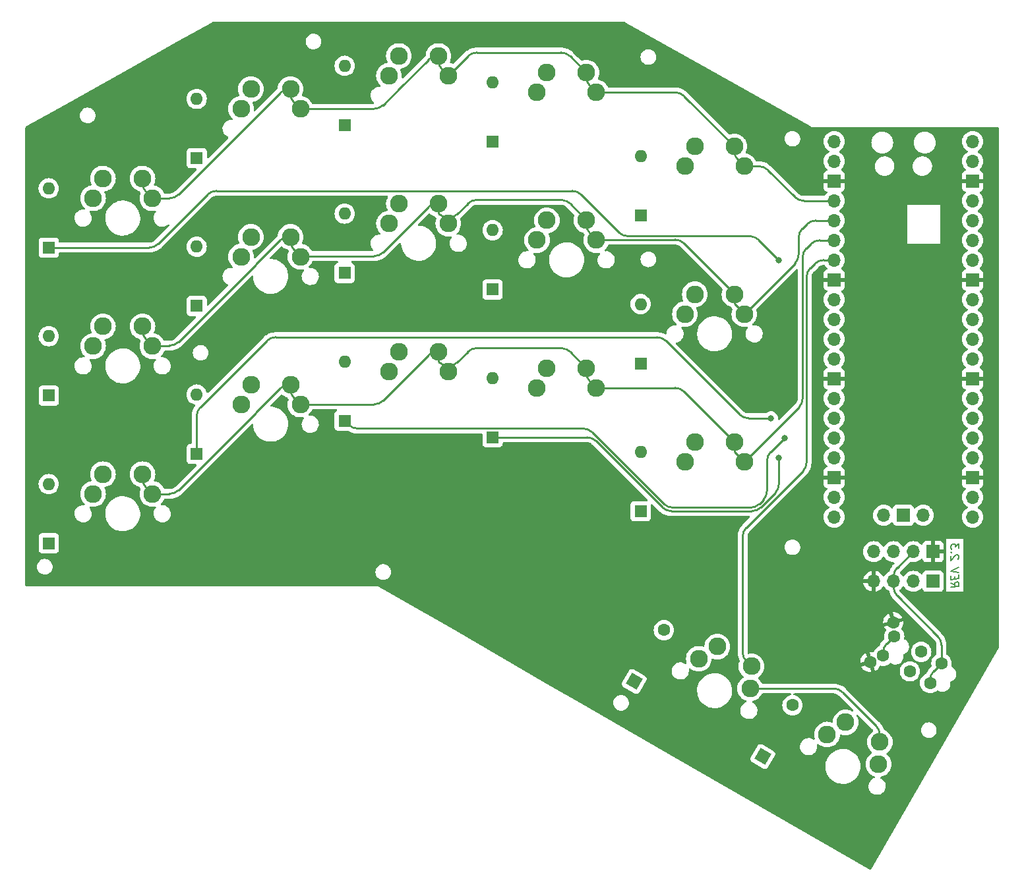
<source format=gbl>
G04 #@! TF.GenerationSoftware,KiCad,Pcbnew,7.0.10*
G04 #@! TF.CreationDate,2024-01-08T18:21:28+00:00*
G04 #@! TF.ProjectId,eobard,656f6261-7264-42e6-9b69-6361645f7063,2.2*
G04 #@! TF.SameCoordinates,Original*
G04 #@! TF.FileFunction,Copper,L2,Bot*
G04 #@! TF.FilePolarity,Positive*
%FSLAX46Y46*%
G04 Gerber Fmt 4.6, Leading zero omitted, Abs format (unit mm)*
G04 Created by KiCad (PCBNEW 7.0.10) date 2024-01-08 18:21:28*
%MOMM*%
%LPD*%
G01*
G04 APERTURE LIST*
G04 Aperture macros list*
%AMHorizOval*
0 Thick line with rounded ends*
0 $1 width*
0 $2 $3 position (X,Y) of the first rounded end (center of the circle)*
0 $4 $5 position (X,Y) of the second rounded end (center of the circle)*
0 Add line between two ends*
20,1,$1,$2,$3,$4,$5,0*
0 Add two circle primitives to create the rounded ends*
1,1,$1,$2,$3*
1,1,$1,$4,$5*%
%AMRotRect*
0 Rectangle, with rotation*
0 The origin of the aperture is its center*
0 $1 length*
0 $2 width*
0 $3 Rotation angle, in degrees counterclockwise*
0 Add horizontal line*
21,1,$1,$2,0,0,$3*%
G04 Aperture macros list end*
%ADD10C,0.200000*%
G04 #@! TA.AperFunction,NonConductor*
%ADD11C,0.200000*%
G04 #@! TD*
G04 #@! TA.AperFunction,ComponentPad*
%ADD12C,2.286000*%
G04 #@! TD*
G04 #@! TA.AperFunction,ComponentPad*
%ADD13R,1.600000X1.600000*%
G04 #@! TD*
G04 #@! TA.AperFunction,ComponentPad*
%ADD14O,1.600000X1.600000*%
G04 #@! TD*
G04 #@! TA.AperFunction,ComponentPad*
%ADD15R,1.700000X1.700000*%
G04 #@! TD*
G04 #@! TA.AperFunction,ComponentPad*
%ADD16O,1.700000X1.700000*%
G04 #@! TD*
G04 #@! TA.AperFunction,ComponentPad*
%ADD17C,1.600000*%
G04 #@! TD*
G04 #@! TA.AperFunction,ComponentPad*
%ADD18RotRect,1.600000X1.600000X60.000000*%
G04 #@! TD*
G04 #@! TA.AperFunction,ComponentPad*
%ADD19HorizOval,1.600000X0.000000X0.000000X0.000000X0.000000X0*%
G04 #@! TD*
G04 #@! TA.AperFunction,ViaPad*
%ADD20C,0.800000*%
G04 #@! TD*
G04 #@! TA.AperFunction,Conductor*
%ADD21C,0.250000*%
G04 #@! TD*
G04 APERTURE END LIST*
D10*
D11*
X196832780Y-111064850D02*
X197308971Y-111338660D01*
X196832780Y-111636279D02*
X197832780Y-111511279D01*
X197832780Y-111511279D02*
X197832780Y-111130326D01*
X197832780Y-111130326D02*
X197785161Y-111041041D01*
X197785161Y-111041041D02*
X197737542Y-110999374D01*
X197737542Y-110999374D02*
X197642304Y-110963660D01*
X197642304Y-110963660D02*
X197499447Y-110981517D01*
X197499447Y-110981517D02*
X197404209Y-111041041D01*
X197404209Y-111041041D02*
X197356590Y-111094612D01*
X197356590Y-111094612D02*
X197308971Y-111195802D01*
X197308971Y-111195802D02*
X197308971Y-111576755D01*
X197356590Y-110570802D02*
X197356590Y-110237469D01*
X196832780Y-110160088D02*
X196832780Y-110636279D01*
X196832780Y-110636279D02*
X197832780Y-110511279D01*
X197832780Y-110511279D02*
X197832780Y-110035088D01*
X197832780Y-109749374D02*
X196832780Y-109541040D01*
X196832780Y-109541040D02*
X197832780Y-109082707D01*
X197737542Y-108046992D02*
X197785161Y-107993421D01*
X197785161Y-107993421D02*
X197832780Y-107892231D01*
X197832780Y-107892231D02*
X197832780Y-107654135D01*
X197832780Y-107654135D02*
X197785161Y-107564850D01*
X197785161Y-107564850D02*
X197737542Y-107523183D01*
X197737542Y-107523183D02*
X197642304Y-107487469D01*
X197642304Y-107487469D02*
X197547066Y-107499373D01*
X197547066Y-107499373D02*
X197404209Y-107564850D01*
X197404209Y-107564850D02*
X196832780Y-108207707D01*
X196832780Y-108207707D02*
X196832780Y-107588659D01*
X196928019Y-107148183D02*
X196880400Y-107106516D01*
X196880400Y-107106516D02*
X196832780Y-107160088D01*
X196832780Y-107160088D02*
X196880400Y-107201754D01*
X196880400Y-107201754D02*
X196928019Y-107148183D01*
X196928019Y-107148183D02*
X196832780Y-107160088D01*
X197832780Y-106654136D02*
X197832780Y-106035088D01*
X197832780Y-106035088D02*
X197451828Y-106416041D01*
X197451828Y-106416041D02*
X197451828Y-106273183D01*
X197451828Y-106273183D02*
X197404209Y-106183898D01*
X197404209Y-106183898D02*
X197356590Y-106142231D01*
X197356590Y-106142231D02*
X197261352Y-106106517D01*
X197261352Y-106106517D02*
X197023257Y-106136279D01*
X197023257Y-106136279D02*
X196928019Y-106195802D01*
X196928019Y-106195802D02*
X196880400Y-106249374D01*
X196880400Y-106249374D02*
X196832780Y-106350564D01*
X196832780Y-106350564D02*
X196832780Y-106636279D01*
X196832780Y-106636279D02*
X196880400Y-106725564D01*
X196880400Y-106725564D02*
X196928019Y-106767231D01*
D12*
X105690000Y-50155000D03*
X106960000Y-47615000D03*
X112040000Y-47615000D03*
X113310000Y-50155000D03*
X124690000Y-64905000D03*
X125960000Y-62365000D03*
X131040000Y-62365000D03*
X132310000Y-64905000D03*
X105690000Y-69155000D03*
X106960000Y-66615000D03*
X112040000Y-66615000D03*
X113310000Y-69155000D03*
X162690000Y-95530000D03*
X163960000Y-92990000D03*
X169040000Y-92990000D03*
X170310000Y-95530000D03*
X143690000Y-86030000D03*
X144960000Y-83490000D03*
X150040000Y-83490000D03*
X151310000Y-86030000D03*
D13*
X119000000Y-71245000D03*
D14*
X119000000Y-63625000D03*
D13*
X100000000Y-56495000D03*
D14*
X100000000Y-48875000D03*
D12*
X143690000Y-48030000D03*
X144960000Y-45490000D03*
X150040000Y-45490000D03*
X151310000Y-48030000D03*
X143690000Y-67030000D03*
X144960000Y-64490000D03*
X150040000Y-64490000D03*
X151310000Y-67030000D03*
D13*
X119000000Y-90245000D03*
D14*
X119000000Y-82625000D03*
D13*
X138000000Y-54370000D03*
D14*
X138000000Y-46750000D03*
D15*
X194554000Y-107061000D03*
D16*
X192014000Y-107061000D03*
X189474000Y-107061000D03*
X186934000Y-107061000D03*
X181864000Y-54356000D03*
X181864000Y-56896000D03*
D15*
X181864000Y-59436000D03*
D16*
X181864000Y-61976000D03*
X181864000Y-64516000D03*
X181864000Y-67056000D03*
X181864000Y-69596000D03*
D15*
X181864000Y-72136000D03*
D16*
X181864000Y-74676000D03*
X181864000Y-77216000D03*
X181864000Y-79756000D03*
X181864000Y-82296000D03*
D15*
X181864000Y-84836000D03*
D16*
X181864000Y-87376000D03*
X181864000Y-89916000D03*
X181864000Y-92456000D03*
X181864000Y-94996000D03*
D15*
X181864000Y-97536000D03*
D16*
X181864000Y-100076000D03*
X181864000Y-102616000D03*
X199644000Y-102616000D03*
X199644000Y-100076000D03*
D15*
X199644000Y-97536000D03*
D16*
X199644000Y-94996000D03*
X199644000Y-92456000D03*
X199644000Y-89916000D03*
X199644000Y-87376000D03*
D15*
X199644000Y-84836000D03*
D16*
X199644000Y-82296000D03*
X199644000Y-79756000D03*
X199644000Y-77216000D03*
X199644000Y-74676000D03*
D15*
X199644000Y-72136000D03*
D16*
X199644000Y-69596000D03*
X199644000Y-67056000D03*
X199644000Y-64516000D03*
X199644000Y-61976000D03*
D15*
X199644000Y-59436000D03*
D16*
X199644000Y-56896000D03*
X199644000Y-54356000D03*
X188214000Y-102386000D03*
D15*
X190754000Y-102386000D03*
D16*
X193294000Y-102386000D03*
D12*
X180946443Y-130568295D03*
X183316295Y-129003591D03*
X187715705Y-131543591D03*
X187545557Y-134378295D03*
X86690000Y-61655000D03*
X87960000Y-59115000D03*
X93040000Y-59115000D03*
X94310000Y-61655000D03*
D13*
X119000000Y-52245000D03*
D14*
X119000000Y-44625000D03*
D12*
X86690000Y-80655000D03*
X87960000Y-78115000D03*
X93040000Y-78115000D03*
X94310000Y-80655000D03*
X105690000Y-88155000D03*
X106960000Y-85615000D03*
X112040000Y-85615000D03*
X113310000Y-88155000D03*
X162690000Y-76530000D03*
X163960000Y-73990000D03*
X169040000Y-73990000D03*
X170310000Y-76530000D03*
D13*
X81000000Y-67995000D03*
D14*
X81000000Y-60375000D03*
D13*
X81000000Y-86995000D03*
D14*
X81000000Y-79375000D03*
D12*
X124690000Y-83905000D03*
X125960000Y-81365000D03*
X131040000Y-81365000D03*
X132310000Y-83905000D03*
D13*
X100000000Y-75495000D03*
D14*
X100000000Y-67875000D03*
D17*
X191580127Y-122449488D03*
X188116025Y-120449488D03*
X194178203Y-123949488D03*
X189450000Y-116138976D03*
D13*
X157000000Y-101870000D03*
D14*
X157000000Y-94250000D03*
D13*
X138000000Y-73370000D03*
D14*
X138000000Y-65750000D03*
D12*
X164470443Y-120835295D03*
X166840295Y-119270591D03*
X171239705Y-121810591D03*
X171069557Y-124645295D03*
D13*
X157000000Y-82870000D03*
D14*
X157000000Y-75250000D03*
D13*
X81000000Y-105995000D03*
D14*
X81000000Y-98375000D03*
D12*
X86690000Y-99655000D03*
X87960000Y-97115000D03*
X93040000Y-97115000D03*
X94310000Y-99655000D03*
D13*
X157000000Y-63870000D03*
D14*
X157000000Y-56250000D03*
D12*
X124690000Y-45905000D03*
X125960000Y-43365000D03*
X131040000Y-43365000D03*
X132310000Y-45905000D03*
D13*
X100000000Y-94495000D03*
D14*
X100000000Y-86875000D03*
D18*
X172689000Y-133400557D03*
D19*
X176499000Y-126801443D03*
D18*
X156179000Y-123748557D03*
D19*
X159989000Y-117149443D03*
D12*
X162690000Y-57530000D03*
X163960000Y-54990000D03*
X169040000Y-54990000D03*
X170310000Y-57530000D03*
D13*
X138000000Y-73370000D03*
D14*
X138000000Y-65750000D03*
D18*
X172689000Y-133400557D03*
D19*
X176499000Y-126801443D03*
D13*
X157000000Y-63870000D03*
D14*
X157000000Y-56250000D03*
D18*
X156179000Y-123748557D03*
D19*
X159989000Y-117149443D03*
D13*
X81000000Y-67995000D03*
D14*
X81000000Y-60375000D03*
D13*
X119000000Y-52245000D03*
D14*
X119000000Y-44625000D03*
D13*
X81000000Y-105995000D03*
D14*
X81000000Y-98375000D03*
D13*
X100000000Y-75495000D03*
D14*
X100000000Y-67875000D03*
D13*
X138000000Y-54370000D03*
D14*
X138000000Y-46750000D03*
D13*
X119000000Y-90245000D03*
D14*
X119000000Y-82625000D03*
D13*
X81000000Y-86995000D03*
D14*
X81000000Y-79375000D03*
D15*
X194564000Y-110871000D03*
D16*
X192024000Y-110871000D03*
X189484000Y-110871000D03*
X186944000Y-110871000D03*
D13*
X157000000Y-101870000D03*
D14*
X157000000Y-94250000D03*
D13*
X100000000Y-56495000D03*
D14*
X100000000Y-48875000D03*
D13*
X138000000Y-92370000D03*
D14*
X138000000Y-84750000D03*
D13*
X119000000Y-71245000D03*
D14*
X119000000Y-63625000D03*
D13*
X100000000Y-94495000D03*
D14*
X100000000Y-86875000D03*
D17*
X193030127Y-119939488D03*
X189566025Y-117939488D03*
X195628203Y-121439488D03*
X186500000Y-121250000D03*
D20*
X174752000Y-69596000D03*
X173736000Y-89916000D03*
X175514000Y-92456000D03*
X174752000Y-94996000D03*
D21*
X149350558Y-61177558D02*
X154214442Y-66041442D01*
X102520884Y-60706000D02*
X138176000Y-60706000D01*
X101346000Y-61214000D02*
X101382442Y-61177558D01*
X81000000Y-67995000D02*
X93898116Y-67995000D01*
X95036558Y-67523442D02*
X101346000Y-61214000D01*
X138176000Y-60706000D02*
X148212116Y-60706000D01*
X155352884Y-66513000D02*
X171002116Y-66513000D01*
X172140558Y-66984558D02*
X174752000Y-69596000D01*
X102520884Y-60705989D02*
G75*
G03*
X101382442Y-61177558I16J-1610011D01*
G01*
X154214450Y-66041434D02*
G75*
G03*
X155352884Y-66513000I1138450J1138434D01*
G01*
X149350550Y-61177566D02*
G75*
G03*
X148212116Y-60706000I-1138450J-1138434D01*
G01*
X172140550Y-66984566D02*
G75*
G03*
X171002116Y-66513000I-1138450J-1138434D01*
G01*
X93898116Y-67995011D02*
G75*
G03*
X95036558Y-67523442I-16J1610011D01*
G01*
X170846884Y-89916000D02*
X173736000Y-89916000D01*
X100000000Y-94495000D02*
X100000000Y-89642884D01*
X160237558Y-79973558D02*
X169708442Y-89444442D01*
X100471558Y-88504442D02*
X103378000Y-85598000D01*
X103378000Y-85598000D02*
X109002442Y-79973558D01*
X144272000Y-79502000D02*
X159099116Y-79502000D01*
X110140884Y-79502000D02*
X144272000Y-79502000D01*
X160237550Y-79973566D02*
G75*
G03*
X159099116Y-79502000I-1138450J-1138434D01*
G01*
X169708450Y-89444434D02*
G75*
G03*
X170846884Y-89916000I1138450J1138434D01*
G01*
X100471566Y-88504450D02*
G75*
G03*
X100000000Y-89642884I1138434J-1138450D01*
G01*
X110140884Y-79501989D02*
G75*
G03*
X109002442Y-79973558I16J-1610011D01*
G01*
X150772954Y-91716558D02*
X159988838Y-100932442D01*
X173699558Y-94270442D02*
X175514000Y-92456000D01*
X172243162Y-100932442D02*
X172756442Y-100419162D01*
X173228000Y-99280720D02*
X173228000Y-95408884D01*
X120666884Y-91245000D02*
X149634512Y-91245000D01*
X119000000Y-90245000D02*
X119528442Y-90773442D01*
X161127280Y-101404000D02*
X171104720Y-101404000D01*
X171104720Y-101404014D02*
G75*
G03*
X172243162Y-100932442I-20J1610014D01*
G01*
X119528450Y-90773434D02*
G75*
G03*
X120666884Y-91245000I1138450J1138434D01*
G01*
X159988848Y-100932432D02*
G75*
G03*
X161127280Y-101404000I1138452J1138432D01*
G01*
X173699566Y-94270450D02*
G75*
G03*
X173228000Y-95408884I1138434J-1138450D01*
G01*
X172756432Y-100419152D02*
G75*
G03*
X173228000Y-99280720I-1138432J1138452D01*
G01*
X150772948Y-91716564D02*
G75*
G03*
X149634512Y-91245000I-1138448J-1138436D01*
G01*
X174752000Y-98393116D02*
X174752000Y-94996000D01*
X160940884Y-101854000D02*
X171291116Y-101854000D01*
X138000000Y-92370000D02*
X150123116Y-92370000D01*
X151261558Y-92841558D02*
X159802442Y-101382442D01*
X174280442Y-99531558D02*
X172429558Y-101382442D01*
X159802450Y-101382434D02*
G75*
G03*
X160940884Y-101854000I1138450J1138434D01*
G01*
X174280434Y-99531550D02*
G75*
G03*
X174752000Y-98393116I-1138434J1138450D01*
G01*
X151261550Y-92841566D02*
G75*
G03*
X150123116Y-92370000I-1138450J-1138434D01*
G01*
X171291116Y-101854011D02*
G75*
G03*
X172429558Y-101382442I-16J1610011D01*
G01*
X188116025Y-120449488D02*
X188116025Y-120056372D01*
X188587583Y-118917930D02*
X189566025Y-117939488D01*
X188587602Y-118917949D02*
G75*
G03*
X188116025Y-120056372I1138398J-1138451D01*
G01*
X189955558Y-109119442D02*
X192014000Y-107061000D01*
X195156645Y-117940645D02*
X189955558Y-112739558D01*
X194178203Y-123949488D02*
X194178203Y-123556372D01*
X189484000Y-111601116D02*
X189484000Y-110871000D01*
X189484000Y-110871000D02*
X189484000Y-110257884D01*
X195628203Y-121439488D02*
X195628203Y-119079087D01*
X194649761Y-122417930D02*
X195628203Y-121439488D01*
X189483989Y-111601116D02*
G75*
G03*
X189955558Y-112739558I1610011J16D01*
G01*
X194649776Y-122417945D02*
G75*
G03*
X194178203Y-123556372I1138424J-1138455D01*
G01*
X195628211Y-119079087D02*
G75*
G03*
X195156645Y-117940645I-1610011J-13D01*
G01*
X189955566Y-109119450D02*
G75*
G03*
X189484000Y-110257884I1138434J-1138450D01*
G01*
X126131100Y-47467584D02*
X126131100Y-47463769D01*
X177958884Y-61976000D02*
X181864000Y-61976000D01*
X151310000Y-48030000D02*
X150511558Y-47231558D01*
X132310000Y-45905000D02*
X131511558Y-45106558D01*
X107616435Y-51228434D02*
X110758311Y-48086558D01*
X112040000Y-48218116D02*
X112040000Y-47615000D01*
X173317558Y-58001558D02*
X176820442Y-61504442D01*
X131040000Y-43968116D02*
X131040000Y-43365000D01*
X130896753Y-43365000D02*
X131040000Y-43365000D01*
X170310000Y-57530000D02*
X172179116Y-57530000D01*
X126131100Y-47463769D02*
X129758311Y-43836558D01*
X161413116Y-48030000D02*
X151310000Y-48030000D01*
X134817442Y-43397558D02*
X132310000Y-45905000D01*
X97665242Y-61183442D02*
X107616435Y-51232249D01*
X150040000Y-45490000D02*
X147947558Y-43397558D01*
X146809116Y-42926000D02*
X135955884Y-42926000D01*
X94310000Y-61655000D02*
X93511558Y-60856558D01*
X169040000Y-54990000D02*
X162551558Y-48501558D01*
X93040000Y-59718116D02*
X93040000Y-59115000D01*
X113310000Y-50155000D02*
X122776800Y-50155000D01*
X123915242Y-49683442D02*
X126131100Y-47467584D01*
X169040000Y-55593116D02*
X169040000Y-54990000D01*
X111896753Y-47615000D02*
X112040000Y-47615000D01*
X107616435Y-51232249D02*
X107616435Y-51228434D01*
X113310000Y-50155000D02*
X112511558Y-49356558D01*
X94310000Y-61655000D02*
X96526800Y-61655000D01*
X150040000Y-46093116D02*
X150040000Y-45490000D01*
X170310000Y-57530000D02*
X169511558Y-56731558D01*
X122776800Y-50155000D02*
G75*
G03*
X123915242Y-49683442I0J1610000D01*
G01*
X135955884Y-42925989D02*
G75*
G03*
X134817442Y-43397558I16J-1610011D01*
G01*
X176820450Y-61504434D02*
G75*
G03*
X177958884Y-61976000I1138450J1138434D01*
G01*
X112039989Y-48218116D02*
G75*
G03*
X112511558Y-49356558I1610011J16D01*
G01*
X111896753Y-47614967D02*
G75*
G03*
X110758311Y-48086558I47J-1610033D01*
G01*
X150039989Y-46093116D02*
G75*
G03*
X150511558Y-47231558I1610011J16D01*
G01*
X93039989Y-59718116D02*
G75*
G03*
X93511558Y-60856558I1610011J16D01*
G01*
X173317550Y-58001566D02*
G75*
G03*
X172179116Y-57530000I-1138450J-1138434D01*
G01*
X96526800Y-61655000D02*
G75*
G03*
X97665242Y-61183442I0J1610000D01*
G01*
X130896753Y-43364967D02*
G75*
G03*
X129758311Y-43836558I47J-1610033D01*
G01*
X147947550Y-43397566D02*
G75*
G03*
X146809116Y-42926000I-1138450J-1138434D01*
G01*
X131039989Y-43968116D02*
G75*
G03*
X131511558Y-45106558I1610011J16D01*
G01*
X162551550Y-48501566D02*
G75*
G03*
X161413116Y-48030000I-1138450J-1138434D01*
G01*
X169039989Y-55593116D02*
G75*
G03*
X169511558Y-56731558I1610011J16D01*
G01*
X150838758Y-66491442D02*
X150511874Y-66164558D01*
X130897069Y-62298000D02*
X131040316Y-62298000D01*
X126131416Y-66396769D02*
X129758627Y-62769558D01*
X168568758Y-73451442D02*
X162551874Y-67434558D01*
X126131416Y-66400584D02*
X126131416Y-66396769D01*
X179482884Y-64516000D02*
X181864000Y-64516000D01*
X111897069Y-66548000D02*
X112040316Y-66548000D01*
X107616751Y-70165249D02*
X107616751Y-70161434D01*
X177292000Y-68881116D02*
X177292000Y-66706884D01*
X131040316Y-63568000D02*
X131040316Y-62298000D01*
X112838758Y-68616442D02*
X112511874Y-68289558D01*
X169040316Y-75193000D02*
X169040316Y-74589884D01*
X94977200Y-80588000D02*
X96527116Y-80588000D01*
X170310316Y-76463000D02*
X169040316Y-75193000D01*
X146809432Y-61859000D02*
X135956200Y-61859000D01*
X93040316Y-78651116D02*
X93040316Y-78048000D01*
X150040316Y-65026116D02*
X150040316Y-64423000D01*
X150040316Y-64423000D02*
X147947874Y-62330558D01*
X134817758Y-62330558D02*
X133448758Y-63699558D01*
X170310000Y-76530000D02*
X176820442Y-70019558D01*
X97665558Y-80116442D02*
X107616751Y-70165249D01*
X161413432Y-66963000D02*
X151977200Y-66963000D01*
X113977200Y-69088000D02*
X122777116Y-69088000D01*
X123915558Y-68616442D02*
X126131416Y-66400584D01*
X177763558Y-65568442D02*
X178344442Y-64987558D01*
X131171874Y-63699558D02*
X131040316Y-63568000D01*
X107616751Y-70161434D02*
X110758627Y-67019558D01*
X112040316Y-67151116D02*
X112040316Y-66548000D01*
X93838758Y-80116442D02*
X93511874Y-79789558D01*
X177763566Y-65568450D02*
G75*
G03*
X177292000Y-66706884I1138434J-1138450D01*
G01*
X135956200Y-61859000D02*
G75*
G03*
X134817758Y-62330558I0J-1610000D01*
G01*
X176820434Y-70019550D02*
G75*
G03*
X177292000Y-68881116I-1138434J1138450D01*
G01*
X96527116Y-80588011D02*
G75*
G03*
X97665558Y-80116442I-16J1610011D01*
G01*
X162551858Y-67434574D02*
G75*
G03*
X161413432Y-66963000I-1138458J-1138426D01*
G01*
X93838758Y-80116442D02*
G75*
G03*
X94977200Y-80588000I1138442J1138442D01*
G01*
X112838758Y-68616442D02*
G75*
G03*
X113977200Y-69088000I1138442J1138442D01*
G01*
X169040322Y-74589884D02*
G75*
G03*
X168568757Y-73451443I-1610022J-16D01*
G01*
X131171874Y-63699558D02*
G75*
G03*
X133448758Y-63699558I1138442J1138442D01*
G01*
X150838758Y-66491442D02*
G75*
G03*
X151977200Y-66963000I1138442J1138442D01*
G01*
X122777116Y-69088011D02*
G75*
G03*
X123915558Y-68616442I-16J1610011D01*
G01*
X111897069Y-66547978D02*
G75*
G03*
X110758627Y-67019558I31J-1610022D01*
G01*
X93040300Y-78651116D02*
G75*
G03*
X93511874Y-79789558I1610000J16D01*
G01*
X147947858Y-62330574D02*
G75*
G03*
X146809432Y-61859000I-1138458J-1138426D01*
G01*
X112040300Y-67151116D02*
G75*
G03*
X112511874Y-68289558I1610000J16D01*
G01*
X179482884Y-64515989D02*
G75*
G03*
X178344442Y-64987558I16J-1610011D01*
G01*
X130897069Y-62297978D02*
G75*
G03*
X129758627Y-62769558I31J-1610022D01*
G01*
X150040300Y-65026116D02*
G75*
G03*
X150511874Y-66164558I1610000J16D01*
G01*
X107616751Y-89215249D02*
X107616751Y-89211434D01*
X134817758Y-81380558D02*
X133448758Y-82749558D01*
X131171874Y-82749558D02*
X131040316Y-82618000D01*
X93838758Y-99166442D02*
X93511874Y-98839558D01*
X177800000Y-87373116D02*
X177800000Y-69246884D01*
X170310316Y-95513000D02*
X169040316Y-94243000D01*
X113977200Y-88138000D02*
X122777116Y-88138000D01*
X150838758Y-85541442D02*
X150511874Y-85214558D01*
X112040316Y-86201116D02*
X112040316Y-85598000D01*
X93040316Y-97701116D02*
X93040316Y-97098000D01*
X179990884Y-67056000D02*
X181864000Y-67056000D01*
X126131416Y-85446769D02*
X129758627Y-81819558D01*
X170310000Y-95530000D02*
X177328442Y-88511558D01*
X169040316Y-94243000D02*
X169040316Y-93639884D01*
X111897069Y-85598000D02*
X112040316Y-85598000D01*
X168568758Y-92501442D02*
X162551874Y-86484558D01*
X146809432Y-80909000D02*
X135956200Y-80909000D01*
X131040316Y-82618000D02*
X131040316Y-81348000D01*
X107616751Y-89211434D02*
X110758627Y-86069558D01*
X161413432Y-86013000D02*
X151977200Y-86013000D01*
X123915558Y-87666442D02*
X126131416Y-85450584D01*
X126131416Y-85450584D02*
X126131416Y-85446769D01*
X150040316Y-84076116D02*
X150040316Y-83473000D01*
X178271558Y-68108442D02*
X178852442Y-67527558D01*
X94977200Y-99638000D02*
X96527116Y-99638000D01*
X112838758Y-87666442D02*
X112511874Y-87339558D01*
X130897069Y-81348000D02*
X131040316Y-81348000D01*
X97665558Y-99166442D02*
X107616751Y-89215249D01*
X150040316Y-83473000D02*
X147947874Y-81380558D01*
X178271566Y-68108450D02*
G75*
G03*
X177800000Y-69246884I1138434J-1138450D01*
G01*
X131171874Y-82749558D02*
G75*
G03*
X133448758Y-82749558I1138442J1138442D01*
G01*
X179990884Y-67055989D02*
G75*
G03*
X178852442Y-67527558I16J-1610011D01*
G01*
X135956200Y-80909000D02*
G75*
G03*
X134817758Y-81380558I0J-1610000D01*
G01*
X169040322Y-93639884D02*
G75*
G03*
X168568757Y-92501443I-1610022J-16D01*
G01*
X111897069Y-85597978D02*
G75*
G03*
X110758627Y-86069558I31J-1610022D01*
G01*
X147947858Y-81380574D02*
G75*
G03*
X146809432Y-80909000I-1138458J-1138426D01*
G01*
X162551858Y-86484574D02*
G75*
G03*
X161413432Y-86013000I-1138458J-1138426D01*
G01*
X96527116Y-99638011D02*
G75*
G03*
X97665558Y-99166442I-16J1610011D01*
G01*
X93040300Y-97701116D02*
G75*
G03*
X93511874Y-98839558I1610000J16D01*
G01*
X122777116Y-88138011D02*
G75*
G03*
X123915558Y-87666442I-16J1610011D01*
G01*
X112040300Y-86201116D02*
G75*
G03*
X112511874Y-87339558I1610000J16D01*
G01*
X112838758Y-87666442D02*
G75*
G03*
X113977200Y-88138000I1138442J1138442D01*
G01*
X130897069Y-81347978D02*
G75*
G03*
X129758627Y-81819558I31J-1610022D01*
G01*
X93838758Y-99166442D02*
G75*
G03*
X94977200Y-99638000I1138442J1138442D01*
G01*
X150838758Y-85541442D02*
G75*
G03*
X151977200Y-86013000I1138442J1138442D01*
G01*
X150040300Y-84076116D02*
G75*
G03*
X150511874Y-85214558I1610000J16D01*
G01*
X177328434Y-88511550D02*
G75*
G03*
X177800000Y-87373116I-1138434J1138450D01*
G01*
X182905413Y-125116853D02*
X187244147Y-129455587D01*
X171239705Y-121810591D02*
X170568263Y-121139149D01*
X170096705Y-120000707D02*
X170096705Y-105144179D01*
X180498884Y-69596000D02*
X181864000Y-69596000D01*
X178779558Y-70648442D02*
X179360442Y-70067558D01*
X170568263Y-104005737D02*
X177836442Y-96737558D01*
X171069557Y-124645295D02*
X181766971Y-124645295D01*
X178308000Y-95599116D02*
X178308000Y-71786884D01*
X187715705Y-130594029D02*
X187715705Y-131543591D01*
X178779566Y-70648450D02*
G75*
G03*
X178308000Y-71786884I1138434J-1138450D01*
G01*
X170096699Y-120000707D02*
G75*
G03*
X170568263Y-121139149I1610001J7D01*
G01*
X182905428Y-125116838D02*
G75*
G03*
X181766971Y-124645295I-1138428J-1138462D01*
G01*
X187715683Y-130594029D02*
G75*
G03*
X187244147Y-129455587I-1609983J29D01*
G01*
X177836434Y-96737550D02*
G75*
G03*
X178308000Y-95599116I-1138434J1138450D01*
G01*
X180498884Y-69595989D02*
G75*
G03*
X179360442Y-70067558I16J-1610011D01*
G01*
X170568275Y-104005749D02*
G75*
G03*
X170096705Y-105144179I1138425J-1138451D01*
G01*
G04 #@! TA.AperFunction,Conductor*
G36*
X155028181Y-39016425D02*
G01*
X165756627Y-45051176D01*
X178881920Y-52434154D01*
X178984653Y-52491941D01*
X178991283Y-52496975D01*
X178992337Y-52497406D01*
X178996244Y-52499307D01*
X178999941Y-52500668D01*
X179002849Y-52501129D01*
X179007419Y-52501406D01*
X179009114Y-52501612D01*
X179017225Y-52500500D01*
X202875500Y-52500500D01*
X202942539Y-52520185D01*
X202988294Y-52572989D01*
X202999500Y-52624500D01*
X202999500Y-119366661D01*
X202982907Y-119428627D01*
X186561788Y-147891896D01*
X186511236Y-147940127D01*
X186442634Y-147953372D01*
X186392403Y-147937330D01*
X161688537Y-133681344D01*
X171090675Y-133681344D01*
X171107763Y-133824250D01*
X171107764Y-133824253D01*
X171164415Y-133956547D01*
X171164416Y-133956548D01*
X171164417Y-133956550D01*
X171256051Y-134067531D01*
X171256052Y-134067531D01*
X171256054Y-134067534D01*
X171304465Y-134102884D01*
X171304473Y-134102889D01*
X171334803Y-134120400D01*
X172773029Y-134950758D01*
X172827858Y-134975014D01*
X172969787Y-134998881D01*
X173112691Y-134981794D01*
X173244993Y-134925140D01*
X173355974Y-134833506D01*
X173391330Y-134785087D01*
X173412646Y-134748167D01*
X180727833Y-134748167D01*
X180757910Y-135047142D01*
X180757911Y-135047149D01*
X180827568Y-135339441D01*
X180827571Y-135339453D01*
X180935566Y-135619853D01*
X180935573Y-135619868D01*
X181079979Y-135883375D01*
X181079983Y-135883381D01*
X181171296Y-136007312D01*
X181258223Y-136125290D01*
X181366050Y-136236782D01*
X181467120Y-136341288D01*
X181467127Y-136341294D01*
X181469674Y-136343305D01*
X181702946Y-136527518D01*
X181961487Y-136680652D01*
X182238133Y-136797960D01*
X182238136Y-136797960D01*
X182238139Y-136797962D01*
X182383039Y-136837654D01*
X182527946Y-136877348D01*
X182825755Y-136917400D01*
X182825760Y-136917400D01*
X183051041Y-136917400D01*
X183214513Y-136906456D01*
X183275819Y-136902352D01*
X183570287Y-136842499D01*
X183854151Y-136743931D01*
X184122343Y-136608407D01*
X184370080Y-136438346D01*
X184592939Y-136236782D01*
X184786943Y-136007312D01*
X184948631Y-135754032D01*
X185075118Y-135481460D01*
X185164146Y-135194462D01*
X185214126Y-134898158D01*
X185224167Y-134597836D01*
X185194089Y-134298855D01*
X185124430Y-134006551D01*
X185016431Y-133726140D01*
X184872021Y-133462625D01*
X184693777Y-133220710D01*
X184484879Y-133004711D01*
X184484872Y-133004705D01*
X184298519Y-132857544D01*
X184249054Y-132818482D01*
X183990513Y-132665348D01*
X183713867Y-132548040D01*
X183713860Y-132548037D01*
X183424059Y-132468653D01*
X183424056Y-132468652D01*
X183424054Y-132468652D01*
X183126245Y-132428600D01*
X182900967Y-132428600D01*
X182900959Y-132428600D01*
X182676183Y-132443647D01*
X182676174Y-132443649D01*
X182381710Y-132503501D01*
X182097847Y-132602069D01*
X182097844Y-132602071D01*
X181829662Y-132737589D01*
X181581918Y-132907655D01*
X181359062Y-133109216D01*
X181165058Y-133338686D01*
X181165056Y-133338688D01*
X181003366Y-133591972D01*
X180895577Y-133824253D01*
X180876882Y-133864540D01*
X180875541Y-133868864D01*
X180787854Y-134151535D01*
X180737874Y-134447842D01*
X180727833Y-134748167D01*
X173412646Y-134748167D01*
X174239201Y-133316528D01*
X174263457Y-133261699D01*
X174287324Y-133119770D01*
X174270237Y-132976866D01*
X174270236Y-132976863D01*
X174270235Y-132976860D01*
X174213584Y-132844566D01*
X174213583Y-132844565D01*
X174213583Y-132844564D01*
X174121949Y-132733583D01*
X174121947Y-132733581D01*
X174121945Y-132733579D01*
X174073534Y-132698229D01*
X174073526Y-132698224D01*
X173185705Y-132185642D01*
X172604971Y-131850356D01*
X172550142Y-131826100D01*
X172550140Y-131826099D01*
X172550139Y-131826099D01*
X172408214Y-131802233D01*
X172408212Y-131802232D01*
X172265306Y-131819320D01*
X172265303Y-131819321D01*
X172133009Y-131875972D01*
X172022022Y-131967611D01*
X171986672Y-132016022D01*
X171986667Y-132016030D01*
X171138799Y-133484586D01*
X171114542Y-133539417D01*
X171090676Y-133681342D01*
X171090675Y-133681344D01*
X161688537Y-133681344D01*
X149244153Y-126500000D01*
X153494659Y-126500000D01*
X153513975Y-126696129D01*
X153571188Y-126884733D01*
X153664086Y-127058532D01*
X153664090Y-127058539D01*
X153789116Y-127210883D01*
X153941460Y-127335909D01*
X153941467Y-127335913D01*
X154076093Y-127407872D01*
X154115273Y-127428814D01*
X154144157Y-127437575D01*
X154151195Y-127439946D01*
X154151791Y-127440166D01*
X154151799Y-127440170D01*
X154155570Y-127441146D01*
X154160422Y-127442509D01*
X154303868Y-127486024D01*
X154334662Y-127489056D01*
X154341911Y-127490344D01*
X154341955Y-127490063D01*
X154348178Y-127491016D01*
X154348182Y-127491017D01*
X154358423Y-127491536D01*
X154364229Y-127491968D01*
X154500000Y-127505341D01*
X154535203Y-127501873D01*
X154544500Y-127501653D01*
X154544498Y-127501610D01*
X154550768Y-127501291D01*
X154550780Y-127501292D01*
X154564926Y-127499124D01*
X154571482Y-127498300D01*
X154696132Y-127486024D01*
X154734291Y-127474448D01*
X154750827Y-127470694D01*
X154751296Y-127470573D01*
X154751299Y-127470573D01*
X154766956Y-127464774D01*
X154774006Y-127462400D01*
X154884727Y-127428814D01*
X154923920Y-127407864D01*
X154939301Y-127400945D01*
X154941530Y-127400120D01*
X154956842Y-127390575D01*
X154963918Y-127386485D01*
X155058533Y-127335913D01*
X155058534Y-127335912D01*
X155058533Y-127335912D01*
X155058538Y-127335910D01*
X155096513Y-127304744D01*
X155109559Y-127295385D01*
X155113684Y-127292815D01*
X155127071Y-127280088D01*
X155133805Y-127274139D01*
X155210883Y-127210883D01*
X155245082Y-127169211D01*
X155255480Y-127158027D01*
X155260715Y-127153052D01*
X155260717Y-127153048D01*
X155260719Y-127153047D01*
X155266774Y-127144347D01*
X155271154Y-127138053D01*
X155277050Y-127130258D01*
X155335910Y-127058538D01*
X155363641Y-127006656D01*
X155371203Y-126994308D01*
X155376601Y-126986553D01*
X155383534Y-126970396D01*
X155388110Y-126960878D01*
X155428814Y-126884727D01*
X155447362Y-126823580D01*
X155452060Y-126810713D01*
X155456600Y-126800135D01*
X155459924Y-126783957D01*
X155462705Y-126773002D01*
X155486024Y-126696132D01*
X155492798Y-126627345D01*
X155494737Y-126614556D01*
X155497435Y-126601429D01*
X155498041Y-126577434D01*
X155498593Y-126568510D01*
X155505341Y-126500000D01*
X155498593Y-126431493D01*
X155498041Y-126422561D01*
X155497435Y-126398571D01*
X155494735Y-126385435D01*
X155492799Y-126372657D01*
X155486024Y-126303868D01*
X155462714Y-126227027D01*
X155459920Y-126216022D01*
X155456600Y-126199865D01*
X155452062Y-126189290D01*
X155447354Y-126176391D01*
X155428814Y-126115273D01*
X155388114Y-126039130D01*
X155383528Y-126029589D01*
X155376602Y-126013450D01*
X155376601Y-126013447D01*
X155371213Y-126005706D01*
X155363636Y-125993334D01*
X155335910Y-125941462D01*
X155335908Y-125941460D01*
X155335908Y-125941459D01*
X155306682Y-125905848D01*
X155277063Y-125869757D01*
X155271143Y-125861931D01*
X155260716Y-125846949D01*
X155255486Y-125841977D01*
X155245068Y-125830771D01*
X155210883Y-125789116D01*
X155133830Y-125725880D01*
X155127067Y-125719905D01*
X155113686Y-125707187D01*
X155113684Y-125707185D01*
X155109560Y-125704614D01*
X155096493Y-125695239D01*
X155058540Y-125664091D01*
X155058532Y-125664086D01*
X154963957Y-125613535D01*
X154956821Y-125609410D01*
X154941537Y-125599884D01*
X154941532Y-125599881D01*
X154941530Y-125599880D01*
X154941528Y-125599879D01*
X154941522Y-125599876D01*
X154939293Y-125599051D01*
X154923912Y-125592130D01*
X154884728Y-125571186D01*
X154774036Y-125537607D01*
X154766973Y-125535231D01*
X154751300Y-125529427D01*
X154750854Y-125529312D01*
X154734276Y-125525547D01*
X154696130Y-125513975D01*
X154571508Y-125501701D01*
X154564893Y-125500869D01*
X154550786Y-125498708D01*
X154544504Y-125498390D01*
X154544506Y-125498347D01*
X154535205Y-125498125D01*
X154500003Y-125494659D01*
X154499999Y-125494659D01*
X154364257Y-125508027D01*
X154358392Y-125508464D01*
X154348187Y-125508982D01*
X154341974Y-125509934D01*
X154341931Y-125509654D01*
X154334679Y-125510941D01*
X154303869Y-125513975D01*
X154160446Y-125557482D01*
X154155545Y-125558859D01*
X154151795Y-125559830D01*
X154151175Y-125560060D01*
X154144123Y-125562433D01*
X154115270Y-125571186D01*
X153941467Y-125664086D01*
X153941460Y-125664090D01*
X153789116Y-125789116D01*
X153664090Y-125941460D01*
X153664086Y-125941467D01*
X153571188Y-126115266D01*
X153513975Y-126303870D01*
X153494659Y-126500000D01*
X149244153Y-126500000D01*
X144962811Y-124029344D01*
X154580675Y-124029344D01*
X154597763Y-124172250D01*
X154597764Y-124172253D01*
X154654415Y-124304547D01*
X154654416Y-124304548D01*
X154654417Y-124304550D01*
X154746051Y-124415531D01*
X154746052Y-124415531D01*
X154746054Y-124415534D01*
X154794465Y-124450884D01*
X154794473Y-124450889D01*
X155104819Y-124630066D01*
X156263029Y-125298758D01*
X156317858Y-125323014D01*
X156459787Y-125346881D01*
X156602691Y-125329794D01*
X156734993Y-125273140D01*
X156845974Y-125181506D01*
X156881330Y-125133087D01*
X156949411Y-125015167D01*
X164251833Y-125015167D01*
X164281910Y-125314142D01*
X164281911Y-125314149D01*
X164351568Y-125606441D01*
X164351571Y-125606453D01*
X164459566Y-125886853D01*
X164459573Y-125886868D01*
X164603979Y-126150375D01*
X164603983Y-126150381D01*
X164722808Y-126311651D01*
X164782223Y-126392290D01*
X164961280Y-126577434D01*
X164991120Y-126608288D01*
X164991127Y-126608294D01*
X164993674Y-126610305D01*
X165226946Y-126794518D01*
X165485487Y-126947652D01*
X165762133Y-127064960D01*
X165762136Y-127064960D01*
X165762139Y-127064962D01*
X165907039Y-127104654D01*
X166051946Y-127144348D01*
X166349755Y-127184400D01*
X166349760Y-127184400D01*
X166575041Y-127184400D01*
X166738513Y-127173456D01*
X166799819Y-127169352D01*
X167094287Y-127109499D01*
X167378151Y-127010931D01*
X167646343Y-126875407D01*
X167894080Y-126705346D01*
X168116939Y-126503782D01*
X168310943Y-126274312D01*
X168472631Y-126021032D01*
X168599118Y-125748460D01*
X168688146Y-125461462D01*
X168738126Y-125165158D01*
X168748167Y-124864836D01*
X168718089Y-124565855D01*
X168648430Y-124273551D01*
X168540431Y-123993140D01*
X168396021Y-123729625D01*
X168390989Y-123722796D01*
X168229042Y-123502999D01*
X168217777Y-123487710D01*
X168008879Y-123271711D01*
X168008872Y-123271705D01*
X167822519Y-123124544D01*
X167773054Y-123085482D01*
X167514513Y-122932348D01*
X167237867Y-122815040D01*
X167237860Y-122815037D01*
X166948059Y-122735653D01*
X166948056Y-122735652D01*
X166948054Y-122735652D01*
X166650245Y-122695600D01*
X166424967Y-122695600D01*
X166424959Y-122695600D01*
X166200183Y-122710647D01*
X166200174Y-122710649D01*
X165905710Y-122770501D01*
X165621847Y-122869069D01*
X165621844Y-122869071D01*
X165353662Y-123004589D01*
X165105918Y-123174655D01*
X164883062Y-123376216D01*
X164689058Y-123605686D01*
X164689056Y-123605688D01*
X164527366Y-123858972D01*
X164400886Y-124131531D01*
X164400882Y-124131540D01*
X164387033Y-124176185D01*
X164311854Y-124418535D01*
X164273605Y-124645295D01*
X164261874Y-124714842D01*
X164255846Y-124895153D01*
X164251833Y-125015167D01*
X156949411Y-125015167D01*
X157729201Y-123664528D01*
X157753457Y-123609699D01*
X157777324Y-123467770D01*
X157776585Y-123461593D01*
X157772468Y-123427156D01*
X157760237Y-123324866D01*
X157760236Y-123324863D01*
X157760235Y-123324860D01*
X157703584Y-123192566D01*
X157703583Y-123192565D01*
X157703583Y-123192564D01*
X157611949Y-123081583D01*
X157611947Y-123081581D01*
X157611945Y-123081579D01*
X157563534Y-123046229D01*
X157563526Y-123046224D01*
X156719682Y-122559032D01*
X156353046Y-122347355D01*
X160995434Y-122347355D01*
X161005443Y-122557459D01*
X161055033Y-122761871D01*
X161109820Y-122881839D01*
X161142411Y-122953204D01*
X161142415Y-122953210D01*
X161264417Y-123124539D01*
X161264423Y-123124545D01*
X161285165Y-123144322D01*
X161416654Y-123269697D01*
X161593605Y-123383416D01*
X161788879Y-123461593D01*
X161917675Y-123486416D01*
X161995419Y-123501400D01*
X161995420Y-123501400D01*
X162153052Y-123501400D01*
X162153059Y-123501400D01*
X162309980Y-123486416D01*
X162511802Y-123427156D01*
X162698761Y-123330771D01*
X162864101Y-123200747D01*
X163001846Y-123041781D01*
X163107017Y-122859619D01*
X163175813Y-122660846D01*
X163205748Y-122452645D01*
X163195739Y-122242541D01*
X163183690Y-122192874D01*
X163187013Y-122123086D01*
X163227541Y-122066171D01*
X163292406Y-122040203D01*
X163361013Y-122053425D01*
X163384726Y-122069351D01*
X163501428Y-122169024D01*
X163501430Y-122169025D01*
X163501431Y-122169026D01*
X163509711Y-122174100D01*
X163722001Y-122304192D01*
X163806500Y-122339192D01*
X163961003Y-122403190D01*
X164212548Y-122463580D01*
X164470443Y-122483877D01*
X164728338Y-122463580D01*
X164979883Y-122403190D01*
X165218884Y-122304192D01*
X165439455Y-122169026D01*
X165636167Y-122001019D01*
X165804174Y-121804307D01*
X165939340Y-121583736D01*
X166038338Y-121344735D01*
X166098728Y-121093190D01*
X166112078Y-120923555D01*
X166136962Y-120858269D01*
X166193193Y-120816798D01*
X166262919Y-120812311D01*
X166283145Y-120818723D01*
X166330855Y-120838486D01*
X166582400Y-120898876D01*
X166840295Y-120919173D01*
X167098190Y-120898876D01*
X167349735Y-120838486D01*
X167588736Y-120739488D01*
X167809307Y-120604322D01*
X168006019Y-120436315D01*
X168174026Y-120239603D01*
X168309192Y-120019032D01*
X168408190Y-119780031D01*
X168468580Y-119528486D01*
X168488877Y-119270591D01*
X168468580Y-119012696D01*
X168408190Y-118761151D01*
X168344192Y-118606648D01*
X168309192Y-118522149D01*
X168190975Y-118329238D01*
X168174026Y-118301579D01*
X168174025Y-118301578D01*
X168174024Y-118301576D01*
X168105657Y-118221529D01*
X168006019Y-118104867D01*
X167878581Y-117996025D01*
X167809309Y-117936861D01*
X167809304Y-117936858D01*
X167588736Y-117801693D01*
X167349737Y-117702697D01*
X167349739Y-117702697D01*
X167349735Y-117702696D01*
X167349731Y-117702695D01*
X167349725Y-117702693D01*
X167098193Y-117642306D01*
X166840295Y-117622009D01*
X166582396Y-117642306D01*
X166330864Y-117702693D01*
X166330852Y-117702697D01*
X166091853Y-117801693D01*
X165871285Y-117936858D01*
X165871280Y-117936861D01*
X165674571Y-118104867D01*
X165506565Y-118301576D01*
X165506562Y-118301581D01*
X165371397Y-118522149D01*
X165272401Y-118761148D01*
X165272397Y-118761160D01*
X165226213Y-118953536D01*
X165212010Y-119012696D01*
X165203926Y-119115402D01*
X165198659Y-119182329D01*
X165173774Y-119247617D01*
X165117543Y-119289088D01*
X165047817Y-119293574D01*
X165027589Y-119287160D01*
X164979890Y-119267403D01*
X164979891Y-119267403D01*
X164979883Y-119267400D01*
X164979878Y-119267398D01*
X164979873Y-119267397D01*
X164728341Y-119207010D01*
X164470443Y-119186713D01*
X164212544Y-119207010D01*
X163961012Y-119267397D01*
X163961000Y-119267401D01*
X163722001Y-119366397D01*
X163501433Y-119501562D01*
X163501428Y-119501565D01*
X163304719Y-119669571D01*
X163136713Y-119866280D01*
X163136710Y-119866285D01*
X163001545Y-120086853D01*
X162902549Y-120325852D01*
X162902545Y-120325864D01*
X162842158Y-120577396D01*
X162821861Y-120835295D01*
X162842158Y-121093193D01*
X162903685Y-121349472D01*
X162902655Y-121349719D01*
X162904505Y-121414460D01*
X162868425Y-121474293D01*
X162805724Y-121505121D01*
X162736310Y-121497156D01*
X162717543Y-121487254D01*
X162607577Y-121416584D01*
X162586870Y-121408294D01*
X162412312Y-121338410D01*
X162412305Y-121338407D01*
X162412303Y-121338407D01*
X162412300Y-121338406D01*
X162412299Y-121338406D01*
X162205763Y-121298600D01*
X162205762Y-121298600D01*
X162048123Y-121298600D01*
X161891202Y-121313584D01*
X161891198Y-121313585D01*
X161689382Y-121372843D01*
X161502422Y-121469228D01*
X161337081Y-121599252D01*
X161337080Y-121599253D01*
X161199340Y-121758214D01*
X161199331Y-121758225D01*
X161094165Y-121940379D01*
X161025370Y-122139148D01*
X161025369Y-122139153D01*
X161025369Y-122139154D01*
X160995434Y-122347355D01*
X156353046Y-122347355D01*
X156094971Y-122198356D01*
X156040142Y-122174100D01*
X156040140Y-122174099D01*
X156040139Y-122174099D01*
X155898214Y-122150233D01*
X155898212Y-122150232D01*
X155755306Y-122167320D01*
X155755303Y-122167321D01*
X155623009Y-122223972D01*
X155512022Y-122315611D01*
X155476672Y-122364022D01*
X155476667Y-122364030D01*
X154628799Y-123832586D01*
X154604542Y-123887417D01*
X154580676Y-124029342D01*
X154580675Y-124029344D01*
X144962811Y-124029344D01*
X133040792Y-117149444D01*
X158683532Y-117149444D01*
X158703364Y-117376129D01*
X158703366Y-117376140D01*
X158762258Y-117595931D01*
X158762261Y-117595940D01*
X158858431Y-117802175D01*
X158858432Y-117802177D01*
X158988954Y-117988584D01*
X159149858Y-118149488D01*
X159149861Y-118149490D01*
X159336266Y-118280011D01*
X159542504Y-118376182D01*
X159542509Y-118376183D01*
X159542511Y-118376184D01*
X159581482Y-118386626D01*
X159762308Y-118435078D01*
X159924230Y-118449244D01*
X159988998Y-118454911D01*
X159989000Y-118454911D01*
X159989002Y-118454911D01*
X160045673Y-118449952D01*
X160215692Y-118435078D01*
X160435496Y-118376182D01*
X160641734Y-118280011D01*
X160828139Y-118149490D01*
X160989047Y-117988582D01*
X161119568Y-117802177D01*
X161215739Y-117595939D01*
X161274635Y-117376135D01*
X161294468Y-117149443D01*
X161274635Y-116922751D01*
X161229916Y-116755858D01*
X161215741Y-116702954D01*
X161215738Y-116702945D01*
X161192846Y-116653853D01*
X161119568Y-116496709D01*
X160989047Y-116310304D01*
X160989045Y-116310301D01*
X160828141Y-116149397D01*
X160641734Y-116018875D01*
X160641732Y-116018874D01*
X160435497Y-115922704D01*
X160435488Y-115922701D01*
X160215697Y-115863809D01*
X160215693Y-115863808D01*
X160215692Y-115863808D01*
X160215691Y-115863807D01*
X160215686Y-115863807D01*
X159989002Y-115843975D01*
X159988998Y-115843975D01*
X159762313Y-115863807D01*
X159762302Y-115863809D01*
X159542511Y-115922701D01*
X159542502Y-115922704D01*
X159336267Y-116018874D01*
X159336265Y-116018875D01*
X159149858Y-116149397D01*
X158988954Y-116310301D01*
X158858432Y-116496708D01*
X158858431Y-116496710D01*
X158762261Y-116702945D01*
X158762258Y-116702954D01*
X158703366Y-116922745D01*
X158703364Y-116922756D01*
X158683532Y-117149441D01*
X158683532Y-117149444D01*
X133040792Y-117149444D01*
X124626140Y-112293558D01*
X123264609Y-111507852D01*
X123257939Y-111502734D01*
X123257775Y-111502666D01*
X123254208Y-111500912D01*
X123252814Y-111500431D01*
X123250146Y-111499437D01*
X123247312Y-111498963D01*
X123245957Y-111498702D01*
X123241994Y-111498443D01*
X123241740Y-111498409D01*
X123233456Y-111499500D01*
X78124500Y-111499500D01*
X78057461Y-111479815D01*
X78011706Y-111427011D01*
X78000500Y-111375500D01*
X78000500Y-109000000D01*
X79494659Y-109000000D01*
X79513975Y-109196129D01*
X79513976Y-109196132D01*
X79543201Y-109292475D01*
X79571188Y-109384733D01*
X79664086Y-109558532D01*
X79664090Y-109558539D01*
X79789116Y-109710883D01*
X79941460Y-109835909D01*
X79941467Y-109835913D01*
X80086652Y-109913516D01*
X80115273Y-109928814D01*
X80144157Y-109937575D01*
X80151195Y-109939946D01*
X80151791Y-109940166D01*
X80151799Y-109940170D01*
X80155570Y-109941146D01*
X80160422Y-109942509D01*
X80303868Y-109986024D01*
X80334662Y-109989056D01*
X80341911Y-109990344D01*
X80341955Y-109990063D01*
X80348178Y-109991016D01*
X80348182Y-109991017D01*
X80358423Y-109991536D01*
X80364229Y-109991968D01*
X80500000Y-110005341D01*
X80535203Y-110001873D01*
X80544500Y-110001653D01*
X80544498Y-110001610D01*
X80550768Y-110001291D01*
X80550780Y-110001292D01*
X80564926Y-109999124D01*
X80571482Y-109998300D01*
X80696132Y-109986024D01*
X80734291Y-109974448D01*
X80750827Y-109970694D01*
X80751296Y-109970573D01*
X80751299Y-109970573D01*
X80766956Y-109964774D01*
X80774006Y-109962400D01*
X80884727Y-109928814D01*
X80923920Y-109907864D01*
X80939301Y-109900945D01*
X80941530Y-109900120D01*
X80956842Y-109890575D01*
X80963918Y-109886485D01*
X81058533Y-109835913D01*
X81058534Y-109835912D01*
X81058533Y-109835912D01*
X81058538Y-109835910D01*
X81096513Y-109804744D01*
X81109559Y-109795385D01*
X81113684Y-109792815D01*
X81127071Y-109780088D01*
X81133805Y-109774139D01*
X81210883Y-109710883D01*
X81238526Y-109677200D01*
X122946659Y-109677200D01*
X122965975Y-109873329D01*
X122982806Y-109928812D01*
X123006020Y-110005340D01*
X123023188Y-110061933D01*
X123116086Y-110235732D01*
X123116090Y-110235739D01*
X123241116Y-110388083D01*
X123393460Y-110513109D01*
X123393467Y-110513113D01*
X123528093Y-110585072D01*
X123567273Y-110606014D01*
X123596157Y-110614775D01*
X123603195Y-110617146D01*
X123603791Y-110617366D01*
X123603799Y-110617370D01*
X123607570Y-110618346D01*
X123612422Y-110619709D01*
X123717724Y-110651653D01*
X123749050Y-110661156D01*
X123755868Y-110663224D01*
X123786662Y-110666256D01*
X123793911Y-110667544D01*
X123793955Y-110667263D01*
X123800178Y-110668216D01*
X123800182Y-110668217D01*
X123810423Y-110668736D01*
X123816229Y-110669168D01*
X123952000Y-110682541D01*
X123987203Y-110679073D01*
X123996500Y-110678853D01*
X123996498Y-110678810D01*
X124002768Y-110678491D01*
X124002780Y-110678492D01*
X124016926Y-110676324D01*
X124023482Y-110675500D01*
X124148132Y-110663224D01*
X124186291Y-110651648D01*
X124202827Y-110647894D01*
X124203296Y-110647773D01*
X124203299Y-110647773D01*
X124218956Y-110641974D01*
X124226006Y-110639600D01*
X124336727Y-110606014D01*
X124375920Y-110585064D01*
X124391301Y-110578145D01*
X124393530Y-110577320D01*
X124408842Y-110567775D01*
X124415918Y-110563685D01*
X124510533Y-110513113D01*
X124510534Y-110513112D01*
X124510533Y-110513112D01*
X124510538Y-110513110D01*
X124548513Y-110481944D01*
X124561559Y-110472585D01*
X124565684Y-110470015D01*
X124579071Y-110457288D01*
X124585805Y-110451339D01*
X124662883Y-110388083D01*
X124697082Y-110346411D01*
X124707480Y-110335227D01*
X124712715Y-110330252D01*
X124712717Y-110330248D01*
X124712719Y-110330247D01*
X124717618Y-110323207D01*
X124723154Y-110315253D01*
X124729050Y-110307458D01*
X124787910Y-110235738D01*
X124815641Y-110183856D01*
X124823203Y-110171508D01*
X124828601Y-110163753D01*
X124835534Y-110147596D01*
X124840110Y-110138078D01*
X124880814Y-110061927D01*
X124899362Y-110000780D01*
X124904060Y-109987913D01*
X124908600Y-109977335D01*
X124911924Y-109961157D01*
X124914705Y-109950202D01*
X124938024Y-109873332D01*
X124944798Y-109804545D01*
X124946737Y-109791756D01*
X124949435Y-109778629D01*
X124950041Y-109754634D01*
X124950593Y-109745710D01*
X124957341Y-109677200D01*
X124950593Y-109608693D01*
X124950041Y-109599761D01*
X124949435Y-109575771D01*
X124946735Y-109562635D01*
X124944799Y-109549857D01*
X124938024Y-109481068D01*
X124914714Y-109404227D01*
X124911920Y-109393222D01*
X124908600Y-109377065D01*
X124904062Y-109366490D01*
X124899354Y-109353591D01*
X124886347Y-109310713D01*
X124880815Y-109292475D01*
X124870382Y-109272957D01*
X124840114Y-109216330D01*
X124835528Y-109206789D01*
X124833395Y-109201818D01*
X124828601Y-109190647D01*
X124823213Y-109182906D01*
X124815636Y-109170534D01*
X124787910Y-109118662D01*
X124787908Y-109118660D01*
X124787908Y-109118659D01*
X124729069Y-109046965D01*
X124723143Y-109039131D01*
X124712716Y-109024149D01*
X124707486Y-109019177D01*
X124697068Y-109007971D01*
X124662883Y-108966316D01*
X124585830Y-108903080D01*
X124579067Y-108897105D01*
X124565686Y-108884387D01*
X124565684Y-108884385D01*
X124561560Y-108881814D01*
X124548493Y-108872439D01*
X124510540Y-108841291D01*
X124510532Y-108841286D01*
X124415957Y-108790735D01*
X124408821Y-108786610D01*
X124393537Y-108777084D01*
X124393532Y-108777081D01*
X124393530Y-108777080D01*
X124393528Y-108777079D01*
X124393522Y-108777076D01*
X124391293Y-108776251D01*
X124375912Y-108769330D01*
X124336728Y-108748386D01*
X124226036Y-108714807D01*
X124218973Y-108712431D01*
X124203300Y-108706627D01*
X124202854Y-108706512D01*
X124186276Y-108702747D01*
X124148130Y-108691175D01*
X124023508Y-108678901D01*
X124016893Y-108678069D01*
X124002786Y-108675908D01*
X123996504Y-108675590D01*
X123996506Y-108675547D01*
X123987205Y-108675325D01*
X123952003Y-108671859D01*
X123951999Y-108671859D01*
X123816257Y-108685227D01*
X123810392Y-108685664D01*
X123800187Y-108686182D01*
X123793974Y-108687134D01*
X123793931Y-108686854D01*
X123786679Y-108688141D01*
X123755869Y-108691175D01*
X123612446Y-108734682D01*
X123607545Y-108736059D01*
X123603795Y-108737030D01*
X123603175Y-108737260D01*
X123596123Y-108739633D01*
X123567270Y-108748386D01*
X123393467Y-108841286D01*
X123393460Y-108841290D01*
X123241116Y-108966316D01*
X123116090Y-109118660D01*
X123116086Y-109118667D01*
X123023188Y-109292466D01*
X122965975Y-109481070D01*
X122946659Y-109677200D01*
X81238526Y-109677200D01*
X81245082Y-109669211D01*
X81255480Y-109658027D01*
X81260715Y-109653052D01*
X81260717Y-109653048D01*
X81260719Y-109653047D01*
X81269847Y-109639931D01*
X81271154Y-109638053D01*
X81277050Y-109630258D01*
X81335910Y-109558538D01*
X81363641Y-109506656D01*
X81371203Y-109494308D01*
X81376601Y-109486553D01*
X81383534Y-109470396D01*
X81388110Y-109460878D01*
X81428814Y-109384727D01*
X81447362Y-109323580D01*
X81452060Y-109310713D01*
X81456600Y-109300135D01*
X81459924Y-109283957D01*
X81462705Y-109273002D01*
X81486024Y-109196132D01*
X81492798Y-109127345D01*
X81494737Y-109114556D01*
X81497435Y-109101429D01*
X81498041Y-109077434D01*
X81498593Y-109068510D01*
X81505341Y-109000000D01*
X81498593Y-108931493D01*
X81498041Y-108922561D01*
X81497435Y-108898571D01*
X81494735Y-108885435D01*
X81492799Y-108872657D01*
X81486024Y-108803868D01*
X81462714Y-108727027D01*
X81459920Y-108716022D01*
X81456600Y-108699865D01*
X81452062Y-108689290D01*
X81447354Y-108676391D01*
X81428814Y-108615273D01*
X81388114Y-108539130D01*
X81383528Y-108529589D01*
X81376602Y-108513450D01*
X81376601Y-108513447D01*
X81371213Y-108505706D01*
X81363636Y-108493334D01*
X81335910Y-108441462D01*
X81335908Y-108441460D01*
X81335908Y-108441459D01*
X81277069Y-108369765D01*
X81271143Y-108361931D01*
X81260716Y-108346949D01*
X81255486Y-108341977D01*
X81245068Y-108330771D01*
X81210883Y-108289116D01*
X81133830Y-108225880D01*
X81127067Y-108219905D01*
X81113686Y-108207187D01*
X81113684Y-108207185D01*
X81109560Y-108204614D01*
X81096493Y-108195239D01*
X81058540Y-108164091D01*
X81058532Y-108164086D01*
X80963957Y-108113535D01*
X80956821Y-108109410D01*
X80941537Y-108099884D01*
X80941532Y-108099881D01*
X80941530Y-108099880D01*
X80941528Y-108099879D01*
X80941522Y-108099876D01*
X80939293Y-108099051D01*
X80923912Y-108092130D01*
X80884728Y-108071186D01*
X80774036Y-108037607D01*
X80766973Y-108035231D01*
X80751300Y-108029427D01*
X80750854Y-108029312D01*
X80734276Y-108025547D01*
X80696130Y-108013975D01*
X80571508Y-108001701D01*
X80564893Y-108000869D01*
X80550786Y-107998708D01*
X80544504Y-107998390D01*
X80544506Y-107998347D01*
X80535205Y-107998125D01*
X80500003Y-107994659D01*
X80499999Y-107994659D01*
X80364257Y-108008027D01*
X80358392Y-108008464D01*
X80348187Y-108008982D01*
X80341974Y-108009934D01*
X80341931Y-108009654D01*
X80334679Y-108010941D01*
X80303869Y-108013975D01*
X80160446Y-108057482D01*
X80155545Y-108058859D01*
X80151795Y-108059830D01*
X80151175Y-108060060D01*
X80144123Y-108062433D01*
X80115270Y-108071186D01*
X79941467Y-108164086D01*
X79941460Y-108164090D01*
X79789116Y-108289116D01*
X79664090Y-108441460D01*
X79664086Y-108441467D01*
X79571188Y-108615266D01*
X79513975Y-108803870D01*
X79494659Y-109000000D01*
X78000500Y-109000000D01*
X78000500Y-106842870D01*
X79699500Y-106842870D01*
X79699501Y-106842876D01*
X79705908Y-106902483D01*
X79756202Y-107037328D01*
X79756206Y-107037335D01*
X79842452Y-107152544D01*
X79842455Y-107152547D01*
X79957664Y-107238793D01*
X79957671Y-107238797D01*
X80092517Y-107289091D01*
X80092516Y-107289091D01*
X80099444Y-107289835D01*
X80152127Y-107295500D01*
X81847872Y-107295499D01*
X81907483Y-107289091D01*
X82042331Y-107238796D01*
X82157546Y-107152546D01*
X82243796Y-107037331D01*
X82294091Y-106902483D01*
X82300500Y-106842873D01*
X82300499Y-105147128D01*
X82294091Y-105087517D01*
X82285752Y-105065160D01*
X82243797Y-104952671D01*
X82243793Y-104952664D01*
X82157547Y-104837455D01*
X82157544Y-104837452D01*
X82042335Y-104751206D01*
X82042328Y-104751202D01*
X81907482Y-104700908D01*
X81907483Y-104700908D01*
X81847883Y-104694501D01*
X81847881Y-104694500D01*
X81847873Y-104694500D01*
X81847864Y-104694500D01*
X80152129Y-104694500D01*
X80152123Y-104694501D01*
X80092516Y-104700908D01*
X79957671Y-104751202D01*
X79957664Y-104751206D01*
X79842455Y-104837452D01*
X79842452Y-104837455D01*
X79756206Y-104952664D01*
X79756202Y-104952671D01*
X79705908Y-105087517D01*
X79699816Y-105144187D01*
X79699501Y-105147123D01*
X79699500Y-105147135D01*
X79699500Y-106842870D01*
X78000500Y-106842870D01*
X78000500Y-102142357D01*
X84314843Y-102142357D01*
X84315319Y-102152344D01*
X84324852Y-102352459D01*
X84374442Y-102556871D01*
X84419082Y-102654619D01*
X84461820Y-102748204D01*
X84461824Y-102748210D01*
X84583826Y-102919539D01*
X84583831Y-102919544D01*
X84736063Y-103064697D01*
X84913014Y-103178416D01*
X85108288Y-103256593D01*
X85237084Y-103281416D01*
X85314828Y-103296400D01*
X85314829Y-103296400D01*
X85472461Y-103296400D01*
X85472468Y-103296400D01*
X85629389Y-103281416D01*
X85831211Y-103222156D01*
X86018170Y-103125771D01*
X86183510Y-102995747D01*
X86321255Y-102836781D01*
X86426426Y-102654619D01*
X86495222Y-102455846D01*
X86521919Y-102270167D01*
X88251833Y-102270167D01*
X88281910Y-102569142D01*
X88281911Y-102569149D01*
X88351568Y-102861441D01*
X88351571Y-102861453D01*
X88459566Y-103141853D01*
X88459573Y-103141868D01*
X88603979Y-103405375D01*
X88603983Y-103405381D01*
X88695296Y-103529312D01*
X88782223Y-103647290D01*
X88991121Y-103863289D01*
X89226946Y-104049518D01*
X89485487Y-104202652D01*
X89762133Y-104319960D01*
X89762136Y-104319960D01*
X89762139Y-104319962D01*
X89907039Y-104359654D01*
X90051946Y-104399348D01*
X90349755Y-104439400D01*
X90349760Y-104439400D01*
X90575041Y-104439400D01*
X90738513Y-104428456D01*
X90799819Y-104424352D01*
X91094287Y-104364499D01*
X91378151Y-104265931D01*
X91646343Y-104130407D01*
X91894080Y-103960346D01*
X92116939Y-103758782D01*
X92310943Y-103529312D01*
X92472631Y-103276032D01*
X92599118Y-103003460D01*
X92688146Y-102716462D01*
X92738126Y-102420158D01*
X92748167Y-102119836D01*
X92718089Y-101820855D01*
X92648430Y-101528551D01*
X92540431Y-101248140D01*
X92396021Y-100984625D01*
X92390233Y-100976770D01*
X92304702Y-100860686D01*
X92217777Y-100742710D01*
X92008879Y-100526711D01*
X92008872Y-100526705D01*
X91773055Y-100340483D01*
X91773056Y-100340483D01*
X91773054Y-100340482D01*
X91514513Y-100187348D01*
X91237867Y-100070040D01*
X91237860Y-100070037D01*
X90948059Y-99990653D01*
X90948056Y-99990652D01*
X90948054Y-99990652D01*
X90650245Y-99950600D01*
X90424967Y-99950600D01*
X90424959Y-99950600D01*
X90200183Y-99965647D01*
X90200174Y-99965649D01*
X89905710Y-100025501D01*
X89621847Y-100124069D01*
X89621844Y-100124071D01*
X89353662Y-100259589D01*
X89105918Y-100429655D01*
X88883062Y-100631216D01*
X88689058Y-100860686D01*
X88689056Y-100860688D01*
X88527366Y-101113972D01*
X88409253Y-101368500D01*
X88400882Y-101386540D01*
X88371575Y-101481016D01*
X88311854Y-101673535D01*
X88267216Y-101938171D01*
X88261874Y-101969842D01*
X88255773Y-102152337D01*
X88251833Y-102270167D01*
X86521919Y-102270167D01*
X86525157Y-102247645D01*
X86515148Y-102037541D01*
X86465558Y-101833129D01*
X86378179Y-101641795D01*
X86332399Y-101577506D01*
X86252743Y-101465644D01*
X86254378Y-101464479D01*
X86229130Y-101409190D01*
X86239074Y-101340032D01*
X86284830Y-101287229D01*
X86351870Y-101267545D01*
X86380811Y-101270970D01*
X86432105Y-101283285D01*
X86690000Y-101303582D01*
X86947895Y-101283285D01*
X87199440Y-101222895D01*
X87438441Y-101123897D01*
X87659012Y-100988731D01*
X87855724Y-100820724D01*
X88023731Y-100624012D01*
X88158897Y-100403441D01*
X88257895Y-100164440D01*
X88318285Y-99912895D01*
X88338582Y-99655000D01*
X88318285Y-99397105D01*
X88257895Y-99145560D01*
X88172623Y-98939697D01*
X88158280Y-98905069D01*
X88150811Y-98835599D01*
X88182086Y-98773120D01*
X88242175Y-98737468D01*
X88243761Y-98737075D01*
X88469440Y-98682895D01*
X88708441Y-98583897D01*
X88929012Y-98448731D01*
X89125724Y-98280724D01*
X89293731Y-98084012D01*
X89428897Y-97863441D01*
X89527895Y-97624440D01*
X89588285Y-97372895D01*
X89608582Y-97115000D01*
X89588285Y-96857105D01*
X89527895Y-96605560D01*
X89428897Y-96366559D01*
X89428897Y-96366558D01*
X89293732Y-96145990D01*
X89293729Y-96145985D01*
X89215493Y-96054383D01*
X89125724Y-95949276D01*
X89018181Y-95857426D01*
X88929014Y-95781270D01*
X88929009Y-95781267D01*
X88708441Y-95646102D01*
X88489630Y-95555468D01*
X88469440Y-95547105D01*
X88469436Y-95547104D01*
X88469430Y-95547102D01*
X88217898Y-95486715D01*
X87960000Y-95466418D01*
X87702101Y-95486715D01*
X87450569Y-95547102D01*
X87450557Y-95547106D01*
X87211558Y-95646102D01*
X86990990Y-95781267D01*
X86990985Y-95781270D01*
X86794276Y-95949276D01*
X86626270Y-96145985D01*
X86626267Y-96145990D01*
X86491102Y-96366558D01*
X86392106Y-96605557D01*
X86392102Y-96605569D01*
X86331715Y-96857101D01*
X86311418Y-97115000D01*
X86331715Y-97372898D01*
X86392102Y-97624430D01*
X86392106Y-97624442D01*
X86491719Y-97864930D01*
X86499188Y-97934400D01*
X86467913Y-97996879D01*
X86407824Y-98032531D01*
X86406105Y-98032957D01*
X86180569Y-98087102D01*
X86180557Y-98087106D01*
X85941558Y-98186102D01*
X85720990Y-98321267D01*
X85720985Y-98321270D01*
X85524276Y-98489276D01*
X85356270Y-98685985D01*
X85356267Y-98685990D01*
X85221102Y-98906558D01*
X85122106Y-99145557D01*
X85122102Y-99145569D01*
X85061715Y-99397101D01*
X85041418Y-99655000D01*
X85061715Y-99912898D01*
X85122102Y-100164430D01*
X85122106Y-100164442D01*
X85221102Y-100403441D01*
X85356267Y-100624009D01*
X85356270Y-100624014D01*
X85431803Y-100712452D01*
X85524276Y-100820724D01*
X85571066Y-100860686D01*
X85588188Y-100875310D01*
X85626381Y-100933817D01*
X85626879Y-101003685D01*
X85589525Y-101062731D01*
X85526178Y-101092209D01*
X85507656Y-101093600D01*
X85367532Y-101093600D01*
X85210611Y-101108584D01*
X85210607Y-101108585D01*
X85008791Y-101167843D01*
X84821831Y-101264228D01*
X84656490Y-101394252D01*
X84656489Y-101394253D01*
X84518749Y-101553214D01*
X84518740Y-101553225D01*
X84413574Y-101735379D01*
X84344779Y-101934148D01*
X84344778Y-101934153D01*
X84344778Y-101934154D01*
X84344201Y-101938171D01*
X84314843Y-102142357D01*
X78000500Y-102142357D01*
X78000500Y-98375001D01*
X79694532Y-98375001D01*
X79714364Y-98601686D01*
X79714366Y-98601697D01*
X79773258Y-98821488D01*
X79773261Y-98821497D01*
X79869431Y-99027732D01*
X79869432Y-99027734D01*
X79999954Y-99214141D01*
X80160858Y-99375045D01*
X80160861Y-99375047D01*
X80347266Y-99505568D01*
X80553504Y-99601739D01*
X80553509Y-99601740D01*
X80553511Y-99601741D01*
X80606415Y-99615916D01*
X80773308Y-99660635D01*
X80935230Y-99674801D01*
X80999998Y-99680468D01*
X81000000Y-99680468D01*
X81000002Y-99680468D01*
X81056673Y-99675509D01*
X81226692Y-99660635D01*
X81446496Y-99601739D01*
X81652734Y-99505568D01*
X81839139Y-99375047D01*
X82000047Y-99214139D01*
X82130568Y-99027734D01*
X82226739Y-98821496D01*
X82285635Y-98601692D01*
X82305468Y-98375000D01*
X82301605Y-98330851D01*
X82292560Y-98227459D01*
X82285635Y-98148308D01*
X82226739Y-97928504D01*
X82130568Y-97722266D01*
X82032839Y-97582693D01*
X82000045Y-97535858D01*
X81839141Y-97374954D01*
X81652734Y-97244432D01*
X81652732Y-97244431D01*
X81446497Y-97148261D01*
X81446488Y-97148258D01*
X81226697Y-97089366D01*
X81226693Y-97089365D01*
X81226692Y-97089365D01*
X81226691Y-97089364D01*
X81226686Y-97089364D01*
X81000002Y-97069532D01*
X80999998Y-97069532D01*
X80773313Y-97089364D01*
X80773302Y-97089366D01*
X80553511Y-97148258D01*
X80553502Y-97148261D01*
X80347267Y-97244431D01*
X80347265Y-97244432D01*
X80160858Y-97374954D01*
X79999954Y-97535858D01*
X79869432Y-97722265D01*
X79869431Y-97722267D01*
X79773261Y-97928502D01*
X79773258Y-97928511D01*
X79714366Y-98148302D01*
X79714364Y-98148313D01*
X79694532Y-98374998D01*
X79694532Y-98375001D01*
X78000500Y-98375001D01*
X78000500Y-87842870D01*
X79699500Y-87842870D01*
X79699501Y-87842876D01*
X79705908Y-87902483D01*
X79756202Y-88037328D01*
X79756206Y-88037335D01*
X79842452Y-88152544D01*
X79842455Y-88152547D01*
X79957664Y-88238793D01*
X79957671Y-88238797D01*
X80092517Y-88289091D01*
X80092516Y-88289091D01*
X80099444Y-88289835D01*
X80152127Y-88295500D01*
X81847872Y-88295499D01*
X81907483Y-88289091D01*
X82042331Y-88238796D01*
X82157546Y-88152546D01*
X82243796Y-88037331D01*
X82294091Y-87902483D01*
X82300500Y-87842873D01*
X82300499Y-86147128D01*
X82295299Y-86098757D01*
X82294091Y-86087516D01*
X82243797Y-85952671D01*
X82243793Y-85952664D01*
X82157547Y-85837455D01*
X82157544Y-85837452D01*
X82042335Y-85751206D01*
X82042328Y-85751202D01*
X81907482Y-85700908D01*
X81907483Y-85700908D01*
X81847883Y-85694501D01*
X81847881Y-85694500D01*
X81847873Y-85694500D01*
X81847864Y-85694500D01*
X80152129Y-85694500D01*
X80152123Y-85694501D01*
X80092516Y-85700908D01*
X79957671Y-85751202D01*
X79957664Y-85751206D01*
X79842455Y-85837452D01*
X79842452Y-85837455D01*
X79756206Y-85952664D01*
X79756202Y-85952671D01*
X79705908Y-86087517D01*
X79699501Y-86147116D01*
X79699501Y-86147123D01*
X79699500Y-86147135D01*
X79699500Y-87842870D01*
X78000500Y-87842870D01*
X78000500Y-83142355D01*
X84314843Y-83142355D01*
X84324852Y-83352459D01*
X84374442Y-83556871D01*
X84417730Y-83651659D01*
X84461820Y-83748204D01*
X84461824Y-83748210D01*
X84583826Y-83919539D01*
X84583831Y-83919544D01*
X84736063Y-84064697D01*
X84913014Y-84178416D01*
X85108288Y-84256593D01*
X85237084Y-84281416D01*
X85314828Y-84296400D01*
X85314829Y-84296400D01*
X85472461Y-84296400D01*
X85472468Y-84296400D01*
X85629389Y-84281416D01*
X85831211Y-84222156D01*
X86018170Y-84125771D01*
X86183510Y-83995747D01*
X86321255Y-83836781D01*
X86426426Y-83654619D01*
X86495222Y-83455846D01*
X86521919Y-83270167D01*
X88251833Y-83270167D01*
X88281910Y-83569142D01*
X88281911Y-83569149D01*
X88351568Y-83861441D01*
X88351571Y-83861453D01*
X88459566Y-84141853D01*
X88459573Y-84141868D01*
X88603979Y-84405375D01*
X88603983Y-84405381D01*
X88695296Y-84529312D01*
X88782223Y-84647290D01*
X88983769Y-84855687D01*
X88991120Y-84863288D01*
X88991127Y-84863294D01*
X89004702Y-84874014D01*
X89226946Y-85049518D01*
X89485487Y-85202652D01*
X89762133Y-85319960D01*
X89762136Y-85319960D01*
X89762139Y-85319962D01*
X89897734Y-85357105D01*
X90051946Y-85399348D01*
X90349755Y-85439400D01*
X90349760Y-85439400D01*
X90575041Y-85439400D01*
X90738513Y-85428456D01*
X90799819Y-85424352D01*
X91094287Y-85364499D01*
X91378151Y-85265931D01*
X91646343Y-85130407D01*
X91894080Y-84960346D01*
X92116939Y-84758782D01*
X92310943Y-84529312D01*
X92472631Y-84276032D01*
X92599118Y-84003460D01*
X92688146Y-83716462D01*
X92738126Y-83420158D01*
X92748167Y-83119836D01*
X92718089Y-82820855D01*
X92709970Y-82786788D01*
X92688986Y-82698732D01*
X92648430Y-82528551D01*
X92540431Y-82248140D01*
X92396021Y-81984625D01*
X92217777Y-81742710D01*
X92008879Y-81526711D01*
X92008872Y-81526705D01*
X91804104Y-81365002D01*
X91773054Y-81340482D01*
X91514513Y-81187348D01*
X91237867Y-81070040D01*
X91237860Y-81070037D01*
X90948059Y-80990653D01*
X90948056Y-80990652D01*
X90948054Y-80990652D01*
X90650245Y-80950600D01*
X90424967Y-80950600D01*
X90424959Y-80950600D01*
X90200183Y-80965647D01*
X90200174Y-80965649D01*
X89905710Y-81025501D01*
X89621847Y-81124069D01*
X89621844Y-81124071D01*
X89353662Y-81259589D01*
X89105918Y-81429655D01*
X88883062Y-81631216D01*
X88689058Y-81860686D01*
X88689056Y-81860688D01*
X88527366Y-82113972D01*
X88404825Y-82378043D01*
X88400882Y-82386540D01*
X88373611Y-82474453D01*
X88311854Y-82673535D01*
X88282869Y-82845375D01*
X88261874Y-82969842D01*
X88253106Y-83232105D01*
X88251833Y-83270167D01*
X86521919Y-83270167D01*
X86525157Y-83247645D01*
X86515148Y-83037541D01*
X86465558Y-82833129D01*
X86378179Y-82641795D01*
X86375754Y-82638389D01*
X86252743Y-82465644D01*
X86254378Y-82464479D01*
X86229130Y-82409190D01*
X86239074Y-82340032D01*
X86284830Y-82287229D01*
X86351870Y-82267545D01*
X86380811Y-82270970D01*
X86432105Y-82283285D01*
X86690000Y-82303582D01*
X86947895Y-82283285D01*
X87199440Y-82222895D01*
X87438441Y-82123897D01*
X87659012Y-81988731D01*
X87855724Y-81820724D01*
X88023731Y-81624012D01*
X88158897Y-81403441D01*
X88257895Y-81164440D01*
X88318285Y-80912895D01*
X88338582Y-80655000D01*
X88318285Y-80397105D01*
X88257895Y-80145560D01*
X88172623Y-79939697D01*
X88158280Y-79905069D01*
X88150811Y-79835599D01*
X88182086Y-79773120D01*
X88242175Y-79737468D01*
X88243761Y-79737075D01*
X88469440Y-79682895D01*
X88708441Y-79583897D01*
X88929012Y-79448731D01*
X89125724Y-79280724D01*
X89293731Y-79084012D01*
X89428897Y-78863441D01*
X89527895Y-78624440D01*
X89588285Y-78372895D01*
X89608582Y-78115000D01*
X89588285Y-77857105D01*
X89527895Y-77605560D01*
X89428897Y-77366559D01*
X89428897Y-77366558D01*
X89293732Y-77145990D01*
X89293729Y-77145985D01*
X89222296Y-77062348D01*
X89125724Y-76949276D01*
X89018181Y-76857426D01*
X88929014Y-76781270D01*
X88929009Y-76781267D01*
X88708441Y-76646102D01*
X88469442Y-76547106D01*
X88469444Y-76547106D01*
X88469440Y-76547105D01*
X88469436Y-76547104D01*
X88469430Y-76547102D01*
X88217898Y-76486715D01*
X87960000Y-76466418D01*
X87702101Y-76486715D01*
X87450569Y-76547102D01*
X87450557Y-76547106D01*
X87211558Y-76646102D01*
X86990990Y-76781267D01*
X86990985Y-76781270D01*
X86794276Y-76949276D01*
X86626270Y-77145985D01*
X86626267Y-77145990D01*
X86491102Y-77366558D01*
X86392106Y-77605557D01*
X86392102Y-77605569D01*
X86331715Y-77857101D01*
X86311418Y-78115000D01*
X86331715Y-78372898D01*
X86392102Y-78624430D01*
X86392106Y-78624442D01*
X86491719Y-78864930D01*
X86499188Y-78934400D01*
X86467913Y-78996879D01*
X86407824Y-79032531D01*
X86406105Y-79032957D01*
X86180569Y-79087102D01*
X86180557Y-79087106D01*
X85941558Y-79186102D01*
X85720990Y-79321267D01*
X85720985Y-79321270D01*
X85524276Y-79489276D01*
X85356270Y-79685985D01*
X85356267Y-79685990D01*
X85221102Y-79906558D01*
X85122106Y-80145557D01*
X85122102Y-80145569D01*
X85061715Y-80397101D01*
X85041418Y-80655000D01*
X85061715Y-80912898D01*
X85122102Y-81164430D01*
X85122104Y-81164436D01*
X85122105Y-81164440D01*
X85130785Y-81185395D01*
X85221102Y-81403441D01*
X85356267Y-81624009D01*
X85356270Y-81624014D01*
X85416892Y-81694993D01*
X85524276Y-81820724D01*
X85548506Y-81841418D01*
X85588188Y-81875310D01*
X85626381Y-81933817D01*
X85626879Y-82003685D01*
X85589525Y-82062731D01*
X85526178Y-82092209D01*
X85507656Y-82093600D01*
X85367532Y-82093600D01*
X85210611Y-82108584D01*
X85210607Y-82108585D01*
X85008791Y-82167843D01*
X84821831Y-82264228D01*
X84656490Y-82394252D01*
X84656489Y-82394253D01*
X84518749Y-82553214D01*
X84518740Y-82553225D01*
X84413574Y-82735379D01*
X84344779Y-82934148D01*
X84344778Y-82934153D01*
X84344778Y-82934154D01*
X84314843Y-83142355D01*
X78000500Y-83142355D01*
X78000500Y-79375001D01*
X79694532Y-79375001D01*
X79714364Y-79601686D01*
X79714366Y-79601697D01*
X79773258Y-79821488D01*
X79773261Y-79821497D01*
X79869431Y-80027732D01*
X79869432Y-80027734D01*
X79999954Y-80214141D01*
X80160858Y-80375045D01*
X80160861Y-80375047D01*
X80347266Y-80505568D01*
X80553504Y-80601739D01*
X80553509Y-80601740D01*
X80553511Y-80601741D01*
X80597527Y-80613535D01*
X80773308Y-80660635D01*
X80935230Y-80674801D01*
X80999998Y-80680468D01*
X81000000Y-80680468D01*
X81000002Y-80680468D01*
X81056673Y-80675509D01*
X81226692Y-80660635D01*
X81446496Y-80601739D01*
X81652734Y-80505568D01*
X81839139Y-80375047D01*
X82000047Y-80214139D01*
X82130568Y-80027734D01*
X82226739Y-79821496D01*
X82285635Y-79601692D01*
X82305468Y-79375000D01*
X82301605Y-79330851D01*
X82298483Y-79295157D01*
X82285635Y-79148308D01*
X82226739Y-78928504D01*
X82130568Y-78722266D01*
X82024550Y-78570855D01*
X82000045Y-78535858D01*
X81839141Y-78374954D01*
X81652734Y-78244432D01*
X81652732Y-78244431D01*
X81446497Y-78148261D01*
X81446488Y-78148258D01*
X81226697Y-78089366D01*
X81226693Y-78089365D01*
X81226692Y-78089365D01*
X81226691Y-78089364D01*
X81226686Y-78089364D01*
X81000002Y-78069532D01*
X80999998Y-78069532D01*
X80773313Y-78089364D01*
X80773302Y-78089366D01*
X80553511Y-78148258D01*
X80553502Y-78148261D01*
X80347267Y-78244431D01*
X80347265Y-78244432D01*
X80160858Y-78374954D01*
X79999954Y-78535858D01*
X79869432Y-78722265D01*
X79869431Y-78722267D01*
X79773261Y-78928502D01*
X79773258Y-78928511D01*
X79714366Y-79148302D01*
X79714364Y-79148313D01*
X79694532Y-79374998D01*
X79694532Y-79375001D01*
X78000500Y-79375001D01*
X78000500Y-68842870D01*
X79699500Y-68842870D01*
X79699501Y-68842876D01*
X79705908Y-68902483D01*
X79756202Y-69037328D01*
X79756206Y-69037335D01*
X79842452Y-69152544D01*
X79842455Y-69152547D01*
X79957664Y-69238793D01*
X79957671Y-69238797D01*
X80092517Y-69289091D01*
X80092516Y-69289091D01*
X80099444Y-69289835D01*
X80152127Y-69295500D01*
X81847872Y-69295499D01*
X81907483Y-69289091D01*
X82042331Y-69238796D01*
X82157546Y-69152546D01*
X82243796Y-69037331D01*
X82294091Y-68902483D01*
X82300500Y-68842873D01*
X82300500Y-68744500D01*
X82320185Y-68677461D01*
X82372989Y-68631706D01*
X82424500Y-68620500D01*
X93822169Y-68620500D01*
X93822173Y-68620501D01*
X93846747Y-68620500D01*
X93846785Y-68620511D01*
X93898122Y-68620510D01*
X93898122Y-68620511D01*
X94023657Y-68620509D01*
X94023668Y-68620509D01*
X94224372Y-68597893D01*
X94273173Y-68592394D01*
X94455664Y-68550740D01*
X94517956Y-68536522D01*
X94517956Y-68536521D01*
X94517963Y-68536520D01*
X94754958Y-68453589D01*
X94981178Y-68344645D01*
X95193778Y-68211058D01*
X95390084Y-68054507D01*
X95478856Y-67965734D01*
X95504210Y-67940380D01*
X95569589Y-67875001D01*
X98694532Y-67875001D01*
X98714364Y-68101686D01*
X98714366Y-68101697D01*
X98773258Y-68321488D01*
X98773261Y-68321497D01*
X98869431Y-68527732D01*
X98869432Y-68527734D01*
X98999954Y-68714141D01*
X99160858Y-68875045D01*
X99160861Y-68875047D01*
X99347266Y-69005568D01*
X99553504Y-69101739D01*
X99553509Y-69101740D01*
X99553511Y-69101741D01*
X99596606Y-69113288D01*
X99773308Y-69160635D01*
X99935230Y-69174801D01*
X99999998Y-69180468D01*
X100000000Y-69180468D01*
X100000002Y-69180468D01*
X100056673Y-69175509D01*
X100226692Y-69160635D01*
X100446496Y-69101739D01*
X100652734Y-69005568D01*
X100839139Y-68875047D01*
X101000047Y-68714139D01*
X101130568Y-68527734D01*
X101226739Y-68321496D01*
X101285635Y-68101692D01*
X101305468Y-67875000D01*
X101304988Y-67869518D01*
X101297926Y-67788798D01*
X101285635Y-67648308D01*
X101226739Y-67428504D01*
X101130568Y-67222266D01*
X101007128Y-67045974D01*
X101000045Y-67035858D01*
X100839141Y-66874954D01*
X100652734Y-66744432D01*
X100652732Y-66744431D01*
X100446497Y-66648261D01*
X100446488Y-66648258D01*
X100226697Y-66589366D01*
X100226693Y-66589365D01*
X100226692Y-66589365D01*
X100226691Y-66589364D01*
X100226686Y-66589364D01*
X100000002Y-66569532D01*
X99999998Y-66569532D01*
X99773313Y-66589364D01*
X99773302Y-66589366D01*
X99553511Y-66648258D01*
X99553502Y-66648261D01*
X99347267Y-66744431D01*
X99347265Y-66744432D01*
X99160858Y-66874954D01*
X98999954Y-67035858D01*
X98869432Y-67222265D01*
X98869431Y-67222267D01*
X98773261Y-67428502D01*
X98773258Y-67428511D01*
X98714366Y-67648302D01*
X98714364Y-67648313D01*
X98694532Y-67874998D01*
X98694532Y-67875001D01*
X95569589Y-67875001D01*
X99819590Y-63625001D01*
X117694532Y-63625001D01*
X117714364Y-63851686D01*
X117714366Y-63851697D01*
X117773258Y-64071488D01*
X117773261Y-64071497D01*
X117869431Y-64277732D01*
X117869432Y-64277734D01*
X117999954Y-64464141D01*
X118160858Y-64625045D01*
X118160861Y-64625047D01*
X118347266Y-64755568D01*
X118553504Y-64851739D01*
X118553509Y-64851740D01*
X118553511Y-64851741D01*
X118589742Y-64861449D01*
X118773308Y-64910635D01*
X118935230Y-64924801D01*
X118999998Y-64930468D01*
X119000000Y-64930468D01*
X119000002Y-64930468D01*
X119056673Y-64925509D01*
X119226692Y-64910635D01*
X119446496Y-64851739D01*
X119652734Y-64755568D01*
X119839139Y-64625047D01*
X120000047Y-64464139D01*
X120130568Y-64277734D01*
X120226739Y-64071496D01*
X120285635Y-63851692D01*
X120303753Y-63644599D01*
X120305468Y-63625001D01*
X120305468Y-63624998D01*
X120291424Y-63464479D01*
X120285635Y-63398308D01*
X120226739Y-63178504D01*
X120130568Y-62972266D01*
X120000047Y-62785861D01*
X120000045Y-62785858D01*
X119839141Y-62624954D01*
X119652734Y-62494432D01*
X119652732Y-62494431D01*
X119446497Y-62398261D01*
X119446488Y-62398258D01*
X119226697Y-62339366D01*
X119226693Y-62339365D01*
X119226692Y-62339365D01*
X119226691Y-62339364D01*
X119226686Y-62339364D01*
X119000002Y-62319532D01*
X118999998Y-62319532D01*
X118773313Y-62339364D01*
X118773302Y-62339366D01*
X118553511Y-62398258D01*
X118553502Y-62398261D01*
X118347267Y-62494431D01*
X118347265Y-62494432D01*
X118160858Y-62624954D01*
X117999954Y-62785858D01*
X117869432Y-62972265D01*
X117869431Y-62972267D01*
X117773261Y-63178502D01*
X117773258Y-63178511D01*
X117714366Y-63398302D01*
X117714364Y-63398313D01*
X117694532Y-63624998D01*
X117694532Y-63625001D01*
X99819590Y-63625001D01*
X101816120Y-61628471D01*
X101816121Y-61628468D01*
X101821294Y-61623296D01*
X101828426Y-61616702D01*
X101934799Y-61525849D01*
X101950529Y-61514421D01*
X102065614Y-61443896D01*
X102082940Y-61435067D01*
X102207655Y-61383407D01*
X102226140Y-61377400D01*
X102357391Y-61345889D01*
X102376606Y-61342845D01*
X102515897Y-61331882D01*
X102525627Y-61331500D01*
X124444369Y-61331500D01*
X124511408Y-61351185D01*
X124557163Y-61403989D01*
X124567107Y-61473147D01*
X124550097Y-61520290D01*
X124491100Y-61616563D01*
X124392106Y-61855557D01*
X124392102Y-61855569D01*
X124331715Y-62107101D01*
X124311418Y-62365000D01*
X124331715Y-62622898D01*
X124392102Y-62874430D01*
X124392104Y-62874436D01*
X124392105Y-62874440D01*
X124403032Y-62900820D01*
X124491719Y-63114930D01*
X124499188Y-63184400D01*
X124467913Y-63246879D01*
X124407824Y-63282531D01*
X124406105Y-63282957D01*
X124180569Y-63337102D01*
X124180557Y-63337106D01*
X123941558Y-63436102D01*
X123720990Y-63571267D01*
X123720985Y-63571270D01*
X123524276Y-63739276D01*
X123356270Y-63935985D01*
X123356267Y-63935990D01*
X123221102Y-64156558D01*
X123122106Y-64395557D01*
X123122102Y-64395569D01*
X123061715Y-64647101D01*
X123041418Y-64905000D01*
X123061715Y-65162898D01*
X123122102Y-65414430D01*
X123122106Y-65414442D01*
X123221102Y-65653441D01*
X123356267Y-65874009D01*
X123356270Y-65874014D01*
X123418461Y-65946830D01*
X123524276Y-66070724D01*
X123569305Y-66109182D01*
X123588188Y-66125310D01*
X123626381Y-66183817D01*
X123626879Y-66253685D01*
X123589525Y-66312731D01*
X123526178Y-66342209D01*
X123507656Y-66343600D01*
X123367532Y-66343600D01*
X123210611Y-66358584D01*
X123210607Y-66358585D01*
X123008791Y-66417843D01*
X122821831Y-66514228D01*
X122656490Y-66644252D01*
X122656489Y-66644253D01*
X122518749Y-66803214D01*
X122518740Y-66803225D01*
X122413574Y-66985379D01*
X122344779Y-67184148D01*
X122344778Y-67184153D01*
X122344778Y-67184154D01*
X122318683Y-67365652D01*
X122314843Y-67392357D01*
X122315231Y-67400501D01*
X122324852Y-67602459D01*
X122374442Y-67806871D01*
X122408064Y-67880493D01*
X122461820Y-67998204D01*
X122461824Y-67998210D01*
X122583826Y-68169539D01*
X122583832Y-68169545D01*
X122666907Y-68248757D01*
X122701842Y-68309266D01*
X122698517Y-68379056D01*
X122657989Y-68435971D01*
X122593124Y-68461939D01*
X122581337Y-68462500D01*
X114882621Y-68462500D01*
X114815582Y-68442815D01*
X114776894Y-68403290D01*
X114698780Y-68275820D01*
X114643731Y-68185988D01*
X114643730Y-68185987D01*
X114643729Y-68185985D01*
X114571731Y-68101686D01*
X114475724Y-67989276D01*
X114342926Y-67875856D01*
X114279014Y-67821270D01*
X114279009Y-67821267D01*
X114058441Y-67686102D01*
X113823730Y-67588882D01*
X113819440Y-67587105D01*
X113819436Y-67587104D01*
X113819430Y-67587102D01*
X113620907Y-67539442D01*
X113593893Y-67532956D01*
X113533302Y-67498167D01*
X113501138Y-67436140D01*
X113507614Y-67366571D01*
X113508280Y-67364930D01*
X113513281Y-67352857D01*
X113607895Y-67124440D01*
X113668285Y-66872895D01*
X113688582Y-66615000D01*
X113668285Y-66357105D01*
X113607895Y-66105560D01*
X113517413Y-65887118D01*
X113508897Y-65866558D01*
X113379697Y-65655724D01*
X113373731Y-65645988D01*
X113373730Y-65645987D01*
X113373729Y-65645985D01*
X113301232Y-65561102D01*
X113205724Y-65449276D01*
X113065505Y-65329518D01*
X113009014Y-65281270D01*
X113009009Y-65281267D01*
X112788441Y-65146102D01*
X112549442Y-65047106D01*
X112549444Y-65047106D01*
X112549440Y-65047105D01*
X112549436Y-65047104D01*
X112549430Y-65047102D01*
X112297898Y-64986715D01*
X112040000Y-64966418D01*
X111782101Y-64986715D01*
X111530569Y-65047102D01*
X111530557Y-65047106D01*
X111291558Y-65146102D01*
X111070990Y-65281267D01*
X111070985Y-65281270D01*
X110874276Y-65449276D01*
X110706270Y-65645985D01*
X110706267Y-65645990D01*
X110571102Y-65866558D01*
X110472106Y-66105557D01*
X110472102Y-66105569D01*
X110421148Y-66317815D01*
X110411715Y-66357105D01*
X110405540Y-66435562D01*
X110404645Y-66446933D01*
X110379760Y-66512221D01*
X110368711Y-66524880D01*
X110324063Y-66569531D01*
X110324060Y-66569534D01*
X107542080Y-69351512D01*
X107480757Y-69384997D01*
X107411065Y-69380013D01*
X107355132Y-69338141D01*
X107330715Y-69272677D01*
X107330780Y-69254120D01*
X107338582Y-69155000D01*
X107318285Y-68897105D01*
X107257895Y-68645560D01*
X107167602Y-68427575D01*
X107158280Y-68405069D01*
X107150811Y-68335599D01*
X107182086Y-68273120D01*
X107242175Y-68237468D01*
X107243761Y-68237075D01*
X107469440Y-68182895D01*
X107708441Y-68083897D01*
X107929012Y-67948731D01*
X108125724Y-67780724D01*
X108293731Y-67584012D01*
X108428897Y-67363441D01*
X108527895Y-67124440D01*
X108588285Y-66872895D01*
X108608582Y-66615000D01*
X108588285Y-66357105D01*
X108527895Y-66105560D01*
X108437413Y-65887118D01*
X108428897Y-65866558D01*
X108299697Y-65655724D01*
X108293731Y-65645988D01*
X108293730Y-65645987D01*
X108293729Y-65645985D01*
X108221232Y-65561102D01*
X108125724Y-65449276D01*
X107985505Y-65329518D01*
X107929014Y-65281270D01*
X107929009Y-65281267D01*
X107708441Y-65146102D01*
X107469442Y-65047106D01*
X107469444Y-65047106D01*
X107469440Y-65047105D01*
X107469436Y-65047104D01*
X107469430Y-65047102D01*
X107217898Y-64986715D01*
X106960000Y-64966418D01*
X106702101Y-64986715D01*
X106450569Y-65047102D01*
X106450557Y-65047106D01*
X106211558Y-65146102D01*
X105990990Y-65281267D01*
X105990985Y-65281270D01*
X105794276Y-65449276D01*
X105626270Y-65645985D01*
X105626267Y-65645990D01*
X105491102Y-65866558D01*
X105392106Y-66105557D01*
X105392102Y-66105569D01*
X105331715Y-66357101D01*
X105311418Y-66615000D01*
X105331715Y-66872898D01*
X105392102Y-67124430D01*
X105392106Y-67124442D01*
X105491719Y-67364930D01*
X105499188Y-67434400D01*
X105467913Y-67496879D01*
X105407824Y-67532531D01*
X105406105Y-67532957D01*
X105180569Y-67587102D01*
X105180557Y-67587106D01*
X104941558Y-67686102D01*
X104720990Y-67821267D01*
X104720985Y-67821270D01*
X104524276Y-67989276D01*
X104356270Y-68185985D01*
X104356267Y-68185990D01*
X104221102Y-68406558D01*
X104122106Y-68645557D01*
X104122102Y-68645569D01*
X104061715Y-68897101D01*
X104041418Y-69155000D01*
X104061715Y-69412898D01*
X104122102Y-69664430D01*
X104122104Y-69664436D01*
X104122105Y-69664440D01*
X104130785Y-69685395D01*
X104221102Y-69903441D01*
X104356267Y-70124009D01*
X104356270Y-70124014D01*
X104381071Y-70153052D01*
X104524276Y-70320724D01*
X104573664Y-70362905D01*
X104588188Y-70375310D01*
X104626381Y-70433817D01*
X104626879Y-70503685D01*
X104589525Y-70562731D01*
X104526178Y-70592209D01*
X104507656Y-70593600D01*
X104367532Y-70593600D01*
X104210611Y-70608584D01*
X104210607Y-70608585D01*
X104008791Y-70667843D01*
X103821831Y-70764228D01*
X103656490Y-70894252D01*
X103656489Y-70894253D01*
X103518749Y-71053214D01*
X103518740Y-71053225D01*
X103413574Y-71235379D01*
X103344779Y-71434148D01*
X103344778Y-71434153D01*
X103344778Y-71434154D01*
X103314843Y-71642355D01*
X103324852Y-71852459D01*
X103374442Y-72056871D01*
X103419082Y-72154619D01*
X103461820Y-72248204D01*
X103461824Y-72248210D01*
X103583826Y-72419539D01*
X103583831Y-72419544D01*
X103736063Y-72564697D01*
X103913014Y-72678416D01*
X103941379Y-72689771D01*
X103956993Y-72696023D01*
X104011914Y-72739214D01*
X104034766Y-72805241D01*
X104018293Y-72873141D01*
X103998587Y-72898821D01*
X101512180Y-75385228D01*
X101450857Y-75418713D01*
X101381165Y-75413729D01*
X101325232Y-75371857D01*
X101300815Y-75306393D01*
X101300499Y-75297547D01*
X101300499Y-74647129D01*
X101300498Y-74647123D01*
X101300497Y-74647116D01*
X101294091Y-74587517D01*
X101271723Y-74527546D01*
X101243797Y-74452671D01*
X101243793Y-74452664D01*
X101157547Y-74337455D01*
X101157544Y-74337452D01*
X101042335Y-74251206D01*
X101042328Y-74251202D01*
X100907482Y-74200908D01*
X100907483Y-74200908D01*
X100847883Y-74194501D01*
X100847881Y-74194500D01*
X100847873Y-74194500D01*
X100847864Y-74194500D01*
X99152129Y-74194500D01*
X99152123Y-74194501D01*
X99092516Y-74200908D01*
X98957671Y-74251202D01*
X98957664Y-74251206D01*
X98842455Y-74337452D01*
X98842452Y-74337455D01*
X98756206Y-74452664D01*
X98756202Y-74452671D01*
X98705908Y-74587517D01*
X98703083Y-74613797D01*
X98699501Y-74647123D01*
X98699500Y-74647135D01*
X98699500Y-76342870D01*
X98699501Y-76342876D01*
X98705908Y-76402483D01*
X98756202Y-76537328D01*
X98756206Y-76537335D01*
X98842452Y-76652544D01*
X98842455Y-76652547D01*
X98957664Y-76738793D01*
X98957671Y-76738797D01*
X99092517Y-76789091D01*
X99092516Y-76789091D01*
X99099444Y-76789835D01*
X99152127Y-76795500D01*
X99802547Y-76795499D01*
X99869585Y-76815183D01*
X99915340Y-76867987D01*
X99925284Y-76937146D01*
X99896259Y-77000702D01*
X99890227Y-77007180D01*
X97226707Y-79670701D01*
X97219558Y-79677310D01*
X97113208Y-79768143D01*
X97097466Y-79779580D01*
X96982386Y-79850102D01*
X96965050Y-79858936D01*
X96840355Y-79910588D01*
X96821849Y-79916601D01*
X96690608Y-79948110D01*
X96671391Y-79951154D01*
X96540323Y-79961470D01*
X96532102Y-79962118D01*
X96522373Y-79962500D01*
X95882621Y-79962500D01*
X95815582Y-79942815D01*
X95776894Y-79903290D01*
X95697960Y-79774482D01*
X95643731Y-79685988D01*
X95643730Y-79685987D01*
X95643729Y-79685985D01*
X95563000Y-79591464D01*
X95475724Y-79489276D01*
X95368181Y-79397426D01*
X95279014Y-79321270D01*
X95279009Y-79321267D01*
X95058441Y-79186102D01*
X94819442Y-79087106D01*
X94819444Y-79087106D01*
X94819440Y-79087105D01*
X94819436Y-79087104D01*
X94819430Y-79087102D01*
X94637481Y-79043421D01*
X94593893Y-79032956D01*
X94533302Y-78998167D01*
X94501138Y-78936140D01*
X94507614Y-78866571D01*
X94508280Y-78864930D01*
X94531383Y-78809155D01*
X94607895Y-78624440D01*
X94668285Y-78372895D01*
X94688582Y-78115000D01*
X94668285Y-77857105D01*
X94607895Y-77605560D01*
X94508897Y-77366559D01*
X94508897Y-77366558D01*
X94373732Y-77145990D01*
X94373729Y-77145985D01*
X94302296Y-77062348D01*
X94205724Y-76949276D01*
X94098181Y-76857426D01*
X94009014Y-76781270D01*
X94009009Y-76781267D01*
X93788441Y-76646102D01*
X93549442Y-76547106D01*
X93549444Y-76547106D01*
X93549440Y-76547105D01*
X93549436Y-76547104D01*
X93549430Y-76547102D01*
X93297898Y-76486715D01*
X93040000Y-76466418D01*
X92782101Y-76486715D01*
X92530569Y-76547102D01*
X92530557Y-76547106D01*
X92291558Y-76646102D01*
X92070990Y-76781267D01*
X92070985Y-76781270D01*
X91874276Y-76949276D01*
X91706270Y-77145985D01*
X91706267Y-77145990D01*
X91571102Y-77366558D01*
X91472106Y-77605557D01*
X91472102Y-77605569D01*
X91411715Y-77857101D01*
X91391418Y-78115000D01*
X91411715Y-78372898D01*
X91472102Y-78624430D01*
X91472106Y-78624442D01*
X91571102Y-78863441D01*
X91706267Y-79084009D01*
X91706270Y-79084014D01*
X91761187Y-79148313D01*
X91874276Y-79280724D01*
X91984657Y-79374998D01*
X92070985Y-79448729D01*
X92070990Y-79448732D01*
X92291558Y-79583897D01*
X92376057Y-79618897D01*
X92530560Y-79682895D01*
X92530570Y-79682897D01*
X92530572Y-79682898D01*
X92632008Y-79707250D01*
X92692600Y-79742040D01*
X92708055Y-79761851D01*
X92790285Y-79892716D01*
X92809286Y-79959952D01*
X92799853Y-80006142D01*
X92742105Y-80145557D01*
X92681715Y-80397101D01*
X92661418Y-80655000D01*
X92681715Y-80912898D01*
X92742102Y-81164430D01*
X92742104Y-81164436D01*
X92742105Y-81164440D01*
X92750785Y-81185395D01*
X92841102Y-81403441D01*
X92976267Y-81624009D01*
X92976270Y-81624014D01*
X93036892Y-81694993D01*
X93144276Y-81820724D01*
X93238057Y-81900820D01*
X93340985Y-81988729D01*
X93340990Y-81988732D01*
X93561558Y-82123897D01*
X93584525Y-82133410D01*
X93800560Y-82222895D01*
X94052105Y-82283285D01*
X94310000Y-82303582D01*
X94567895Y-82283285D01*
X94627554Y-82268962D01*
X94697336Y-82272453D01*
X94754154Y-82313117D01*
X94779967Y-82378043D01*
X94766581Y-82446618D01*
X94750214Y-82470738D01*
X94678753Y-82553208D01*
X94678740Y-82553225D01*
X94573574Y-82735379D01*
X94504779Y-82934148D01*
X94504778Y-82934153D01*
X94504778Y-82934154D01*
X94474843Y-83142355D01*
X94484852Y-83352459D01*
X94534442Y-83556871D01*
X94577730Y-83651659D01*
X94621820Y-83748204D01*
X94621824Y-83748210D01*
X94743826Y-83919539D01*
X94743831Y-83919544D01*
X94896063Y-84064697D01*
X95073014Y-84178416D01*
X95268288Y-84256593D01*
X95397084Y-84281416D01*
X95474828Y-84296400D01*
X95474829Y-84296400D01*
X95632461Y-84296400D01*
X95632468Y-84296400D01*
X95789389Y-84281416D01*
X95991211Y-84222156D01*
X96178170Y-84125771D01*
X96343510Y-83995747D01*
X96481255Y-83836781D01*
X96586426Y-83654619D01*
X96655222Y-83455846D01*
X96685157Y-83247645D01*
X96675148Y-83037541D01*
X96625558Y-82833129D01*
X96538179Y-82641795D01*
X96535754Y-82638389D01*
X96416173Y-82470460D01*
X96416167Y-82470454D01*
X96276316Y-82337106D01*
X96263937Y-82325303D01*
X96086986Y-82211584D01*
X96085248Y-82210888D01*
X95891721Y-82133410D01*
X95891714Y-82133407D01*
X95891712Y-82133407D01*
X95891709Y-82133406D01*
X95891708Y-82133406D01*
X95685172Y-82093600D01*
X95685171Y-82093600D01*
X95527532Y-82093600D01*
X95500441Y-82096186D01*
X95431836Y-82082963D01*
X95381269Y-82034747D01*
X95364797Y-81966847D01*
X95387650Y-81900820D01*
X95408122Y-81878460D01*
X95475724Y-81820724D01*
X95643731Y-81624012D01*
X95719726Y-81500000D01*
X99494659Y-81500000D01*
X99513975Y-81696129D01*
X99520435Y-81717423D01*
X99568329Y-81875310D01*
X99571188Y-81884733D01*
X99664086Y-82058532D01*
X99664090Y-82058539D01*
X99789116Y-82210883D01*
X99941460Y-82335909D01*
X99941467Y-82335913D01*
X100076093Y-82407872D01*
X100115273Y-82428814D01*
X100144157Y-82437575D01*
X100151195Y-82439946D01*
X100151791Y-82440166D01*
X100151799Y-82440170D01*
X100155570Y-82441146D01*
X100160422Y-82442509D01*
X100303868Y-82486024D01*
X100334662Y-82489056D01*
X100341911Y-82490344D01*
X100341955Y-82490063D01*
X100348178Y-82491016D01*
X100348182Y-82491017D01*
X100358423Y-82491536D01*
X100364229Y-82491968D01*
X100500000Y-82505341D01*
X100535203Y-82501873D01*
X100544500Y-82501653D01*
X100544498Y-82501610D01*
X100550768Y-82501291D01*
X100550780Y-82501292D01*
X100564926Y-82499124D01*
X100571482Y-82498300D01*
X100696132Y-82486024D01*
X100734291Y-82474448D01*
X100750827Y-82470694D01*
X100751296Y-82470573D01*
X100751299Y-82470573D01*
X100751621Y-82470454D01*
X100766954Y-82464775D01*
X100774006Y-82462400D01*
X100884727Y-82428814D01*
X100923920Y-82407864D01*
X100939301Y-82400945D01*
X100941530Y-82400120D01*
X100956842Y-82390575D01*
X100963918Y-82386485D01*
X101043663Y-82343860D01*
X101058531Y-82335914D01*
X101058534Y-82335912D01*
X101058533Y-82335912D01*
X101058538Y-82335910D01*
X101096513Y-82304744D01*
X101109559Y-82295385D01*
X101113684Y-82292815D01*
X101127071Y-82280088D01*
X101133805Y-82274139D01*
X101210883Y-82210883D01*
X101245082Y-82169211D01*
X101255480Y-82158027D01*
X101260715Y-82153052D01*
X101260717Y-82153048D01*
X101260719Y-82153047D01*
X101265618Y-82146007D01*
X101271154Y-82138053D01*
X101277050Y-82130258D01*
X101335910Y-82058538D01*
X101363641Y-82006656D01*
X101371203Y-81994308D01*
X101376601Y-81986553D01*
X101383534Y-81970396D01*
X101388110Y-81960878D01*
X101428814Y-81884727D01*
X101447362Y-81823580D01*
X101452060Y-81810713D01*
X101456600Y-81800135D01*
X101459924Y-81783957D01*
X101462705Y-81773002D01*
X101486024Y-81696132D01*
X101492798Y-81627345D01*
X101494737Y-81614556D01*
X101497435Y-81601429D01*
X101498041Y-81577434D01*
X101498593Y-81568510D01*
X101505341Y-81500000D01*
X101498593Y-81431493D01*
X101498041Y-81422561D01*
X101497435Y-81398571D01*
X101494735Y-81385435D01*
X101492799Y-81372657D01*
X101486024Y-81303868D01*
X101462714Y-81227027D01*
X101459920Y-81216022D01*
X101456600Y-81199865D01*
X101452062Y-81189290D01*
X101447354Y-81176391D01*
X101435401Y-81136990D01*
X101428815Y-81115275D01*
X101428810Y-81115266D01*
X101388114Y-81039130D01*
X101383528Y-81029589D01*
X101376602Y-81013450D01*
X101376601Y-81013447D01*
X101371213Y-81005706D01*
X101363636Y-80993334D01*
X101335910Y-80941462D01*
X101335908Y-80941460D01*
X101335908Y-80941459D01*
X101277069Y-80869765D01*
X101271143Y-80861931D01*
X101260716Y-80846949D01*
X101255486Y-80841977D01*
X101245068Y-80830771D01*
X101210883Y-80789116D01*
X101133830Y-80725880D01*
X101127067Y-80719905D01*
X101113686Y-80707187D01*
X101113684Y-80707185D01*
X101109560Y-80704614D01*
X101096493Y-80695239D01*
X101058540Y-80664091D01*
X101058532Y-80664086D01*
X100963957Y-80613535D01*
X100956821Y-80609410D01*
X100941537Y-80599884D01*
X100941532Y-80599881D01*
X100941530Y-80599880D01*
X100941528Y-80599879D01*
X100941522Y-80599876D01*
X100939293Y-80599051D01*
X100923912Y-80592130D01*
X100884728Y-80571186D01*
X100774036Y-80537607D01*
X100766973Y-80535231D01*
X100751300Y-80529427D01*
X100750854Y-80529312D01*
X100734276Y-80525547D01*
X100696130Y-80513975D01*
X100571508Y-80501701D01*
X100564893Y-80500869D01*
X100550786Y-80498708D01*
X100544504Y-80498390D01*
X100544506Y-80498347D01*
X100535205Y-80498125D01*
X100500003Y-80494659D01*
X100499999Y-80494659D01*
X100364257Y-80508027D01*
X100358392Y-80508464D01*
X100348187Y-80508982D01*
X100341974Y-80509934D01*
X100341931Y-80509654D01*
X100334679Y-80510941D01*
X100303869Y-80513975D01*
X100160446Y-80557482D01*
X100155545Y-80558859D01*
X100151795Y-80559830D01*
X100151175Y-80560060D01*
X100144123Y-80562433D01*
X100115270Y-80571186D01*
X99941467Y-80664086D01*
X99941460Y-80664090D01*
X99789116Y-80789116D01*
X99664090Y-80941460D01*
X99664086Y-80941467D01*
X99571188Y-81115266D01*
X99513975Y-81303870D01*
X99494659Y-81500000D01*
X95719726Y-81500000D01*
X95762834Y-81429654D01*
X95778893Y-81403448D01*
X95778893Y-81403446D01*
X95778897Y-81403441D01*
X95825867Y-81290045D01*
X95869709Y-81235643D01*
X95936003Y-81213579D01*
X95940428Y-81213500D01*
X96451169Y-81213500D01*
X96451173Y-81213501D01*
X96475747Y-81213500D01*
X96475785Y-81213511D01*
X96527122Y-81213510D01*
X96527122Y-81213511D01*
X96652657Y-81213509D01*
X96652668Y-81213509D01*
X96834099Y-81193064D01*
X96902173Y-81185394D01*
X97076739Y-81145548D01*
X97146956Y-81129522D01*
X97146956Y-81129521D01*
X97146963Y-81129520D01*
X97383958Y-81046589D01*
X97610178Y-80937645D01*
X97822778Y-80804058D01*
X98019084Y-80647507D01*
X98107856Y-80558734D01*
X98133210Y-80533380D01*
X103416588Y-75250001D01*
X155694532Y-75250001D01*
X155714364Y-75476686D01*
X155714366Y-75476697D01*
X155773258Y-75696488D01*
X155773261Y-75696497D01*
X155869431Y-75902732D01*
X155869432Y-75902734D01*
X155999954Y-76089141D01*
X156160858Y-76250045D01*
X156160861Y-76250047D01*
X156347266Y-76380568D01*
X156553504Y-76476739D01*
X156773308Y-76535635D01*
X156935230Y-76549801D01*
X156999998Y-76555468D01*
X157000000Y-76555468D01*
X157000002Y-76555468D01*
X157056673Y-76550509D01*
X157226692Y-76535635D01*
X157446496Y-76476739D01*
X157652734Y-76380568D01*
X157839139Y-76250047D01*
X158000047Y-76089139D01*
X158130568Y-75902734D01*
X158226739Y-75696496D01*
X158285635Y-75476692D01*
X158305468Y-75250000D01*
X158285635Y-75023308D01*
X158226739Y-74803504D01*
X158130568Y-74597266D01*
X158029318Y-74452664D01*
X158000045Y-74410858D01*
X157839141Y-74249954D01*
X157652734Y-74119432D01*
X157652732Y-74119431D01*
X157446497Y-74023261D01*
X157446488Y-74023258D01*
X157226697Y-73964366D01*
X157226693Y-73964365D01*
X157226692Y-73964365D01*
X157226691Y-73964364D01*
X157226686Y-73964364D01*
X157000002Y-73944532D01*
X156999998Y-73944532D01*
X156773313Y-73964364D01*
X156773302Y-73964366D01*
X156553511Y-74023258D01*
X156553502Y-74023261D01*
X156347267Y-74119431D01*
X156347265Y-74119432D01*
X156160858Y-74249954D01*
X155999954Y-74410858D01*
X155869432Y-74597265D01*
X155869431Y-74597267D01*
X155773261Y-74803502D01*
X155773258Y-74803511D01*
X155714366Y-75023302D01*
X155714364Y-75023313D01*
X155694532Y-75249998D01*
X155694532Y-75250001D01*
X103416588Y-75250001D01*
X104448719Y-74217870D01*
X136699500Y-74217870D01*
X136699501Y-74217876D01*
X136705908Y-74277483D01*
X136756202Y-74412328D01*
X136756206Y-74412335D01*
X136842452Y-74527544D01*
X136842455Y-74527547D01*
X136957664Y-74613793D01*
X136957671Y-74613797D01*
X137092517Y-74664091D01*
X137092516Y-74664091D01*
X137099444Y-74664835D01*
X137152127Y-74670500D01*
X138847872Y-74670499D01*
X138907483Y-74664091D01*
X139042331Y-74613796D01*
X139157546Y-74527546D01*
X139243796Y-74412331D01*
X139294091Y-74277483D01*
X139300500Y-74217873D01*
X139300499Y-72522128D01*
X139294091Y-72462517D01*
X139279018Y-72422105D01*
X139243797Y-72327671D01*
X139243793Y-72327664D01*
X139157547Y-72212455D01*
X139157544Y-72212452D01*
X139042335Y-72126206D01*
X139042328Y-72126202D01*
X138907482Y-72075908D01*
X138907483Y-72075908D01*
X138847883Y-72069501D01*
X138847881Y-72069500D01*
X138847873Y-72069500D01*
X138847864Y-72069500D01*
X137152129Y-72069500D01*
X137152123Y-72069501D01*
X137092516Y-72075908D01*
X136957671Y-72126202D01*
X136957664Y-72126206D01*
X136842455Y-72212452D01*
X136842452Y-72212455D01*
X136756206Y-72327664D01*
X136756202Y-72327671D01*
X136705908Y-72462517D01*
X136701507Y-72503460D01*
X136699501Y-72522123D01*
X136699500Y-72522135D01*
X136699500Y-74217870D01*
X104448719Y-74217870D01*
X107042021Y-71624568D01*
X107103342Y-71591085D01*
X107173034Y-71596069D01*
X107228967Y-71637941D01*
X107253384Y-71703405D01*
X107253631Y-71716394D01*
X107251833Y-71770164D01*
X107281910Y-72069142D01*
X107281911Y-72069145D01*
X107351568Y-72361441D01*
X107351571Y-72361453D01*
X107459566Y-72641853D01*
X107459573Y-72641868D01*
X107603979Y-72905375D01*
X107603983Y-72905381D01*
X107722808Y-73066651D01*
X107782223Y-73147290D01*
X107991121Y-73363289D01*
X108226946Y-73549518D01*
X108485487Y-73702652D01*
X108762133Y-73819960D01*
X108762136Y-73819960D01*
X108762139Y-73819962D01*
X108907039Y-73859654D01*
X109051946Y-73899348D01*
X109349755Y-73939400D01*
X109349760Y-73939400D01*
X109575041Y-73939400D01*
X109738513Y-73928456D01*
X109799819Y-73924352D01*
X110094287Y-73864499D01*
X110378151Y-73765931D01*
X110646343Y-73630407D01*
X110894080Y-73460346D01*
X111116939Y-73258782D01*
X111310943Y-73029312D01*
X111472631Y-72776032D01*
X111599118Y-72503460D01*
X111688146Y-72216462D01*
X111738126Y-71920158D01*
X111748167Y-71619836D01*
X111718089Y-71320855D01*
X111715049Y-71308100D01*
X111689478Y-71200798D01*
X111648430Y-71028551D01*
X111540431Y-70748140D01*
X111396021Y-70484625D01*
X111385667Y-70470573D01*
X111331544Y-70397116D01*
X111217777Y-70242710D01*
X111008879Y-70026711D01*
X111008872Y-70026705D01*
X110826252Y-69882492D01*
X110773054Y-69840482D01*
X110514513Y-69687348D01*
X110237867Y-69570040D01*
X110237860Y-69570037D01*
X109948059Y-69490653D01*
X109948056Y-69490652D01*
X109948054Y-69490652D01*
X109650245Y-69450600D01*
X109511536Y-69450600D01*
X109444497Y-69430915D01*
X109398742Y-69378111D01*
X109388798Y-69308953D01*
X109417823Y-69245397D01*
X109423855Y-69238919D01*
X110108438Y-68554336D01*
X110797419Y-67865354D01*
X110858740Y-67831871D01*
X110928432Y-67836855D01*
X110965630Y-67858747D01*
X111070985Y-67948729D01*
X111070987Y-67948730D01*
X111070988Y-67948731D01*
X111099926Y-67966464D01*
X111291558Y-68083897D01*
X111373190Y-68117710D01*
X111530560Y-68182895D01*
X111530570Y-68182897D01*
X111530572Y-68182898D01*
X111632008Y-68207250D01*
X111692600Y-68242040D01*
X111708055Y-68261851D01*
X111790285Y-68392716D01*
X111809286Y-68459952D01*
X111799853Y-68506142D01*
X111742105Y-68645557D01*
X111681715Y-68897101D01*
X111661418Y-69155000D01*
X111681715Y-69412898D01*
X111742102Y-69664430D01*
X111742104Y-69664436D01*
X111742105Y-69664440D01*
X111750785Y-69685395D01*
X111841102Y-69903441D01*
X111976267Y-70124009D01*
X111976270Y-70124014D01*
X112001071Y-70153052D01*
X112144276Y-70320724D01*
X112242271Y-70404419D01*
X112340985Y-70488729D01*
X112340987Y-70488730D01*
X112340988Y-70488731D01*
X112400341Y-70525102D01*
X112561558Y-70623897D01*
X112640064Y-70656415D01*
X112800560Y-70722895D01*
X113052105Y-70783285D01*
X113310000Y-70803582D01*
X113567895Y-70783285D01*
X113627554Y-70768962D01*
X113697336Y-70772453D01*
X113754154Y-70813117D01*
X113779967Y-70878043D01*
X113766581Y-70946618D01*
X113750214Y-70970738D01*
X113678753Y-71053208D01*
X113678740Y-71053225D01*
X113573574Y-71235379D01*
X113504779Y-71434148D01*
X113504778Y-71434153D01*
X113504778Y-71434154D01*
X113474843Y-71642355D01*
X113484852Y-71852459D01*
X113534442Y-72056871D01*
X113579082Y-72154619D01*
X113621820Y-72248204D01*
X113621824Y-72248210D01*
X113743826Y-72419539D01*
X113743831Y-72419544D01*
X113896063Y-72564697D01*
X114073014Y-72678416D01*
X114268288Y-72756593D01*
X114397084Y-72781416D01*
X114474828Y-72796400D01*
X114474829Y-72796400D01*
X114632461Y-72796400D01*
X114632468Y-72796400D01*
X114789389Y-72781416D01*
X114991211Y-72722156D01*
X115178170Y-72625771D01*
X115343510Y-72495747D01*
X115481255Y-72336781D01*
X115586426Y-72154619D01*
X115655222Y-71955846D01*
X115685157Y-71747645D01*
X115675148Y-71537541D01*
X115625558Y-71333129D01*
X115538179Y-71141795D01*
X115501823Y-71090740D01*
X115416173Y-70970460D01*
X115416167Y-70970454D01*
X115263939Y-70825305D01*
X115263937Y-70825303D01*
X115086986Y-70711584D01*
X115086984Y-70711583D01*
X114891721Y-70633410D01*
X114891714Y-70633407D01*
X114891712Y-70633407D01*
X114891709Y-70633406D01*
X114891708Y-70633406D01*
X114685172Y-70593600D01*
X114685171Y-70593600D01*
X114527532Y-70593600D01*
X114500441Y-70596186D01*
X114431836Y-70582963D01*
X114381269Y-70534747D01*
X114364797Y-70466847D01*
X114387650Y-70400820D01*
X114408122Y-70378460D01*
X114475724Y-70320724D01*
X114643731Y-70124012D01*
X114761476Y-69931869D01*
X114778893Y-69903448D01*
X114778893Y-69903446D01*
X114778897Y-69903441D01*
X114825867Y-69790045D01*
X114869709Y-69735643D01*
X114936003Y-69713579D01*
X114940428Y-69713500D01*
X118041749Y-69713500D01*
X118108788Y-69733185D01*
X118154543Y-69785989D01*
X118164487Y-69855147D01*
X118135462Y-69918703D01*
X118085082Y-69953682D01*
X117957671Y-70001202D01*
X117957664Y-70001206D01*
X117842455Y-70087452D01*
X117842452Y-70087455D01*
X117756206Y-70202664D01*
X117756202Y-70202671D01*
X117705908Y-70337517D01*
X117701325Y-70380151D01*
X117699501Y-70397123D01*
X117699500Y-70397135D01*
X117699500Y-72092870D01*
X117699501Y-72092876D01*
X117705908Y-72152483D01*
X117756202Y-72287328D01*
X117756206Y-72287335D01*
X117842452Y-72402544D01*
X117842455Y-72402547D01*
X117957664Y-72488793D01*
X117957671Y-72488797D01*
X118092517Y-72539091D01*
X118092516Y-72539091D01*
X118099444Y-72539835D01*
X118152127Y-72545500D01*
X119847872Y-72545499D01*
X119907483Y-72539091D01*
X120042331Y-72488796D01*
X120157546Y-72402546D01*
X120243796Y-72287331D01*
X120294091Y-72152483D01*
X120300500Y-72092873D01*
X120300499Y-70397128D01*
X120294091Y-70337517D01*
X120293492Y-70335912D01*
X120243797Y-70202671D01*
X120243793Y-70202664D01*
X120157547Y-70087455D01*
X120157544Y-70087452D01*
X120042335Y-70001206D01*
X120042328Y-70001202D01*
X119914918Y-69953682D01*
X119858984Y-69911811D01*
X119834567Y-69846347D01*
X119849418Y-69778074D01*
X119898823Y-69728668D01*
X119958251Y-69713500D01*
X122701169Y-69713500D01*
X122701173Y-69713501D01*
X122725747Y-69713500D01*
X122725785Y-69713511D01*
X122777122Y-69713510D01*
X122777122Y-69713511D01*
X122902657Y-69713509D01*
X122902668Y-69713509D01*
X123084099Y-69693064D01*
X123152173Y-69685394D01*
X123328425Y-69645164D01*
X123396956Y-69629522D01*
X123396956Y-69629521D01*
X123396963Y-69629520D01*
X123633958Y-69546589D01*
X123860178Y-69437645D01*
X124072778Y-69304058D01*
X124269084Y-69147507D01*
X124357856Y-69058734D01*
X124383210Y-69033380D01*
X126042021Y-67374568D01*
X126103342Y-67341085D01*
X126173034Y-67346069D01*
X126228967Y-67387941D01*
X126253384Y-67453405D01*
X126253630Y-67466389D01*
X126252490Y-67500524D01*
X126251833Y-67520164D01*
X126281910Y-67819142D01*
X126281911Y-67819149D01*
X126351568Y-68111441D01*
X126351571Y-68111453D01*
X126459566Y-68391853D01*
X126459573Y-68391868D01*
X126603979Y-68655375D01*
X126603983Y-68655381D01*
X126695296Y-68779312D01*
X126782223Y-68897290D01*
X126962201Y-69083386D01*
X126991120Y-69113288D01*
X126991127Y-69113294D01*
X127051076Y-69160635D01*
X127226946Y-69299518D01*
X127485487Y-69452652D01*
X127762133Y-69569960D01*
X127762136Y-69569960D01*
X127762139Y-69569962D01*
X127907039Y-69609654D01*
X128051946Y-69649348D01*
X128349755Y-69689400D01*
X128349760Y-69689400D01*
X128575041Y-69689400D01*
X128738513Y-69678456D01*
X128799819Y-69674352D01*
X129094287Y-69614499D01*
X129374050Y-69517355D01*
X141314843Y-69517355D01*
X141324852Y-69727459D01*
X141374442Y-69931871D01*
X141417751Y-70026705D01*
X141461820Y-70123204D01*
X141461824Y-70123210D01*
X141583826Y-70294539D01*
X141583831Y-70294544D01*
X141736063Y-70439697D01*
X141913014Y-70553416D01*
X142108288Y-70631593D01*
X142237084Y-70656416D01*
X142314828Y-70671400D01*
X142314829Y-70671400D01*
X142472461Y-70671400D01*
X142472468Y-70671400D01*
X142629389Y-70656416D01*
X142831211Y-70597156D01*
X143018170Y-70500771D01*
X143183510Y-70370747D01*
X143321255Y-70211781D01*
X143426426Y-70029619D01*
X143495222Y-69830846D01*
X143521919Y-69645167D01*
X145251833Y-69645167D01*
X145281910Y-69944142D01*
X145281911Y-69944149D01*
X145351568Y-70236441D01*
X145351571Y-70236453D01*
X145459566Y-70516853D01*
X145459573Y-70516868D01*
X145603979Y-70780375D01*
X145603983Y-70780381D01*
X145695296Y-70904312D01*
X145782223Y-71022290D01*
X145954863Y-71200798D01*
X145991120Y-71238288D01*
X145991127Y-71238294D01*
X146020189Y-71261244D01*
X146226946Y-71424518D01*
X146485487Y-71577652D01*
X146762133Y-71694960D01*
X146762136Y-71694960D01*
X146762139Y-71694962D01*
X146907039Y-71734654D01*
X147051946Y-71774348D01*
X147349755Y-71814400D01*
X147349760Y-71814400D01*
X147575041Y-71814400D01*
X147738513Y-71803456D01*
X147799819Y-71799352D01*
X148094287Y-71739499D01*
X148378151Y-71640931D01*
X148646343Y-71505407D01*
X148894080Y-71335346D01*
X149116939Y-71133782D01*
X149310943Y-70904312D01*
X149472631Y-70651032D01*
X149599118Y-70378460D01*
X149688146Y-70091462D01*
X149738126Y-69795158D01*
X149748167Y-69494836D01*
X149718089Y-69195855D01*
X149716524Y-69189290D01*
X149685412Y-69058736D01*
X149648430Y-68903551D01*
X149540431Y-68623140D01*
X149396021Y-68359625D01*
X149367921Y-68321488D01*
X149303594Y-68234182D01*
X149217777Y-68117710D01*
X149008879Y-67901711D01*
X149008872Y-67901705D01*
X148773055Y-67715483D01*
X148773056Y-67715483D01*
X148773054Y-67715482D01*
X148514513Y-67562348D01*
X148237867Y-67445040D01*
X148237860Y-67445037D01*
X147948059Y-67365653D01*
X147948056Y-67365652D01*
X147948054Y-67365652D01*
X147650245Y-67325600D01*
X147424967Y-67325600D01*
X147424959Y-67325600D01*
X147200183Y-67340647D01*
X147200174Y-67340649D01*
X146905710Y-67400501D01*
X146621847Y-67499069D01*
X146621844Y-67499071D01*
X146353662Y-67634589D01*
X146105918Y-67804655D01*
X145883062Y-68006216D01*
X145689058Y-68235686D01*
X145689056Y-68235688D01*
X145527366Y-68488972D01*
X145413264Y-68734857D01*
X145400882Y-68761540D01*
X145374388Y-68846949D01*
X145311854Y-69048535D01*
X145268753Y-69304058D01*
X145261874Y-69344842D01*
X145252797Y-69616347D01*
X145251833Y-69645167D01*
X143521919Y-69645167D01*
X143525157Y-69622645D01*
X143515148Y-69412541D01*
X143465558Y-69208129D01*
X143378179Y-69016795D01*
X143370283Y-69005706D01*
X143252743Y-68840644D01*
X143254378Y-68839479D01*
X143229130Y-68784190D01*
X143239074Y-68715032D01*
X143284830Y-68662229D01*
X143351870Y-68642545D01*
X143380811Y-68645970D01*
X143432105Y-68658285D01*
X143690000Y-68678582D01*
X143947895Y-68658285D01*
X144199440Y-68597895D01*
X144438441Y-68498897D01*
X144659012Y-68363731D01*
X144855724Y-68195724D01*
X145023731Y-67999012D01*
X145158897Y-67778441D01*
X145257895Y-67539440D01*
X145318285Y-67287895D01*
X145338582Y-67030000D01*
X145318285Y-66772105D01*
X145257895Y-66520560D01*
X145158897Y-66281559D01*
X145158280Y-66280069D01*
X145150811Y-66210599D01*
X145182086Y-66148120D01*
X145242175Y-66112468D01*
X145243761Y-66112075D01*
X145469440Y-66057895D01*
X145708441Y-65958897D01*
X145929012Y-65823731D01*
X146125724Y-65655724D01*
X146293731Y-65459012D01*
X146428897Y-65238441D01*
X146527895Y-64999440D01*
X146588285Y-64747895D01*
X146608582Y-64490000D01*
X146588285Y-64232105D01*
X146527895Y-63980560D01*
X146463897Y-63826057D01*
X146428897Y-63741558D01*
X146313475Y-63553208D01*
X146293731Y-63520988D01*
X146293730Y-63520987D01*
X146293729Y-63520985D01*
X146188953Y-63398308D01*
X146125724Y-63324276D01*
X146007024Y-63222897D01*
X145929014Y-63156270D01*
X145929009Y-63156267D01*
X145708441Y-63021102D01*
X145473073Y-62923610D01*
X145469440Y-62922105D01*
X145469436Y-62922104D01*
X145469430Y-62922102D01*
X145217898Y-62861715D01*
X144960000Y-62841418D01*
X144702101Y-62861715D01*
X144450569Y-62922102D01*
X144450557Y-62922106D01*
X144211558Y-63021102D01*
X143990990Y-63156267D01*
X143990985Y-63156270D01*
X143794276Y-63324276D01*
X143626270Y-63520985D01*
X143626267Y-63520990D01*
X143491102Y-63741558D01*
X143392106Y-63980557D01*
X143392102Y-63980569D01*
X143331715Y-64232101D01*
X143311418Y-64490000D01*
X143331715Y-64747898D01*
X143392102Y-64999430D01*
X143392104Y-64999436D01*
X143392105Y-64999440D01*
X143410307Y-65043384D01*
X143491719Y-65239930D01*
X143499188Y-65309400D01*
X143467913Y-65371879D01*
X143407824Y-65407531D01*
X143406105Y-65407957D01*
X143180569Y-65462102D01*
X143180557Y-65462106D01*
X142941558Y-65561102D01*
X142720990Y-65696267D01*
X142720985Y-65696270D01*
X142524276Y-65864276D01*
X142356270Y-66060985D01*
X142356267Y-66060990D01*
X142221102Y-66281558D01*
X142122106Y-66520557D01*
X142122102Y-66520569D01*
X142061715Y-66772101D01*
X142041418Y-67030000D01*
X142061715Y-67287898D01*
X142122102Y-67539430D01*
X142122106Y-67539442D01*
X142221102Y-67778441D01*
X142356267Y-67999009D01*
X142356270Y-67999014D01*
X142403666Y-68054507D01*
X142524276Y-68195724D01*
X142557881Y-68224425D01*
X142588188Y-68250310D01*
X142626381Y-68308817D01*
X142626879Y-68378685D01*
X142589525Y-68437731D01*
X142526178Y-68467209D01*
X142507656Y-68468600D01*
X142367532Y-68468600D01*
X142210611Y-68483584D01*
X142210607Y-68483585D01*
X142008791Y-68542843D01*
X141821831Y-68639228D01*
X141656490Y-68769252D01*
X141656489Y-68769253D01*
X141518749Y-68928214D01*
X141518740Y-68928225D01*
X141413574Y-69110379D01*
X141344779Y-69309148D01*
X141344778Y-69309153D01*
X141344778Y-69309154D01*
X141314843Y-69517355D01*
X129374050Y-69517355D01*
X129378151Y-69515931D01*
X129646343Y-69380407D01*
X129894080Y-69210346D01*
X130116939Y-69008782D01*
X130310943Y-68779312D01*
X130472631Y-68526032D01*
X130599118Y-68253460D01*
X130688146Y-67966462D01*
X130738126Y-67670158D01*
X130748167Y-67369836D01*
X130718089Y-67070855D01*
X130715049Y-67058100D01*
X130695660Y-66976738D01*
X130648430Y-66778551D01*
X130540431Y-66498140D01*
X130396021Y-66234625D01*
X130367921Y-66196488D01*
X130317796Y-66128457D01*
X130217777Y-65992710D01*
X130008879Y-65776711D01*
X130008872Y-65776705D01*
X129773055Y-65590483D01*
X129773056Y-65590483D01*
X129773054Y-65590482D01*
X129514513Y-65437348D01*
X129237867Y-65320040D01*
X129237860Y-65320037D01*
X128948059Y-65240653D01*
X128948056Y-65240652D01*
X128948054Y-65240652D01*
X128650245Y-65200600D01*
X128511536Y-65200600D01*
X128444497Y-65180915D01*
X128398742Y-65128111D01*
X128388798Y-65058953D01*
X128417823Y-64995397D01*
X128423855Y-64988919D01*
X129060315Y-64352459D01*
X129797419Y-63615354D01*
X129858740Y-63581871D01*
X129928432Y-63586855D01*
X129965630Y-63608747D01*
X130070985Y-63698729D01*
X130070987Y-63698730D01*
X130070988Y-63698731D01*
X130140877Y-63741559D01*
X130291559Y-63833897D01*
X130291562Y-63833899D01*
X130492653Y-63917193D01*
X130535576Y-63949952D01*
X130536627Y-63948902D01*
X130556306Y-63968580D01*
X130568943Y-63983375D01*
X130580722Y-63999587D01*
X130614370Y-64027423D01*
X130623000Y-64035275D01*
X130707554Y-64119829D01*
X130754158Y-64166433D01*
X130787642Y-64227756D01*
X130782658Y-64297448D01*
X130781037Y-64301566D01*
X130742105Y-64395556D01*
X130742105Y-64395558D01*
X130681715Y-64647101D01*
X130661418Y-64905000D01*
X130681715Y-65162898D01*
X130742102Y-65414430D01*
X130742106Y-65414442D01*
X130841102Y-65653441D01*
X130976267Y-65874009D01*
X130976270Y-65874014D01*
X131038461Y-65946830D01*
X131144276Y-66070724D01*
X131234896Y-66148120D01*
X131340985Y-66238729D01*
X131340987Y-66238730D01*
X131340988Y-66238731D01*
X131385373Y-66265930D01*
X131561558Y-66373897D01*
X131622998Y-66399346D01*
X131800560Y-66472895D01*
X132052105Y-66533285D01*
X132310000Y-66553582D01*
X132567895Y-66533285D01*
X132627554Y-66518962D01*
X132697336Y-66522453D01*
X132754154Y-66563117D01*
X132779967Y-66628043D01*
X132766581Y-66696618D01*
X132750214Y-66720738D01*
X132678753Y-66803208D01*
X132678740Y-66803225D01*
X132573574Y-66985379D01*
X132504779Y-67184148D01*
X132504778Y-67184153D01*
X132504778Y-67184154D01*
X132478683Y-67365652D01*
X132474843Y-67392357D01*
X132475231Y-67400501D01*
X132484852Y-67602459D01*
X132534442Y-67806871D01*
X132568064Y-67880493D01*
X132621820Y-67998204D01*
X132621824Y-67998210D01*
X132743826Y-68169539D01*
X132743831Y-68169544D01*
X132896063Y-68314697D01*
X133073014Y-68428416D01*
X133268288Y-68506593D01*
X133397084Y-68531416D01*
X133474828Y-68546400D01*
X133474829Y-68546400D01*
X133632461Y-68546400D01*
X133632468Y-68546400D01*
X133789389Y-68531416D01*
X133991211Y-68472156D01*
X134178170Y-68375771D01*
X134343510Y-68245747D01*
X134481255Y-68086781D01*
X134586426Y-67904619D01*
X134655222Y-67705846D01*
X134685157Y-67497645D01*
X134675148Y-67287541D01*
X134625558Y-67083129D01*
X134538179Y-66891795D01*
X134538175Y-66891789D01*
X134416173Y-66720460D01*
X134416167Y-66720454D01*
X134263939Y-66575305D01*
X134263937Y-66575303D01*
X134086986Y-66461584D01*
X134086984Y-66461583D01*
X133891721Y-66383410D01*
X133891714Y-66383407D01*
X133891712Y-66383407D01*
X133891709Y-66383406D01*
X133891708Y-66383406D01*
X133685172Y-66343600D01*
X133685171Y-66343600D01*
X133527532Y-66343600D01*
X133500441Y-66346186D01*
X133431836Y-66332963D01*
X133381269Y-66284747D01*
X133364797Y-66216847D01*
X133387650Y-66150820D01*
X133408122Y-66128460D01*
X133475724Y-66070724D01*
X133643731Y-65874012D01*
X133719725Y-65750001D01*
X136694532Y-65750001D01*
X136714364Y-65976686D01*
X136714366Y-65976697D01*
X136773258Y-66196488D01*
X136773261Y-66196497D01*
X136869431Y-66402732D01*
X136869432Y-66402734D01*
X136999954Y-66589141D01*
X137160858Y-66750045D01*
X137162513Y-66751204D01*
X137347266Y-66880568D01*
X137553504Y-66976739D01*
X137553509Y-66976740D01*
X137553511Y-66976741D01*
X137597188Y-66988444D01*
X137773308Y-67035635D01*
X137935230Y-67049801D01*
X137999998Y-67055468D01*
X138000000Y-67055468D01*
X138000002Y-67055468D01*
X138056673Y-67050509D01*
X138226692Y-67035635D01*
X138446496Y-66976739D01*
X138652734Y-66880568D01*
X138839139Y-66750047D01*
X139000047Y-66589139D01*
X139130568Y-66402734D01*
X139226739Y-66196496D01*
X139285635Y-65976692D01*
X139305468Y-65750000D01*
X139285635Y-65523308D01*
X139226739Y-65303504D01*
X139130568Y-65097266D01*
X139000047Y-64910861D01*
X139000045Y-64910858D01*
X138839141Y-64749954D01*
X138652734Y-64619432D01*
X138652732Y-64619431D01*
X138446497Y-64523261D01*
X138446488Y-64523258D01*
X138226697Y-64464366D01*
X138226693Y-64464365D01*
X138226692Y-64464365D01*
X138226691Y-64464364D01*
X138226686Y-64464364D01*
X138000002Y-64444532D01*
X137999998Y-64444532D01*
X137773313Y-64464364D01*
X137773302Y-64464366D01*
X137553511Y-64523258D01*
X137553502Y-64523261D01*
X137347267Y-64619431D01*
X137347265Y-64619432D01*
X137160858Y-64749954D01*
X136999954Y-64910858D01*
X136869432Y-65097265D01*
X136869431Y-65097267D01*
X136773261Y-65303502D01*
X136773258Y-65303511D01*
X136714366Y-65523302D01*
X136714364Y-65523313D01*
X136694532Y-65749998D01*
X136694532Y-65750001D01*
X133719725Y-65750001D01*
X133778897Y-65653441D01*
X133877895Y-65414440D01*
X133938285Y-65162895D01*
X133958582Y-64905000D01*
X133938285Y-64647105D01*
X133877895Y-64395560D01*
X133839145Y-64302012D01*
X133831677Y-64232545D01*
X133862952Y-64170066D01*
X133866028Y-64166878D01*
X133891050Y-64141856D01*
X133891050Y-64141855D01*
X133891053Y-64141853D01*
X133944758Y-64088149D01*
X133944758Y-64088148D01*
X133954960Y-64077947D01*
X133954967Y-64077937D01*
X135256622Y-62776283D01*
X135263745Y-62769698D01*
X135370108Y-62678857D01*
X135385838Y-62667428D01*
X135500940Y-62596893D01*
X135518251Y-62588073D01*
X135642962Y-62536417D01*
X135661451Y-62530409D01*
X135792706Y-62498897D01*
X135811911Y-62495855D01*
X135951346Y-62484881D01*
X135961075Y-62484500D01*
X136032149Y-62484500D01*
X146804540Y-62484500D01*
X146814271Y-62484882D01*
X146840308Y-62486931D01*
X146953710Y-62495858D01*
X146972916Y-62498902D01*
X147104135Y-62530407D01*
X147104152Y-62530411D01*
X147122658Y-62536424D01*
X147247351Y-62588076D01*
X147264688Y-62596910D01*
X147379766Y-62667433D01*
X147395506Y-62678869D01*
X147502080Y-62769894D01*
X147509204Y-62776479D01*
X147553447Y-62820723D01*
X147566340Y-62833616D01*
X147566353Y-62833627D01*
X148484158Y-63751432D01*
X148517643Y-63812755D01*
X148512659Y-63882447D01*
X148511038Y-63886565D01*
X148472105Y-63980556D01*
X148472105Y-63980558D01*
X148411715Y-64232101D01*
X148391418Y-64490000D01*
X148411715Y-64747898D01*
X148472102Y-64999430D01*
X148472104Y-64999436D01*
X148472105Y-64999440D01*
X148486603Y-65034441D01*
X148571102Y-65238441D01*
X148706267Y-65459009D01*
X148706270Y-65459014D01*
X148766311Y-65529313D01*
X148874276Y-65655724D01*
X148971783Y-65739002D01*
X149070985Y-65823729D01*
X149070987Y-65823730D01*
X149070988Y-65823731D01*
X149090321Y-65835578D01*
X149291558Y-65958897D01*
X149373190Y-65992710D01*
X149530560Y-66057895D01*
X149530570Y-66057897D01*
X149530572Y-66057898D01*
X149632008Y-66082250D01*
X149692600Y-66117040D01*
X149708055Y-66136851D01*
X149790285Y-66267716D01*
X149809286Y-66334952D01*
X149799853Y-66381142D01*
X149742105Y-66520557D01*
X149681715Y-66772101D01*
X149661418Y-67030000D01*
X149681715Y-67287898D01*
X149742102Y-67539430D01*
X149742106Y-67539442D01*
X149841102Y-67778441D01*
X149976267Y-67999009D01*
X149976270Y-67999014D01*
X150023666Y-68054507D01*
X150144276Y-68195724D01*
X150234896Y-68273120D01*
X150340985Y-68363729D01*
X150340987Y-68363730D01*
X150340988Y-68363731D01*
X150388287Y-68392716D01*
X150561558Y-68498897D01*
X150640064Y-68531415D01*
X150800560Y-68597895D01*
X151052105Y-68658285D01*
X151310000Y-68678582D01*
X151567895Y-68658285D01*
X151627554Y-68643962D01*
X151697336Y-68647453D01*
X151754154Y-68688117D01*
X151779967Y-68753043D01*
X151766581Y-68821618D01*
X151750214Y-68845738D01*
X151678753Y-68928208D01*
X151678740Y-68928225D01*
X151573574Y-69110379D01*
X151504779Y-69309148D01*
X151504778Y-69309153D01*
X151504778Y-69309154D01*
X151474843Y-69517355D01*
X151484852Y-69727459D01*
X151534442Y-69931871D01*
X151577751Y-70026705D01*
X151621820Y-70123204D01*
X151621824Y-70123210D01*
X151743826Y-70294539D01*
X151743831Y-70294544D01*
X151896063Y-70439697D01*
X152073014Y-70553416D01*
X152268288Y-70631593D01*
X152397084Y-70656416D01*
X152474828Y-70671400D01*
X152474829Y-70671400D01*
X152632461Y-70671400D01*
X152632468Y-70671400D01*
X152789389Y-70656416D01*
X152991211Y-70597156D01*
X153178170Y-70500771D01*
X153343510Y-70370747D01*
X153481255Y-70211781D01*
X153586426Y-70029619D01*
X153655222Y-69830846D01*
X153685157Y-69622645D01*
X153679314Y-69500000D01*
X156994659Y-69500000D01*
X157013975Y-69696129D01*
X157023479Y-69727459D01*
X157059543Y-69846347D01*
X157071188Y-69884733D01*
X157164086Y-70058532D01*
X157164090Y-70058539D01*
X157289116Y-70210883D01*
X157441460Y-70335909D01*
X157441467Y-70335913D01*
X157591030Y-70415856D01*
X157615273Y-70428814D01*
X157644157Y-70437575D01*
X157651195Y-70439946D01*
X157651791Y-70440166D01*
X157651799Y-70440170D01*
X157655570Y-70441146D01*
X157660422Y-70442509D01*
X157803868Y-70486024D01*
X157834662Y-70489056D01*
X157841911Y-70490344D01*
X157841955Y-70490063D01*
X157848178Y-70491016D01*
X157848182Y-70491017D01*
X157858423Y-70491536D01*
X157864229Y-70491968D01*
X158000000Y-70505341D01*
X158035203Y-70501873D01*
X158044500Y-70501653D01*
X158044498Y-70501610D01*
X158050768Y-70501291D01*
X158050780Y-70501292D01*
X158064926Y-70499124D01*
X158071482Y-70498300D01*
X158196132Y-70486024D01*
X158234291Y-70474448D01*
X158250827Y-70470694D01*
X158251296Y-70470573D01*
X158251299Y-70470573D01*
X158266956Y-70464774D01*
X158274006Y-70462400D01*
X158384727Y-70428814D01*
X158423920Y-70407864D01*
X158439301Y-70400945D01*
X158441530Y-70400120D01*
X158456842Y-70390575D01*
X158463918Y-70386485D01*
X158555532Y-70337517D01*
X158558531Y-70335914D01*
X158558534Y-70335912D01*
X158558533Y-70335912D01*
X158558538Y-70335910D01*
X158596513Y-70304744D01*
X158609559Y-70295385D01*
X158613684Y-70292815D01*
X158627071Y-70280088D01*
X158633805Y-70274139D01*
X158710883Y-70210883D01*
X158745082Y-70169211D01*
X158755480Y-70158027D01*
X158760715Y-70153052D01*
X158760717Y-70153048D01*
X158760719Y-70153047D01*
X158765618Y-70146007D01*
X158771154Y-70138053D01*
X158777050Y-70130258D01*
X158835910Y-70058538D01*
X158863641Y-70006656D01*
X158871203Y-69994308D01*
X158876601Y-69986553D01*
X158883534Y-69970396D01*
X158888110Y-69960878D01*
X158928814Y-69884727D01*
X158947362Y-69823580D01*
X158952060Y-69810713D01*
X158956600Y-69800135D01*
X158959924Y-69783957D01*
X158962705Y-69773002D01*
X158986024Y-69696132D01*
X158992798Y-69627345D01*
X158994737Y-69614556D01*
X158997435Y-69601429D01*
X158998041Y-69577434D01*
X158998593Y-69568510D01*
X159005341Y-69500000D01*
X158998593Y-69431493D01*
X158998041Y-69422561D01*
X158997435Y-69398571D01*
X158994735Y-69385435D01*
X158992799Y-69372657D01*
X158986024Y-69303868D01*
X158962714Y-69227027D01*
X158959920Y-69216022D01*
X158956600Y-69199865D01*
X158952062Y-69189290D01*
X158947354Y-69176391D01*
X158935401Y-69136990D01*
X158928815Y-69115275D01*
X158927756Y-69113294D01*
X158888114Y-69039130D01*
X158883528Y-69029589D01*
X158881728Y-69025394D01*
X158876601Y-69013447D01*
X158871213Y-69005706D01*
X158863636Y-68993334D01*
X158835910Y-68941462D01*
X158835908Y-68941460D01*
X158835908Y-68941459D01*
X158786380Y-68881110D01*
X158777063Y-68869757D01*
X158771143Y-68861931D01*
X158760716Y-68846949D01*
X158755486Y-68841977D01*
X158745068Y-68830771D01*
X158710883Y-68789116D01*
X158633830Y-68725880D01*
X158627067Y-68719905D01*
X158613686Y-68707187D01*
X158613684Y-68707185D01*
X158609560Y-68704614D01*
X158596493Y-68695239D01*
X158558540Y-68664091D01*
X158558532Y-68664086D01*
X158463957Y-68613535D01*
X158456821Y-68609410D01*
X158441537Y-68599884D01*
X158441532Y-68599881D01*
X158441530Y-68599880D01*
X158441528Y-68599879D01*
X158441522Y-68599876D01*
X158439293Y-68599051D01*
X158423912Y-68592130D01*
X158384728Y-68571186D01*
X158274036Y-68537607D01*
X158266973Y-68535231D01*
X158251300Y-68529427D01*
X158250854Y-68529312D01*
X158234276Y-68525547D01*
X158196130Y-68513975D01*
X158071508Y-68501701D01*
X158064893Y-68500869D01*
X158050786Y-68498708D01*
X158044504Y-68498390D01*
X158044506Y-68498347D01*
X158035205Y-68498125D01*
X158000003Y-68494659D01*
X157999999Y-68494659D01*
X157864257Y-68508027D01*
X157858392Y-68508464D01*
X157848187Y-68508982D01*
X157841974Y-68509934D01*
X157841931Y-68509654D01*
X157834679Y-68510941D01*
X157803869Y-68513975D01*
X157660446Y-68557482D01*
X157655545Y-68558859D01*
X157651795Y-68559830D01*
X157651175Y-68560060D01*
X157644123Y-68562433D01*
X157615270Y-68571186D01*
X157441467Y-68664086D01*
X157441460Y-68664090D01*
X157289116Y-68789116D01*
X157164090Y-68941460D01*
X157164086Y-68941467D01*
X157071188Y-69115266D01*
X157013975Y-69303870D01*
X156994659Y-69500000D01*
X153679314Y-69500000D01*
X153675148Y-69412541D01*
X153625558Y-69208129D01*
X153538179Y-69016795D01*
X153530283Y-69005706D01*
X153416173Y-68845460D01*
X153416167Y-68845454D01*
X153263939Y-68700305D01*
X153263937Y-68700303D01*
X153086986Y-68586584D01*
X153062003Y-68576582D01*
X152891721Y-68508410D01*
X152891714Y-68508407D01*
X152891712Y-68508407D01*
X152891709Y-68508406D01*
X152891708Y-68508406D01*
X152685172Y-68468600D01*
X152685171Y-68468600D01*
X152527532Y-68468600D01*
X152500441Y-68471186D01*
X152431836Y-68457963D01*
X152381269Y-68409747D01*
X152364797Y-68341847D01*
X152387650Y-68275820D01*
X152408122Y-68253460D01*
X152475724Y-68195724D01*
X152643731Y-67999012D01*
X152778897Y-67778441D01*
X152825867Y-67665045D01*
X152869709Y-67610643D01*
X152936003Y-67588579D01*
X152940428Y-67588500D01*
X161408540Y-67588500D01*
X161418271Y-67588882D01*
X161444308Y-67590931D01*
X161557710Y-67599858D01*
X161576916Y-67602902D01*
X161708152Y-67634411D01*
X161726658Y-67640424D01*
X161851351Y-67692076D01*
X161868688Y-67700910D01*
X161983766Y-67771433D01*
X161999506Y-67782869D01*
X162002075Y-67785063D01*
X162106080Y-67873894D01*
X162113217Y-67880492D01*
X162137344Y-67904620D01*
X162168643Y-67935919D01*
X162168661Y-67935935D01*
X167484157Y-73251432D01*
X167517642Y-73312755D01*
X167512658Y-73382447D01*
X167511037Y-73386565D01*
X167472105Y-73480555D01*
X167411715Y-73732101D01*
X167391418Y-73990000D01*
X167411715Y-74247898D01*
X167472102Y-74499430D01*
X167472106Y-74499442D01*
X167571102Y-74738441D01*
X167706267Y-74959009D01*
X167706270Y-74959014D01*
X167761187Y-75023313D01*
X167874276Y-75155724D01*
X167921750Y-75196270D01*
X168070985Y-75323729D01*
X168070987Y-75323730D01*
X168070988Y-75323731D01*
X168225985Y-75418713D01*
X168291559Y-75458897D01*
X168291562Y-75458899D01*
X168492653Y-75542193D01*
X168535576Y-75574952D01*
X168536627Y-75573902D01*
X168556306Y-75593580D01*
X168568943Y-75608375D01*
X168580722Y-75624587D01*
X168587538Y-75630226D01*
X168614373Y-75652425D01*
X168623014Y-75660288D01*
X168754158Y-75791432D01*
X168787643Y-75852755D01*
X168782659Y-75922447D01*
X168781038Y-75926565D01*
X168742105Y-76020556D01*
X168742105Y-76020558D01*
X168681715Y-76272101D01*
X168661418Y-76530000D01*
X168681715Y-76787898D01*
X168742102Y-77039430D01*
X168742106Y-77039442D01*
X168841102Y-77278441D01*
X168976267Y-77499009D01*
X168976270Y-77499014D01*
X168982423Y-77506218D01*
X169144276Y-77695724D01*
X169238057Y-77775820D01*
X169340985Y-77863729D01*
X169340990Y-77863732D01*
X169561558Y-77998897D01*
X169584525Y-78008410D01*
X169800560Y-78097895D01*
X170052105Y-78158285D01*
X170310000Y-78178582D01*
X170567895Y-78158285D01*
X170627554Y-78143962D01*
X170697336Y-78147453D01*
X170754154Y-78188117D01*
X170779967Y-78253043D01*
X170766581Y-78321618D01*
X170750214Y-78345738D01*
X170678753Y-78428208D01*
X170678740Y-78428225D01*
X170573574Y-78610379D01*
X170504779Y-78809148D01*
X170504778Y-78809153D01*
X170504778Y-78809154D01*
X170475215Y-79014773D01*
X170474843Y-79017357D01*
X170475289Y-79026715D01*
X170484852Y-79227459D01*
X170534442Y-79431871D01*
X170574961Y-79520596D01*
X170621820Y-79623204D01*
X170621824Y-79623210D01*
X170743826Y-79794539D01*
X170743831Y-79794544D01*
X170896063Y-79939697D01*
X171073014Y-80053416D01*
X171268288Y-80131593D01*
X171397084Y-80156416D01*
X171474828Y-80171400D01*
X171474829Y-80171400D01*
X171632461Y-80171400D01*
X171632468Y-80171400D01*
X171789389Y-80156416D01*
X171991211Y-80097156D01*
X172178170Y-80000771D01*
X172343510Y-79870747D01*
X172481255Y-79711781D01*
X172586426Y-79529619D01*
X172655222Y-79330846D01*
X172685157Y-79122645D01*
X172675148Y-78912541D01*
X172625558Y-78708129D01*
X172538179Y-78516795D01*
X172500228Y-78463500D01*
X172416173Y-78345460D01*
X172416167Y-78345454D01*
X172263939Y-78200305D01*
X172263937Y-78200303D01*
X172086986Y-78086584D01*
X172044393Y-78069532D01*
X171891721Y-78008410D01*
X171891714Y-78008407D01*
X171891712Y-78008407D01*
X171891709Y-78008406D01*
X171891708Y-78008406D01*
X171685172Y-77968600D01*
X171685171Y-77968600D01*
X171527532Y-77968600D01*
X171500441Y-77971186D01*
X171431836Y-77957963D01*
X171381269Y-77909747D01*
X171364797Y-77841847D01*
X171387650Y-77775820D01*
X171408122Y-77753460D01*
X171475724Y-77695724D01*
X171643731Y-77499012D01*
X171778897Y-77278441D01*
X171877895Y-77039440D01*
X171938285Y-76787895D01*
X171958582Y-76530000D01*
X171938285Y-76272105D01*
X171877895Y-76020560D01*
X171858676Y-75974164D01*
X171851208Y-75904696D01*
X171882483Y-75842216D01*
X171885529Y-75839060D01*
X176962821Y-70761768D01*
X177024142Y-70728285D01*
X177093834Y-70733269D01*
X177149767Y-70775141D01*
X177174184Y-70840605D01*
X177174500Y-70849451D01*
X177174500Y-87368233D01*
X177174118Y-87377963D01*
X177163143Y-87517394D01*
X177160098Y-87536613D01*
X177128590Y-87667843D01*
X177122578Y-87686347D01*
X177070926Y-87811046D01*
X177062092Y-87828383D01*
X176991573Y-87943458D01*
X176980136Y-87959201D01*
X176889207Y-88065663D01*
X176882597Y-88072812D01*
X176832447Y-88122960D01*
X176832443Y-88122966D01*
X174842325Y-90113083D01*
X174781002Y-90146568D01*
X174711310Y-90141584D01*
X174655377Y-90099712D01*
X174630960Y-90034248D01*
X174631322Y-90012451D01*
X174641460Y-89916000D01*
X174621674Y-89727744D01*
X174563179Y-89547716D01*
X174468533Y-89383784D01*
X174341871Y-89243112D01*
X174341870Y-89243111D01*
X174188734Y-89131851D01*
X174188729Y-89131848D01*
X174015807Y-89054857D01*
X174015802Y-89054855D01*
X173866119Y-89023040D01*
X173830646Y-89015500D01*
X173641354Y-89015500D01*
X173608897Y-89022398D01*
X173456197Y-89054855D01*
X173456192Y-89054857D01*
X173283270Y-89131848D01*
X173283265Y-89131851D01*
X173130130Y-89243110D01*
X173130126Y-89243114D01*
X173124400Y-89249474D01*
X173064913Y-89286121D01*
X173032252Y-89290500D01*
X170851767Y-89290500D01*
X170842037Y-89290118D01*
X170702605Y-89279143D01*
X170683386Y-89276098D01*
X170552156Y-89244590D01*
X170533652Y-89238578D01*
X170410619Y-89187616D01*
X170408950Y-89186924D01*
X170391619Y-89178093D01*
X170276539Y-89107571D01*
X170260798Y-89096135D01*
X170154335Y-89005205D01*
X170147186Y-88998596D01*
X170092711Y-88944120D01*
X170092700Y-88944110D01*
X161519383Y-80370792D01*
X161485898Y-80309469D01*
X161490882Y-80239777D01*
X161532754Y-80183844D01*
X161595275Y-80159673D01*
X161629389Y-80156416D01*
X161831211Y-80097156D01*
X162018170Y-80000771D01*
X162183510Y-79870747D01*
X162321255Y-79711781D01*
X162426426Y-79529619D01*
X162495222Y-79330846D01*
X162521919Y-79145167D01*
X164251833Y-79145167D01*
X164281910Y-79444142D01*
X164281911Y-79444149D01*
X164351568Y-79736441D01*
X164351571Y-79736453D01*
X164459566Y-80016853D01*
X164459573Y-80016868D01*
X164603979Y-80280375D01*
X164603983Y-80280381D01*
X164703803Y-80415858D01*
X164782223Y-80522290D01*
X164991121Y-80738289D01*
X165226946Y-80924518D01*
X165485487Y-81077652D01*
X165762133Y-81194960D01*
X165762136Y-81194960D01*
X165762139Y-81194962D01*
X165907039Y-81234654D01*
X166051946Y-81274348D01*
X166349755Y-81314400D01*
X166349760Y-81314400D01*
X166575041Y-81314400D01*
X166738513Y-81303456D01*
X166799819Y-81299352D01*
X167094287Y-81239499D01*
X167378151Y-81140931D01*
X167646343Y-81005407D01*
X167894080Y-80835346D01*
X168116939Y-80633782D01*
X168310943Y-80404312D01*
X168472631Y-80151032D01*
X168599118Y-79878460D01*
X168688146Y-79591462D01*
X168738126Y-79295158D01*
X168748167Y-78994836D01*
X168718089Y-78695855D01*
X168648430Y-78403551D01*
X168540431Y-78123140D01*
X168396021Y-77859625D01*
X168217777Y-77617710D01*
X168008879Y-77401711D01*
X168008872Y-77401705D01*
X167773710Y-77216000D01*
X167773054Y-77215482D01*
X167514513Y-77062348D01*
X167237867Y-76945040D01*
X167237860Y-76945037D01*
X166948059Y-76865653D01*
X166948056Y-76865652D01*
X166948054Y-76865652D01*
X166650245Y-76825600D01*
X166424967Y-76825600D01*
X166424959Y-76825600D01*
X166200183Y-76840647D01*
X166200174Y-76840649D01*
X165905710Y-76900501D01*
X165621847Y-76999069D01*
X165621844Y-76999071D01*
X165353662Y-77134589D01*
X165105918Y-77304655D01*
X164883062Y-77506216D01*
X164689058Y-77735686D01*
X164689056Y-77735688D01*
X164527366Y-77988972D01*
X164429298Y-78200305D01*
X164400882Y-78261540D01*
X164367771Y-78368276D01*
X164311854Y-78548535D01*
X164283353Y-78717505D01*
X164261874Y-78844842D01*
X164253878Y-79084014D01*
X164251833Y-79145167D01*
X162521919Y-79145167D01*
X162525157Y-79122645D01*
X162515148Y-78912541D01*
X162465558Y-78708129D01*
X162378179Y-78516795D01*
X162315109Y-78428225D01*
X162252743Y-78340644D01*
X162254378Y-78339479D01*
X162229130Y-78284190D01*
X162239074Y-78215032D01*
X162284830Y-78162229D01*
X162351870Y-78142545D01*
X162380811Y-78145970D01*
X162432105Y-78158285D01*
X162690000Y-78178582D01*
X162947895Y-78158285D01*
X163199440Y-78097895D01*
X163438441Y-77998897D01*
X163659012Y-77863731D01*
X163855724Y-77695724D01*
X164023731Y-77499012D01*
X164158897Y-77278441D01*
X164257895Y-77039440D01*
X164318285Y-76787895D01*
X164338582Y-76530000D01*
X164318285Y-76272105D01*
X164257895Y-76020560D01*
X164158897Y-75781559D01*
X164158280Y-75780069D01*
X164150811Y-75710599D01*
X164182086Y-75648120D01*
X164242175Y-75612468D01*
X164243761Y-75612075D01*
X164469440Y-75557895D01*
X164708441Y-75458897D01*
X164929012Y-75323731D01*
X165125724Y-75155724D01*
X165293731Y-74959012D01*
X165428897Y-74738441D01*
X165527895Y-74499440D01*
X165588285Y-74247895D01*
X165608582Y-73990000D01*
X165588285Y-73732105D01*
X165527895Y-73480560D01*
X165457255Y-73310020D01*
X165428897Y-73241558D01*
X165301599Y-73033827D01*
X165293731Y-73020988D01*
X165293730Y-73020987D01*
X165293729Y-73020985D01*
X165233265Y-72950191D01*
X165125724Y-72824276D01*
X165006156Y-72722156D01*
X164929014Y-72656270D01*
X164929009Y-72656267D01*
X164708441Y-72521102D01*
X164473073Y-72423610D01*
X164469440Y-72422105D01*
X164469436Y-72422104D01*
X164469430Y-72422102D01*
X164217898Y-72361715D01*
X163960000Y-72341418D01*
X163702101Y-72361715D01*
X163450569Y-72422102D01*
X163450557Y-72422106D01*
X163211558Y-72521102D01*
X162990990Y-72656267D01*
X162990985Y-72656270D01*
X162794276Y-72824276D01*
X162626270Y-73020985D01*
X162626267Y-73020990D01*
X162491102Y-73241558D01*
X162392106Y-73480557D01*
X162392102Y-73480569D01*
X162331715Y-73732101D01*
X162311418Y-73990000D01*
X162331715Y-74247898D01*
X162392102Y-74499430D01*
X162392106Y-74499442D01*
X162491719Y-74739930D01*
X162499188Y-74809400D01*
X162467913Y-74871879D01*
X162407824Y-74907531D01*
X162406105Y-74907957D01*
X162180569Y-74962102D01*
X162180557Y-74962106D01*
X161941558Y-75061102D01*
X161720990Y-75196267D01*
X161720985Y-75196270D01*
X161524276Y-75364276D01*
X161356270Y-75560985D01*
X161356267Y-75560990D01*
X161221102Y-75781558D01*
X161122106Y-76020557D01*
X161122102Y-76020569D01*
X161061715Y-76272101D01*
X161041418Y-76530000D01*
X161061715Y-76787898D01*
X161122102Y-77039430D01*
X161122106Y-77039442D01*
X161221102Y-77278441D01*
X161356267Y-77499009D01*
X161356270Y-77499014D01*
X161362423Y-77506218D01*
X161524276Y-77695724D01*
X161571066Y-77735686D01*
X161588188Y-77750310D01*
X161626381Y-77808817D01*
X161626879Y-77878685D01*
X161589525Y-77937731D01*
X161526178Y-77967209D01*
X161507656Y-77968600D01*
X161367532Y-77968600D01*
X161210611Y-77983584D01*
X161210607Y-77983585D01*
X161008791Y-78042843D01*
X160821831Y-78139228D01*
X160656490Y-78269252D01*
X160656489Y-78269253D01*
X160518749Y-78428214D01*
X160518740Y-78428225D01*
X160413574Y-78610379D01*
X160344779Y-78809148D01*
X160344778Y-78809153D01*
X160344778Y-78809154D01*
X160335096Y-78876491D01*
X160314842Y-79017362D01*
X160314561Y-79023265D01*
X160312172Y-79023151D01*
X160298143Y-79080908D01*
X160247561Y-79129109D01*
X160178950Y-79142311D01*
X160136972Y-79130596D01*
X159955950Y-79043419D01*
X159813686Y-78993637D01*
X159718960Y-78960490D01*
X159718916Y-78960480D01*
X159474171Y-78904617D01*
X159474161Y-78904615D01*
X159224668Y-78876501D01*
X159185745Y-78876501D01*
X159185727Y-78876500D01*
X159178135Y-78876500D01*
X159099123Y-78876500D01*
X159099112Y-78876499D01*
X159023173Y-78876499D01*
X159023172Y-78876499D01*
X159015578Y-78876499D01*
X159015562Y-78876500D01*
X110224438Y-78876500D01*
X110224422Y-78876499D01*
X110192250Y-78876499D01*
X110192212Y-78876488D01*
X110015331Y-78876490D01*
X109765836Y-78904604D01*
X109765826Y-78904606D01*
X109521043Y-78960477D01*
X109521040Y-78960479D01*
X109521037Y-78960479D01*
X109521037Y-78960480D01*
X109509242Y-78964607D01*
X109284045Y-79043409D01*
X109057821Y-79152355D01*
X108938296Y-79227459D01*
X108853527Y-79280724D01*
X108845224Y-79285941D01*
X108845216Y-79285946D01*
X108648921Y-79442488D01*
X108598580Y-79492828D01*
X108598579Y-79492829D01*
X102907880Y-85183529D01*
X102907876Y-85183533D01*
X101470779Y-86620629D01*
X101409456Y-86654114D01*
X101339764Y-86649130D01*
X101283831Y-86607258D01*
X101263324Y-86565042D01*
X101229731Y-86439670D01*
X101226742Y-86428513D01*
X101226738Y-86428502D01*
X101196399Y-86363441D01*
X101130568Y-86222266D01*
X101000047Y-86035861D01*
X101000045Y-86035858D01*
X100839141Y-85874954D01*
X100652734Y-85744432D01*
X100652732Y-85744431D01*
X100446497Y-85648261D01*
X100446488Y-85648258D01*
X100226697Y-85589366D01*
X100226693Y-85589365D01*
X100226692Y-85589365D01*
X100226691Y-85589364D01*
X100226686Y-85589364D01*
X100000002Y-85569532D01*
X99999998Y-85569532D01*
X99773313Y-85589364D01*
X99773302Y-85589366D01*
X99553511Y-85648258D01*
X99553502Y-85648261D01*
X99347267Y-85744431D01*
X99347265Y-85744432D01*
X99160858Y-85874954D01*
X98999954Y-86035858D01*
X98869432Y-86222265D01*
X98869431Y-86222267D01*
X98773261Y-86428502D01*
X98773258Y-86428511D01*
X98714366Y-86648302D01*
X98714364Y-86648313D01*
X98694532Y-86874998D01*
X98694532Y-86875001D01*
X98714364Y-87101686D01*
X98714366Y-87101697D01*
X98773258Y-87321488D01*
X98773261Y-87321497D01*
X98869431Y-87527732D01*
X98869432Y-87527734D01*
X98999954Y-87714141D01*
X99160858Y-87875045D01*
X99160861Y-87875047D01*
X99347266Y-88005568D01*
X99553504Y-88101739D01*
X99721747Y-88146819D01*
X99781405Y-88183182D01*
X99811935Y-88246029D01*
X99803641Y-88315405D01*
X99786610Y-88343893D01*
X99783949Y-88347229D01*
X99650364Y-88559826D01*
X99541419Y-88786049D01*
X99458489Y-89023043D01*
X99402617Y-89267828D01*
X99402615Y-89267838D01*
X99374501Y-89517331D01*
X99374501Y-89557732D01*
X99374500Y-89557756D01*
X99374500Y-89642877D01*
X99374499Y-89726421D01*
X99374500Y-89726438D01*
X99374500Y-93070500D01*
X99354815Y-93137539D01*
X99302011Y-93183294D01*
X99250501Y-93194500D01*
X99152130Y-93194500D01*
X99152123Y-93194501D01*
X99092516Y-93200908D01*
X98957671Y-93251202D01*
X98957664Y-93251206D01*
X98842455Y-93337452D01*
X98842452Y-93337455D01*
X98756206Y-93452664D01*
X98756202Y-93452671D01*
X98705908Y-93587517D01*
X98700143Y-93641145D01*
X98699501Y-93647123D01*
X98699500Y-93647135D01*
X98699500Y-95342870D01*
X98699501Y-95342876D01*
X98705908Y-95402483D01*
X98756202Y-95537328D01*
X98756206Y-95537335D01*
X98842452Y-95652544D01*
X98842455Y-95652547D01*
X98957664Y-95738793D01*
X98957671Y-95738797D01*
X99092517Y-95789091D01*
X99092516Y-95789091D01*
X99099444Y-95789835D01*
X99152127Y-95795500D01*
X99852547Y-95795499D01*
X99919585Y-95815183D01*
X99965340Y-95867987D01*
X99975284Y-95937146D01*
X99946259Y-96000702D01*
X99940227Y-96007180D01*
X97226707Y-98720701D01*
X97219558Y-98727310D01*
X97113208Y-98818143D01*
X97097466Y-98829580D01*
X96982386Y-98900102D01*
X96965050Y-98908936D01*
X96840355Y-98960588D01*
X96821849Y-98966601D01*
X96690608Y-98998110D01*
X96671391Y-99001154D01*
X96540323Y-99011470D01*
X96532102Y-99012118D01*
X96522373Y-99012500D01*
X95905634Y-99012500D01*
X95838595Y-98992815D01*
X95792840Y-98940011D01*
X95791073Y-98935953D01*
X95778897Y-98906558D01*
X95674656Y-98736453D01*
X95643731Y-98685988D01*
X95643730Y-98685987D01*
X95643729Y-98685985D01*
X95563000Y-98591464D01*
X95475724Y-98489276D01*
X95368181Y-98397426D01*
X95279014Y-98321270D01*
X95279009Y-98321267D01*
X95058441Y-98186102D01*
X94819442Y-98087106D01*
X94819444Y-98087106D01*
X94819440Y-98087105D01*
X94819436Y-98087104D01*
X94819430Y-98087102D01*
X94661319Y-98049143D01*
X94593893Y-98032956D01*
X94533302Y-97998167D01*
X94501138Y-97936140D01*
X94507614Y-97866571D01*
X94508280Y-97864930D01*
X94531383Y-97809155D01*
X94607895Y-97624440D01*
X94668285Y-97372895D01*
X94688582Y-97115000D01*
X94668285Y-96857105D01*
X94607895Y-96605560D01*
X94508897Y-96366559D01*
X94508897Y-96366558D01*
X94373732Y-96145990D01*
X94373729Y-96145985D01*
X94295493Y-96054383D01*
X94205724Y-95949276D01*
X94098181Y-95857426D01*
X94009014Y-95781270D01*
X94009009Y-95781267D01*
X93788441Y-95646102D01*
X93569630Y-95555468D01*
X93549440Y-95547105D01*
X93549436Y-95547104D01*
X93549430Y-95547102D01*
X93297898Y-95486715D01*
X93040000Y-95466418D01*
X92782101Y-95486715D01*
X92530569Y-95547102D01*
X92530557Y-95547106D01*
X92291558Y-95646102D01*
X92070990Y-95781267D01*
X92070985Y-95781270D01*
X91874276Y-95949276D01*
X91706270Y-96145985D01*
X91706267Y-96145990D01*
X91571102Y-96366558D01*
X91472106Y-96605557D01*
X91472102Y-96605569D01*
X91411715Y-96857101D01*
X91391418Y-97115000D01*
X91411715Y-97372898D01*
X91472102Y-97624430D01*
X91472106Y-97624442D01*
X91571102Y-97863441D01*
X91706267Y-98084009D01*
X91706270Y-98084014D01*
X91761187Y-98148313D01*
X91874276Y-98280724D01*
X91972717Y-98364800D01*
X92070985Y-98448729D01*
X92070990Y-98448732D01*
X92291558Y-98583897D01*
X92366715Y-98615028D01*
X92530560Y-98682895D01*
X92599210Y-98699376D01*
X92659802Y-98734166D01*
X92681983Y-98766146D01*
X92690669Y-98784182D01*
X92767565Y-98906559D01*
X92777803Y-98922851D01*
X92796804Y-98990087D01*
X92787371Y-99036276D01*
X92742105Y-99145556D01*
X92742105Y-99145558D01*
X92681715Y-99397101D01*
X92661418Y-99655000D01*
X92681715Y-99912898D01*
X92742102Y-100164430D01*
X92742106Y-100164442D01*
X92841102Y-100403441D01*
X92976267Y-100624009D01*
X92976270Y-100624014D01*
X93051803Y-100712452D01*
X93144276Y-100820724D01*
X93238057Y-100900820D01*
X93340985Y-100988729D01*
X93340990Y-100988732D01*
X93561558Y-101123897D01*
X93584525Y-101133410D01*
X93800560Y-101222895D01*
X94052105Y-101283285D01*
X94310000Y-101303582D01*
X94567895Y-101283285D01*
X94627554Y-101268962D01*
X94697336Y-101272453D01*
X94754154Y-101313117D01*
X94779967Y-101378043D01*
X94766581Y-101446618D01*
X94750214Y-101470738D01*
X94678753Y-101553208D01*
X94678740Y-101553225D01*
X94573574Y-101735379D01*
X94504779Y-101934148D01*
X94504778Y-101934153D01*
X94504778Y-101934154D01*
X94504201Y-101938171D01*
X94474843Y-102142357D01*
X94475319Y-102152344D01*
X94484852Y-102352459D01*
X94534442Y-102556871D01*
X94579082Y-102654619D01*
X94621820Y-102748204D01*
X94621824Y-102748210D01*
X94743826Y-102919539D01*
X94743831Y-102919544D01*
X94896063Y-103064697D01*
X95073014Y-103178416D01*
X95268288Y-103256593D01*
X95397084Y-103281416D01*
X95474828Y-103296400D01*
X95474829Y-103296400D01*
X95632461Y-103296400D01*
X95632468Y-103296400D01*
X95789389Y-103281416D01*
X95991211Y-103222156D01*
X96178170Y-103125771D01*
X96343510Y-102995747D01*
X96481255Y-102836781D01*
X96586426Y-102654619D01*
X96655222Y-102455846D01*
X96685157Y-102247645D01*
X96675148Y-102037541D01*
X96625558Y-101833129D01*
X96538179Y-101641795D01*
X96538175Y-101641789D01*
X96416173Y-101470460D01*
X96416167Y-101470454D01*
X96263939Y-101325305D01*
X96263937Y-101325303D01*
X96086986Y-101211584D01*
X96086984Y-101211583D01*
X95891721Y-101133410D01*
X95891714Y-101133407D01*
X95891712Y-101133407D01*
X95891709Y-101133406D01*
X95891708Y-101133406D01*
X95685172Y-101093600D01*
X95685171Y-101093600D01*
X95527532Y-101093600D01*
X95500441Y-101096186D01*
X95431836Y-101082963D01*
X95381269Y-101034747D01*
X95364797Y-100966847D01*
X95387650Y-100900820D01*
X95408122Y-100878460D01*
X95475724Y-100820724D01*
X95643731Y-100624012D01*
X95778897Y-100403441D01*
X95805156Y-100340047D01*
X95848997Y-100285644D01*
X95915291Y-100263579D01*
X95919717Y-100263500D01*
X96451169Y-100263500D01*
X96451173Y-100263501D01*
X96475747Y-100263500D01*
X96475785Y-100263511D01*
X96527122Y-100263510D01*
X96527122Y-100263511D01*
X96652657Y-100263509D01*
X96652668Y-100263509D01*
X96834099Y-100243064D01*
X96902173Y-100235394D01*
X97079319Y-100194960D01*
X97146956Y-100179522D01*
X97146956Y-100179521D01*
X97146963Y-100179520D01*
X97383958Y-100096589D01*
X97610178Y-99987645D01*
X97822778Y-99854058D01*
X98019084Y-99697507D01*
X98107856Y-99608734D01*
X98133210Y-99583380D01*
X107040291Y-90676297D01*
X107101612Y-90642814D01*
X107171304Y-90647798D01*
X107227237Y-90689670D01*
X107251654Y-90755134D01*
X107251901Y-90768108D01*
X107251832Y-90770149D01*
X107251833Y-90770164D01*
X107281910Y-91069142D01*
X107281911Y-91069149D01*
X107351568Y-91361441D01*
X107351571Y-91361453D01*
X107459566Y-91641853D01*
X107459573Y-91641868D01*
X107603979Y-91905375D01*
X107603983Y-91905381D01*
X107695296Y-92029312D01*
X107782223Y-92147290D01*
X107991121Y-92363289D01*
X108226946Y-92549518D01*
X108485487Y-92702652D01*
X108762133Y-92819960D01*
X108762136Y-92819960D01*
X108762139Y-92819962D01*
X108907039Y-92859654D01*
X109051946Y-92899348D01*
X109349755Y-92939400D01*
X109349760Y-92939400D01*
X109575041Y-92939400D01*
X109738513Y-92928456D01*
X109799819Y-92924352D01*
X110094287Y-92864499D01*
X110378151Y-92765931D01*
X110646343Y-92630407D01*
X110894080Y-92460346D01*
X111116939Y-92258782D01*
X111310943Y-92029312D01*
X111472631Y-91776032D01*
X111599118Y-91503460D01*
X111688146Y-91216462D01*
X111738126Y-90920158D01*
X111748167Y-90619836D01*
X111718089Y-90320855D01*
X111648430Y-90028551D01*
X111540431Y-89748140D01*
X111396021Y-89484625D01*
X111217777Y-89242710D01*
X111008879Y-89026711D01*
X111008872Y-89026705D01*
X110773055Y-88840483D01*
X110773056Y-88840483D01*
X110773054Y-88840482D01*
X110514513Y-88687348D01*
X110237867Y-88570040D01*
X110237860Y-88570037D01*
X109948059Y-88490653D01*
X109948056Y-88490652D01*
X109948054Y-88490652D01*
X109650245Y-88450600D01*
X109561536Y-88450600D01*
X109494497Y-88430915D01*
X109448742Y-88378111D01*
X109438798Y-88308953D01*
X109467823Y-88245397D01*
X109473855Y-88238919D01*
X110126191Y-87586583D01*
X110824387Y-86888386D01*
X110885708Y-86854903D01*
X110955400Y-86859887D01*
X110992595Y-86881777D01*
X111070988Y-86948731D01*
X111070990Y-86948732D01*
X111070991Y-86948733D01*
X111070992Y-86948734D01*
X111291558Y-87083897D01*
X111373190Y-87117710D01*
X111530560Y-87182895D01*
X111599210Y-87199376D01*
X111659802Y-87234166D01*
X111681983Y-87266146D01*
X111690669Y-87284182D01*
X111767565Y-87406559D01*
X111777803Y-87422851D01*
X111796804Y-87490087D01*
X111787371Y-87536276D01*
X111742105Y-87645556D01*
X111742105Y-87645558D01*
X111681715Y-87897101D01*
X111661418Y-88155000D01*
X111681715Y-88412898D01*
X111742102Y-88664430D01*
X111742106Y-88664442D01*
X111841102Y-88903441D01*
X111976267Y-89124009D01*
X111976270Y-89124014D01*
X112037700Y-89195939D01*
X112144276Y-89320724D01*
X112238057Y-89400820D01*
X112340985Y-89488729D01*
X112340987Y-89488730D01*
X112340988Y-89488731D01*
X112387659Y-89517331D01*
X112561558Y-89623897D01*
X112640064Y-89656415D01*
X112800560Y-89722895D01*
X113052105Y-89783285D01*
X113310000Y-89803582D01*
X113567895Y-89783285D01*
X113627554Y-89768962D01*
X113697336Y-89772453D01*
X113754154Y-89813117D01*
X113779967Y-89878043D01*
X113766581Y-89946618D01*
X113750214Y-89970738D01*
X113678753Y-90053208D01*
X113678740Y-90053225D01*
X113573574Y-90235379D01*
X113504779Y-90434148D01*
X113504778Y-90434153D01*
X113504778Y-90434154D01*
X113480960Y-90599815D01*
X113474843Y-90642357D01*
X113475094Y-90647616D01*
X113484852Y-90852459D01*
X113534442Y-91056871D01*
X113579082Y-91154619D01*
X113621820Y-91248204D01*
X113621824Y-91248210D01*
X113743826Y-91419539D01*
X113743831Y-91419544D01*
X113896063Y-91564697D01*
X114073014Y-91678416D01*
X114268288Y-91756593D01*
X114423193Y-91786448D01*
X114474828Y-91796400D01*
X114474829Y-91796400D01*
X114632461Y-91796400D01*
X114632468Y-91796400D01*
X114789389Y-91781416D01*
X114991211Y-91722156D01*
X115178170Y-91625771D01*
X115343510Y-91495747D01*
X115481255Y-91336781D01*
X115586426Y-91154619D01*
X115655222Y-90955846D01*
X115685157Y-90747645D01*
X115675148Y-90537541D01*
X115625558Y-90333129D01*
X115538179Y-90141795D01*
X115531234Y-90132042D01*
X115416173Y-89970460D01*
X115416167Y-89970454D01*
X115263939Y-89825305D01*
X115263937Y-89825303D01*
X115086986Y-89711584D01*
X115070950Y-89705164D01*
X114891721Y-89633410D01*
X114891714Y-89633407D01*
X114891712Y-89633407D01*
X114891709Y-89633406D01*
X114891708Y-89633406D01*
X114685172Y-89593600D01*
X114685171Y-89593600D01*
X114527532Y-89593600D01*
X114500441Y-89596186D01*
X114431836Y-89582963D01*
X114381269Y-89534747D01*
X114364797Y-89466847D01*
X114387650Y-89400820D01*
X114408122Y-89378460D01*
X114475724Y-89320724D01*
X114643731Y-89124012D01*
X114778897Y-88903441D01*
X114805156Y-88840047D01*
X114848997Y-88785644D01*
X114915291Y-88763579D01*
X114919717Y-88763500D01*
X117907691Y-88763500D01*
X117974730Y-88783185D01*
X118020485Y-88835989D01*
X118030429Y-88905147D01*
X118001404Y-88968703D01*
X117964151Y-88994567D01*
X117965454Y-88996953D01*
X117957664Y-89001206D01*
X117842455Y-89087452D01*
X117842452Y-89087455D01*
X117756206Y-89202664D01*
X117756202Y-89202671D01*
X117705908Y-89337517D01*
X117700934Y-89383785D01*
X117699501Y-89397123D01*
X117699500Y-89397135D01*
X117699500Y-91092870D01*
X117699501Y-91092876D01*
X117705908Y-91152483D01*
X117756202Y-91287328D01*
X117756206Y-91287335D01*
X117842452Y-91402544D01*
X117842455Y-91402547D01*
X117957664Y-91488793D01*
X117957671Y-91488797D01*
X118092517Y-91539091D01*
X118092516Y-91539091D01*
X118099444Y-91539835D01*
X118152127Y-91545500D01*
X119469903Y-91545499D01*
X119535873Y-91564504D01*
X119583827Y-91594636D01*
X119810046Y-91703579D01*
X120047040Y-91786510D01*
X120291829Y-91842383D01*
X120291838Y-91842384D01*
X120541332Y-91870498D01*
X120541335Y-91870498D01*
X120576024Y-91870498D01*
X120576044Y-91870500D01*
X120666878Y-91870500D01*
X120742827Y-91870501D01*
X120742831Y-91870500D01*
X136575500Y-91870500D01*
X136642539Y-91890185D01*
X136688294Y-91942989D01*
X136699500Y-91994500D01*
X136699500Y-93217870D01*
X136699501Y-93217876D01*
X136705908Y-93277483D01*
X136756202Y-93412328D01*
X136756206Y-93412335D01*
X136842452Y-93527544D01*
X136842455Y-93527547D01*
X136957664Y-93613793D01*
X136957671Y-93613797D01*
X137092517Y-93664091D01*
X137092516Y-93664091D01*
X137099444Y-93664835D01*
X137152127Y-93670500D01*
X138847872Y-93670499D01*
X138907483Y-93664091D01*
X139042331Y-93613796D01*
X139157546Y-93527546D01*
X139243796Y-93412331D01*
X139294091Y-93277483D01*
X139300500Y-93217873D01*
X139300500Y-93119500D01*
X139320185Y-93052461D01*
X139372989Y-93006706D01*
X139424500Y-92995500D01*
X150118233Y-92995500D01*
X150127962Y-92995882D01*
X150152562Y-92997818D01*
X150267398Y-93006856D01*
X150286607Y-93009900D01*
X150417843Y-93041409D01*
X150436347Y-93047421D01*
X150561054Y-93099077D01*
X150578375Y-93107903D01*
X150693463Y-93178429D01*
X150709198Y-93189861D01*
X150731814Y-93209178D01*
X150815663Y-93280794D01*
X150822812Y-93287403D01*
X150880024Y-93344616D01*
X150880038Y-93344628D01*
X157893228Y-100357819D01*
X157926713Y-100419142D01*
X157921729Y-100488834D01*
X157879857Y-100544767D01*
X157814393Y-100569184D01*
X157805547Y-100569500D01*
X156152129Y-100569500D01*
X156152123Y-100569501D01*
X156092516Y-100575908D01*
X155957671Y-100626202D01*
X155957664Y-100626206D01*
X155842455Y-100712452D01*
X155842452Y-100712455D01*
X155756206Y-100827664D01*
X155756202Y-100827671D01*
X155705908Y-100962517D01*
X155699501Y-101022116D01*
X155699500Y-101022135D01*
X155699500Y-102717870D01*
X155699501Y-102717876D01*
X155705908Y-102777483D01*
X155756202Y-102912328D01*
X155756206Y-102912335D01*
X155842452Y-103027544D01*
X155842455Y-103027547D01*
X155957664Y-103113793D01*
X155957671Y-103113797D01*
X156092517Y-103164091D01*
X156092516Y-103164091D01*
X156099444Y-103164835D01*
X156152127Y-103170500D01*
X157847872Y-103170499D01*
X157907483Y-103164091D01*
X158042331Y-103113796D01*
X158157546Y-103027546D01*
X158243796Y-102912331D01*
X158294091Y-102777483D01*
X158300500Y-102717873D01*
X158300499Y-101064450D01*
X158320184Y-100997412D01*
X158372987Y-100951657D01*
X158442146Y-100941713D01*
X158505702Y-100970738D01*
X158512166Y-100976757D01*
X158960490Y-101425081D01*
X159390663Y-101855254D01*
X159390933Y-101855507D01*
X159448924Y-101913499D01*
X159479859Y-101938169D01*
X159645228Y-102070049D01*
X159857827Y-102203636D01*
X160084046Y-102312579D01*
X160321040Y-102395510D01*
X160565829Y-102451383D01*
X160565838Y-102451384D01*
X160815332Y-102479498D01*
X160815335Y-102479498D01*
X160850024Y-102479498D01*
X160850044Y-102479500D01*
X160940878Y-102479500D01*
X161016827Y-102479501D01*
X161016831Y-102479500D01*
X170910547Y-102479500D01*
X170977586Y-102499185D01*
X171023341Y-102551989D01*
X171033285Y-102621147D01*
X171004260Y-102684703D01*
X170998228Y-102691181D01*
X170095675Y-103593733D01*
X170095306Y-103594125D01*
X170037211Y-103652220D01*
X169880667Y-103848515D01*
X169880659Y-103848525D01*
X169747075Y-104061118D01*
X169747073Y-104061121D01*
X169747073Y-104061122D01*
X169648440Y-104265931D01*
X169638126Y-104287347D01*
X169555200Y-104524327D01*
X169555199Y-104524330D01*
X169499321Y-104769131D01*
X169471206Y-105018624D01*
X169471206Y-105059027D01*
X169471205Y-105059051D01*
X169471205Y-105144172D01*
X169471204Y-105227714D01*
X169471205Y-105227731D01*
X169471205Y-119949341D01*
X169471199Y-119949361D01*
X169471199Y-120126256D01*
X169471200Y-120126257D01*
X169499312Y-120375747D01*
X169499314Y-120375759D01*
X169555185Y-120620543D01*
X169555187Y-120620552D01*
X169638114Y-120857540D01*
X169638117Y-120857547D01*
X169730937Y-121050289D01*
X169742289Y-121119231D01*
X169733778Y-121151543D01*
X169671810Y-121301146D01*
X169611420Y-121552692D01*
X169591123Y-121810591D01*
X169611420Y-122068489D01*
X169671807Y-122320021D01*
X169671809Y-122320027D01*
X169671810Y-122320031D01*
X169683128Y-122347355D01*
X169770807Y-122559032D01*
X169905972Y-122779600D01*
X169905975Y-122779605D01*
X169950255Y-122831450D01*
X170073981Y-122976315D01*
X170136687Y-123029871D01*
X170183844Y-123070147D01*
X170222037Y-123128654D01*
X170222535Y-123198522D01*
X170185181Y-123257568D01*
X170168102Y-123270164D01*
X170100547Y-123311561D01*
X170100542Y-123311565D01*
X169903833Y-123479571D01*
X169735827Y-123676280D01*
X169735824Y-123676285D01*
X169600659Y-123896853D01*
X169501663Y-124135852D01*
X169501659Y-124135864D01*
X169441272Y-124387396D01*
X169420975Y-124645295D01*
X169441272Y-124903193D01*
X169501659Y-125154725D01*
X169501663Y-125154737D01*
X169600659Y-125393736D01*
X169735824Y-125614304D01*
X169735827Y-125614309D01*
X169784139Y-125670875D01*
X169903833Y-125811019D01*
X170029748Y-125918560D01*
X170100542Y-125979024D01*
X170100547Y-125979027D01*
X170321115Y-126114192D01*
X170404447Y-126148709D01*
X170544118Y-126206563D01*
X170598520Y-126250403D01*
X170620585Y-126316697D01*
X170603306Y-126384396D01*
X170552169Y-126432007D01*
X170531600Y-126440100D01*
X170488199Y-126452843D01*
X170301240Y-126549228D01*
X170135899Y-126679252D01*
X170135898Y-126679253D01*
X169998158Y-126838214D01*
X169998149Y-126838225D01*
X169892983Y-127020379D01*
X169824188Y-127219148D01*
X169824187Y-127219153D01*
X169824187Y-127219154D01*
X169797054Y-127407872D01*
X169794252Y-127427357D01*
X169794649Y-127435693D01*
X169804261Y-127637459D01*
X169853851Y-127841871D01*
X169898491Y-127939619D01*
X169941229Y-128033204D01*
X169941233Y-128033210D01*
X170063235Y-128204539D01*
X170063240Y-128204544D01*
X170215472Y-128349697D01*
X170392423Y-128463416D01*
X170587697Y-128541593D01*
X170716493Y-128566416D01*
X170794237Y-128581400D01*
X170794238Y-128581400D01*
X170951870Y-128581400D01*
X170951877Y-128581400D01*
X171108798Y-128566416D01*
X171310620Y-128507156D01*
X171497579Y-128410771D01*
X171662919Y-128280747D01*
X171800664Y-128121781D01*
X171905835Y-127939619D01*
X171974631Y-127740846D01*
X172004566Y-127532645D01*
X171994557Y-127322541D01*
X171944967Y-127118129D01*
X171857588Y-126926795D01*
X171794518Y-126838225D01*
X171735582Y-126755460D01*
X171735576Y-126755454D01*
X171583348Y-126610305D01*
X171583346Y-126610303D01*
X171406395Y-126496584D01*
X171406393Y-126496583D01*
X171390183Y-126490093D01*
X171335263Y-126446901D01*
X171312413Y-126380873D01*
X171328888Y-126312973D01*
X171379457Y-126264760D01*
X171407320Y-126254405D01*
X171578997Y-126213190D01*
X171817998Y-126114192D01*
X172038569Y-125979026D01*
X172235281Y-125811019D01*
X172403288Y-125614307D01*
X172538454Y-125393736D01*
X172557671Y-125347343D01*
X172601511Y-125292939D01*
X172667805Y-125270874D01*
X172672232Y-125270795D01*
X176244836Y-125270795D01*
X176311875Y-125290480D01*
X176357630Y-125343284D01*
X176367574Y-125412442D01*
X176338549Y-125475998D01*
X176279771Y-125513772D01*
X176276929Y-125514570D01*
X176272308Y-125515807D01*
X176272308Y-125515808D01*
X176257764Y-125519705D01*
X176052511Y-125574701D01*
X176052502Y-125574704D01*
X175846267Y-125670874D01*
X175846265Y-125670875D01*
X175659858Y-125801397D01*
X175498954Y-125962301D01*
X175368432Y-126148708D01*
X175368431Y-126148710D01*
X175272261Y-126354945D01*
X175272258Y-126354954D01*
X175213366Y-126574745D01*
X175213364Y-126574756D01*
X175193532Y-126801441D01*
X175193532Y-126801444D01*
X175213364Y-127028129D01*
X175213366Y-127028140D01*
X175272258Y-127247931D01*
X175272261Y-127247940D01*
X175368431Y-127454175D01*
X175368432Y-127454177D01*
X175498954Y-127640584D01*
X175659858Y-127801488D01*
X175659861Y-127801490D01*
X175846266Y-127932011D01*
X176052504Y-128028182D01*
X176052509Y-128028183D01*
X176052511Y-128028184D01*
X176105415Y-128042359D01*
X176272308Y-128087078D01*
X176434230Y-128101244D01*
X176498998Y-128106911D01*
X176499000Y-128106911D01*
X176499002Y-128106911D01*
X176555673Y-128101952D01*
X176725692Y-128087078D01*
X176945496Y-128028182D01*
X177151734Y-127932011D01*
X177338139Y-127801490D01*
X177499047Y-127640582D01*
X177629568Y-127454177D01*
X177725739Y-127247939D01*
X177784635Y-127028135D01*
X177804468Y-126801443D01*
X177800444Y-126755454D01*
X177788117Y-126614556D01*
X177784635Y-126574751D01*
X177725739Y-126354947D01*
X177629568Y-126148709D01*
X177520764Y-125993319D01*
X177499045Y-125962301D01*
X177338141Y-125801397D01*
X177151734Y-125670875D01*
X177151732Y-125670874D01*
X176945497Y-125574704D01*
X176945488Y-125574701D01*
X176740236Y-125519705D01*
X176725692Y-125515808D01*
X176725691Y-125515807D01*
X176721071Y-125514570D01*
X176661410Y-125478205D01*
X176630881Y-125415358D01*
X176639176Y-125345983D01*
X176683661Y-125292105D01*
X176750213Y-125270830D01*
X176753164Y-125270795D01*
X181691029Y-125270795D01*
X181691033Y-125270796D01*
X181762109Y-125270795D01*
X181771836Y-125271177D01*
X181786382Y-125272321D01*
X181911275Y-125282148D01*
X181930475Y-125285189D01*
X182061732Y-125316699D01*
X182080217Y-125322704D01*
X182204932Y-125374360D01*
X182222258Y-125383188D01*
X182337346Y-125453712D01*
X182353083Y-125465146D01*
X182459215Y-125555787D01*
X182466367Y-125562398D01*
X182475144Y-125571175D01*
X182475159Y-125571189D01*
X184289645Y-127385675D01*
X184323130Y-127446998D01*
X184318146Y-127516690D01*
X184276274Y-127572623D01*
X184210810Y-127597040D01*
X184142537Y-127582188D01*
X184137175Y-127579084D01*
X184064734Y-127534693D01*
X183853020Y-127446998D01*
X183825735Y-127435696D01*
X183825731Y-127435695D01*
X183825725Y-127435693D01*
X183574193Y-127375306D01*
X183316295Y-127355009D01*
X183058396Y-127375306D01*
X182806864Y-127435693D01*
X182806852Y-127435697D01*
X182567853Y-127534693D01*
X182347285Y-127669858D01*
X182347280Y-127669861D01*
X182150571Y-127837867D01*
X181982565Y-128034576D01*
X181982562Y-128034581D01*
X181847397Y-128255149D01*
X181748401Y-128494148D01*
X181748397Y-128494160D01*
X181690737Y-128734333D01*
X181688010Y-128745696D01*
X181679926Y-128848402D01*
X181674659Y-128915329D01*
X181649774Y-128980617D01*
X181593543Y-129022088D01*
X181523817Y-129026574D01*
X181503589Y-129020160D01*
X181455890Y-129000403D01*
X181455891Y-129000403D01*
X181455883Y-129000400D01*
X181455878Y-129000398D01*
X181455873Y-129000397D01*
X181204341Y-128940010D01*
X180946443Y-128919713D01*
X180688544Y-128940010D01*
X180437012Y-129000397D01*
X180437000Y-129000401D01*
X180198001Y-129099397D01*
X179977433Y-129234562D01*
X179977428Y-129234565D01*
X179780719Y-129402571D01*
X179612713Y-129599280D01*
X179612710Y-129599285D01*
X179477545Y-129819853D01*
X179378549Y-130058852D01*
X179378545Y-130058864D01*
X179318158Y-130310396D01*
X179297861Y-130568295D01*
X179318158Y-130826193D01*
X179379685Y-131082472D01*
X179378655Y-131082719D01*
X179380505Y-131147460D01*
X179344425Y-131207293D01*
X179281724Y-131238121D01*
X179212310Y-131230156D01*
X179193543Y-131220254D01*
X179083577Y-131149584D01*
X179078272Y-131147460D01*
X178888312Y-131071410D01*
X178888305Y-131071407D01*
X178888303Y-131071407D01*
X178888300Y-131071406D01*
X178888299Y-131071406D01*
X178681763Y-131031600D01*
X178681762Y-131031600D01*
X178524123Y-131031600D01*
X178367202Y-131046584D01*
X178367198Y-131046585D01*
X178165382Y-131105843D01*
X177978422Y-131202228D01*
X177813081Y-131332252D01*
X177813080Y-131332253D01*
X177675340Y-131491214D01*
X177675331Y-131491225D01*
X177570165Y-131673379D01*
X177501370Y-131872148D01*
X177501369Y-131872153D01*
X177501369Y-131872154D01*
X177471434Y-132080355D01*
X177481443Y-132290459D01*
X177531033Y-132494871D01*
X177585820Y-132614839D01*
X177618411Y-132686204D01*
X177618415Y-132686210D01*
X177740417Y-132857539D01*
X177740423Y-132857545D01*
X177761165Y-132877322D01*
X177892654Y-133002697D01*
X178069605Y-133116416D01*
X178264879Y-133194593D01*
X178393675Y-133219416D01*
X178471419Y-133234400D01*
X178471420Y-133234400D01*
X178629052Y-133234400D01*
X178629059Y-133234400D01*
X178785980Y-133219416D01*
X178987802Y-133160156D01*
X179174761Y-133063771D01*
X179340101Y-132933747D01*
X179477846Y-132774781D01*
X179583017Y-132592619D01*
X179651813Y-132393846D01*
X179681748Y-132185645D01*
X179671739Y-131975541D01*
X179659690Y-131925874D01*
X179663013Y-131856086D01*
X179703541Y-131799171D01*
X179768406Y-131773203D01*
X179837013Y-131786425D01*
X179860726Y-131802351D01*
X179977428Y-131902024D01*
X179977433Y-131902027D01*
X180198001Y-132037192D01*
X180236245Y-132053033D01*
X180437003Y-132136190D01*
X180688548Y-132196580D01*
X180946443Y-132216877D01*
X181204338Y-132196580D01*
X181455883Y-132136190D01*
X181694884Y-132037192D01*
X181915455Y-131902026D01*
X182112167Y-131734019D01*
X182280174Y-131537307D01*
X182415340Y-131316736D01*
X182514338Y-131077735D01*
X182574728Y-130826190D01*
X182588078Y-130656555D01*
X182612962Y-130591269D01*
X182669193Y-130549798D01*
X182738919Y-130545311D01*
X182759145Y-130551723D01*
X182806855Y-130571486D01*
X183058400Y-130631876D01*
X183316295Y-130652173D01*
X183574190Y-130631876D01*
X183825735Y-130571486D01*
X184064736Y-130472488D01*
X184285307Y-130337322D01*
X184482019Y-130169315D01*
X184650026Y-129972603D01*
X184785192Y-129752032D01*
X184884190Y-129513031D01*
X184944580Y-129261486D01*
X184964877Y-129003591D01*
X184944580Y-128745696D01*
X184884190Y-128494151D01*
X184795795Y-128280747D01*
X184785192Y-128255149D01*
X184740802Y-128182712D01*
X184722557Y-128115267D01*
X184743673Y-128048664D01*
X184797445Y-128004050D01*
X184866800Y-127995590D01*
X184929720Y-128025969D01*
X184934210Y-128030241D01*
X186798393Y-129894424D01*
X186805003Y-129901575D01*
X186863518Y-129970089D01*
X186892088Y-130033850D01*
X186881650Y-130102936D01*
X186835519Y-130155411D01*
X186834018Y-130156346D01*
X186746690Y-130209861D01*
X186549981Y-130377867D01*
X186381975Y-130574576D01*
X186381972Y-130574581D01*
X186246807Y-130795149D01*
X186147811Y-131034148D01*
X186147807Y-131034160D01*
X186087420Y-131285692D01*
X186067123Y-131543591D01*
X186087420Y-131801489D01*
X186147807Y-132053021D01*
X186147811Y-132053033D01*
X186246807Y-132292032D01*
X186381972Y-132512600D01*
X186381975Y-132512605D01*
X186450314Y-132592619D01*
X186549981Y-132709315D01*
X186616671Y-132766273D01*
X186659844Y-132803147D01*
X186698037Y-132861654D01*
X186698535Y-132931522D01*
X186661181Y-132990568D01*
X186644102Y-133003164D01*
X186576547Y-133044561D01*
X186576542Y-133044565D01*
X186379833Y-133212571D01*
X186211827Y-133409280D01*
X186211824Y-133409285D01*
X186076659Y-133629853D01*
X185977663Y-133868852D01*
X185977659Y-133868864D01*
X185917272Y-134120396D01*
X185896975Y-134378295D01*
X185917272Y-134636193D01*
X185977659Y-134887725D01*
X185977663Y-134887737D01*
X186076659Y-135126736D01*
X186211824Y-135347304D01*
X186211827Y-135347309D01*
X186287983Y-135436476D01*
X186379833Y-135544019D01*
X186505748Y-135651560D01*
X186576542Y-135712024D01*
X186576547Y-135712027D01*
X186797115Y-135847192D01*
X186884469Y-135883375D01*
X187020118Y-135939563D01*
X187074520Y-135983403D01*
X187096585Y-136049697D01*
X187079306Y-136117396D01*
X187028169Y-136165007D01*
X187007600Y-136173100D01*
X186964199Y-136185843D01*
X186777240Y-136282228D01*
X186611899Y-136412252D01*
X186611898Y-136412253D01*
X186474158Y-136571214D01*
X186474149Y-136571225D01*
X186368983Y-136753379D01*
X186300188Y-136952148D01*
X186300187Y-136952153D01*
X186300187Y-136952154D01*
X186270252Y-137160355D01*
X186280261Y-137370459D01*
X186329851Y-137574871D01*
X186374491Y-137672619D01*
X186417229Y-137766204D01*
X186417233Y-137766210D01*
X186539235Y-137937539D01*
X186539240Y-137937544D01*
X186691472Y-138082697D01*
X186868423Y-138196416D01*
X187063697Y-138274593D01*
X187192493Y-138299416D01*
X187270237Y-138314400D01*
X187270238Y-138314400D01*
X187427870Y-138314400D01*
X187427877Y-138314400D01*
X187584798Y-138299416D01*
X187786620Y-138240156D01*
X187973579Y-138143771D01*
X188138919Y-138013747D01*
X188276664Y-137854781D01*
X188381835Y-137672619D01*
X188450631Y-137473846D01*
X188480566Y-137265645D01*
X188470557Y-137055541D01*
X188420967Y-136851129D01*
X188333588Y-136659795D01*
X188270518Y-136571225D01*
X188211582Y-136488460D01*
X188211576Y-136488454D01*
X188059348Y-136343305D01*
X188059346Y-136343303D01*
X187882395Y-136229584D01*
X187882393Y-136229583D01*
X187866183Y-136223093D01*
X187811263Y-136179901D01*
X187788413Y-136113873D01*
X187804888Y-136045973D01*
X187855457Y-135997760D01*
X187883320Y-135987405D01*
X188054997Y-135946190D01*
X188293998Y-135847192D01*
X188514569Y-135712026D01*
X188711281Y-135544019D01*
X188879288Y-135347307D01*
X189014454Y-135126736D01*
X189113452Y-134887735D01*
X189173842Y-134636190D01*
X189194139Y-134378295D01*
X189173842Y-134120400D01*
X189113452Y-133868855D01*
X189014454Y-133629854D01*
X189014454Y-133629853D01*
X188879289Y-133409285D01*
X188879286Y-133409280D01*
X188711281Y-133212571D01*
X188690231Y-133194593D01*
X188601415Y-133118737D01*
X188563224Y-133060233D01*
X188562724Y-132990365D01*
X188600078Y-132931319D01*
X188617154Y-132918724D01*
X188684717Y-132877322D01*
X188881429Y-132709315D01*
X189049436Y-132512603D01*
X189184602Y-132292032D01*
X189283600Y-132053031D01*
X189343990Y-131801486D01*
X189364287Y-131543591D01*
X189343990Y-131285696D01*
X189283600Y-131034151D01*
X189201486Y-130835912D01*
X189184602Y-130795149D01*
X189083537Y-130630227D01*
X189049436Y-130574579D01*
X189049435Y-130574578D01*
X189049434Y-130574576D01*
X188969421Y-130480893D01*
X188881429Y-130377867D01*
X188771474Y-130283957D01*
X188684719Y-130209861D01*
X188684714Y-130209858D01*
X188464145Y-130074693D01*
X188464146Y-130074693D01*
X188314520Y-130012716D01*
X188298741Y-130000000D01*
X192994659Y-130000000D01*
X193013975Y-130196129D01*
X193071188Y-130384733D01*
X193164086Y-130558532D01*
X193164090Y-130558539D01*
X193289116Y-130710883D01*
X193441460Y-130835909D01*
X193441467Y-130835913D01*
X193576093Y-130907872D01*
X193615273Y-130928814D01*
X193644157Y-130937575D01*
X193651195Y-130939946D01*
X193651791Y-130940166D01*
X193651799Y-130940170D01*
X193655570Y-130941146D01*
X193660422Y-130942509D01*
X193803868Y-130986024D01*
X193834662Y-130989056D01*
X193841911Y-130990344D01*
X193841955Y-130990063D01*
X193848178Y-130991016D01*
X193848182Y-130991017D01*
X193858423Y-130991536D01*
X193864229Y-130991968D01*
X194000000Y-131005341D01*
X194035203Y-131001873D01*
X194044500Y-131001653D01*
X194044498Y-131001610D01*
X194050768Y-131001291D01*
X194050780Y-131001292D01*
X194064926Y-130999124D01*
X194071482Y-130998300D01*
X194196132Y-130986024D01*
X194234291Y-130974448D01*
X194250827Y-130970694D01*
X194251296Y-130970573D01*
X194251299Y-130970573D01*
X194266956Y-130964774D01*
X194274006Y-130962400D01*
X194384727Y-130928814D01*
X194423920Y-130907864D01*
X194439301Y-130900945D01*
X194441530Y-130900120D01*
X194456842Y-130890575D01*
X194463918Y-130886485D01*
X194558533Y-130835913D01*
X194558534Y-130835912D01*
X194558533Y-130835912D01*
X194558538Y-130835910D01*
X194596513Y-130804744D01*
X194609559Y-130795385D01*
X194613684Y-130792815D01*
X194627071Y-130780088D01*
X194633805Y-130774139D01*
X194710883Y-130710883D01*
X194745082Y-130669211D01*
X194755480Y-130658027D01*
X194760715Y-130653052D01*
X194760717Y-130653048D01*
X194760719Y-130653047D01*
X194765618Y-130646007D01*
X194771154Y-130638053D01*
X194777050Y-130630258D01*
X194835910Y-130558538D01*
X194863641Y-130506656D01*
X194871203Y-130494308D01*
X194876601Y-130486553D01*
X194883534Y-130470396D01*
X194888110Y-130460878D01*
X194928814Y-130384727D01*
X194947362Y-130323580D01*
X194952060Y-130310713D01*
X194956600Y-130300135D01*
X194959924Y-130283957D01*
X194962705Y-130273002D01*
X194986024Y-130196132D01*
X194992798Y-130127345D01*
X194994737Y-130114556D01*
X194997435Y-130101429D01*
X194998041Y-130077434D01*
X194998593Y-130068510D01*
X195005341Y-130000000D01*
X194998593Y-129931493D01*
X194998041Y-129922561D01*
X194997435Y-129898571D01*
X194994735Y-129885435D01*
X194992799Y-129872657D01*
X194986024Y-129803868D01*
X194962714Y-129727027D01*
X194959920Y-129716022D01*
X194956600Y-129699865D01*
X194952062Y-129689290D01*
X194947354Y-129676391D01*
X194928814Y-129615273D01*
X194888114Y-129539130D01*
X194883528Y-129529589D01*
X194876602Y-129513450D01*
X194876601Y-129513447D01*
X194876304Y-129513021D01*
X194871215Y-129505709D01*
X194863636Y-129493334D01*
X194835910Y-129441462D01*
X194835908Y-129441460D01*
X194835908Y-129441459D01*
X194777069Y-129369765D01*
X194771143Y-129361931D01*
X194760716Y-129346949D01*
X194755486Y-129341977D01*
X194745068Y-129330771D01*
X194710883Y-129289116D01*
X194633830Y-129225880D01*
X194627067Y-129219905D01*
X194613686Y-129207187D01*
X194613684Y-129207185D01*
X194609560Y-129204614D01*
X194596493Y-129195239D01*
X194558540Y-129164091D01*
X194558532Y-129164086D01*
X194463957Y-129113535D01*
X194456821Y-129109410D01*
X194441537Y-129099884D01*
X194441532Y-129099881D01*
X194441530Y-129099880D01*
X194441528Y-129099879D01*
X194441522Y-129099876D01*
X194439293Y-129099051D01*
X194423912Y-129092130D01*
X194384728Y-129071186D01*
X194274036Y-129037607D01*
X194266973Y-129035231D01*
X194251300Y-129029427D01*
X194250854Y-129029312D01*
X194234276Y-129025547D01*
X194196130Y-129013975D01*
X194071508Y-129001701D01*
X194064893Y-129000869D01*
X194050786Y-128998708D01*
X194044504Y-128998390D01*
X194044506Y-128998347D01*
X194035205Y-128998125D01*
X194000003Y-128994659D01*
X193999999Y-128994659D01*
X193864257Y-129008027D01*
X193858392Y-129008464D01*
X193848187Y-129008982D01*
X193841974Y-129009934D01*
X193841931Y-129009654D01*
X193834679Y-129010941D01*
X193803869Y-129013975D01*
X193660446Y-129057482D01*
X193655545Y-129058859D01*
X193651795Y-129059830D01*
X193651175Y-129060060D01*
X193644123Y-129062433D01*
X193615270Y-129071186D01*
X193441467Y-129164086D01*
X193441460Y-129164090D01*
X193289116Y-129289116D01*
X193164090Y-129441460D01*
X193164086Y-129441467D01*
X193071188Y-129615266D01*
X193013975Y-129803870D01*
X192994659Y-130000000D01*
X188298741Y-130000000D01*
X188260117Y-129968875D01*
X188244931Y-129939108D01*
X188203204Y-129819854D01*
X188174285Y-129737204D01*
X188156304Y-129699865D01*
X188115565Y-129615266D01*
X188065347Y-129510982D01*
X187931765Y-129298381D01*
X187924377Y-129289117D01*
X187784360Y-129113535D01*
X187775219Y-129102072D01*
X187749388Y-129076240D01*
X187749371Y-129076220D01*
X187667808Y-128994657D01*
X187628427Y-128955274D01*
X187628404Y-128955253D01*
X183408480Y-124735329D01*
X183408468Y-124735315D01*
X183384036Y-124710883D01*
X183384001Y-124710819D01*
X183274881Y-124601702D01*
X183258943Y-124585764D01*
X183258938Y-124585760D01*
X183062643Y-124429225D01*
X183062635Y-124429219D01*
X183062632Y-124429217D01*
X182850028Y-124295634D01*
X182804185Y-124273558D01*
X182623810Y-124186697D01*
X182623801Y-124186694D01*
X182386806Y-124103770D01*
X182386804Y-124103769D01*
X182386800Y-124103768D01*
X182142029Y-124047905D01*
X182142020Y-124047903D01*
X182142014Y-124047902D01*
X182142013Y-124047902D01*
X181892503Y-124019793D01*
X181892498Y-124019793D01*
X181766960Y-124019795D01*
X172672232Y-124019795D01*
X172605193Y-124000110D01*
X172559438Y-123947306D01*
X172557671Y-123943247D01*
X172538455Y-123896856D01*
X172538454Y-123896854D01*
X172513488Y-123856113D01*
X172403288Y-123676283D01*
X172403287Y-123676282D01*
X172403286Y-123676280D01*
X172235281Y-123479571D01*
X172221464Y-123467770D01*
X172125415Y-123385737D01*
X172087224Y-123327233D01*
X172086724Y-123257365D01*
X172124078Y-123198319D01*
X172141154Y-123185724D01*
X172208717Y-123144322D01*
X172405429Y-122976315D01*
X172573436Y-122779603D01*
X172708602Y-122559032D01*
X172807600Y-122320031D01*
X172867990Y-122068486D01*
X172887411Y-121821727D01*
X185332208Y-121821727D01*
X185369865Y-121902482D01*
X185500342Y-122088820D01*
X185661179Y-122249657D01*
X185847517Y-122380134D01*
X186053673Y-122476265D01*
X186053682Y-122476269D01*
X186273389Y-122535139D01*
X186273400Y-122535141D01*
X186499998Y-122554966D01*
X186500002Y-122554966D01*
X186588764Y-122547200D01*
X186562582Y-122449489D01*
X190274659Y-122449489D01*
X190294491Y-122676174D01*
X190294493Y-122676185D01*
X190353385Y-122895976D01*
X190353388Y-122895985D01*
X190449558Y-123102220D01*
X190449559Y-123102222D01*
X190580081Y-123288629D01*
X190740985Y-123449533D01*
X190767032Y-123467771D01*
X190927393Y-123580056D01*
X191133631Y-123676227D01*
X191133636Y-123676228D01*
X191133638Y-123676229D01*
X191133840Y-123676283D01*
X191353435Y-123735123D01*
X191515357Y-123749289D01*
X191580125Y-123754956D01*
X191580127Y-123754956D01*
X191580129Y-123754956D01*
X191636800Y-123749997D01*
X191806819Y-123735123D01*
X192026623Y-123676227D01*
X192232861Y-123580056D01*
X192419266Y-123449535D01*
X192580174Y-123288627D01*
X192710695Y-123102222D01*
X192806866Y-122895984D01*
X192865762Y-122676180D01*
X192885595Y-122449488D01*
X192865762Y-122222796D01*
X192807749Y-122006287D01*
X192806868Y-122002999D01*
X192806865Y-122002990D01*
X192805946Y-122001019D01*
X192710695Y-121796754D01*
X192580174Y-121610349D01*
X192580172Y-121610346D01*
X192419268Y-121449442D01*
X192232861Y-121318920D01*
X192232859Y-121318919D01*
X192026624Y-121222749D01*
X192026615Y-121222746D01*
X191806824Y-121163854D01*
X191806820Y-121163853D01*
X191806819Y-121163853D01*
X191806818Y-121163852D01*
X191806813Y-121163852D01*
X191580129Y-121144020D01*
X191580125Y-121144020D01*
X191353440Y-121163852D01*
X191353429Y-121163854D01*
X191133638Y-121222746D01*
X191133629Y-121222749D01*
X190927394Y-121318919D01*
X190927392Y-121318920D01*
X190740985Y-121449442D01*
X190580081Y-121610346D01*
X190449559Y-121796753D01*
X190449558Y-121796755D01*
X190353388Y-122002990D01*
X190353385Y-122002999D01*
X190294493Y-122222790D01*
X190294491Y-122222801D01*
X190274659Y-122449486D01*
X190274659Y-122449489D01*
X186562582Y-122449489D01*
X186323222Y-121556186D01*
X185332208Y-121821727D01*
X172887411Y-121821727D01*
X172888287Y-121810591D01*
X172867990Y-121552696D01*
X172807600Y-121301151D01*
X172786413Y-121250002D01*
X185195034Y-121250002D01*
X185202798Y-121338764D01*
X185825353Y-121171950D01*
X185851295Y-121235820D01*
X185928010Y-121323906D01*
X186696529Y-121767612D01*
X186778383Y-121798258D01*
X186895148Y-121801477D01*
X186905702Y-121798175D01*
X187071727Y-122417790D01*
X187152482Y-122380134D01*
X187338820Y-122249657D01*
X187499657Y-122088820D01*
X187630134Y-121902481D01*
X187630135Y-121902479D01*
X187684323Y-121786273D01*
X187730495Y-121733833D01*
X187797688Y-121714681D01*
X187828790Y-121718900D01*
X187889333Y-121735123D01*
X188051255Y-121749289D01*
X188116023Y-121754956D01*
X188116025Y-121754956D01*
X188116027Y-121754956D01*
X188172698Y-121749997D01*
X188342717Y-121735123D01*
X188562521Y-121676227D01*
X188768759Y-121580056D01*
X188955164Y-121449535D01*
X188996405Y-121408293D01*
X189057727Y-121374808D01*
X189127418Y-121379792D01*
X189154922Y-121394199D01*
X189233713Y-121449039D01*
X189420704Y-121529284D01*
X189620021Y-121570244D01*
X189772505Y-121570244D01*
X189924201Y-121554818D01*
X190118341Y-121493906D01*
X190118342Y-121493905D01*
X190118350Y-121493903D01*
X190296264Y-121395153D01*
X190450657Y-121262610D01*
X190561641Y-121119231D01*
X190575207Y-121101706D01*
X190575207Y-121101705D01*
X190575210Y-121101702D01*
X190664822Y-120919015D01*
X190715825Y-120722029D01*
X190726131Y-120518808D01*
X190701207Y-120356113D01*
X190710513Y-120286866D01*
X190755779Y-120233643D01*
X190786656Y-120219023D01*
X190868341Y-120193394D01*
X190868342Y-120193393D01*
X190868350Y-120193391D01*
X191046264Y-120094641D01*
X191200657Y-119962098D01*
X191218158Y-119939489D01*
X191724659Y-119939489D01*
X191744491Y-120166174D01*
X191744493Y-120166185D01*
X191803385Y-120385976D01*
X191803388Y-120385985D01*
X191899558Y-120592220D01*
X191899559Y-120592222D01*
X192030081Y-120778629D01*
X192190985Y-120939533D01*
X192190988Y-120939535D01*
X192377393Y-121070056D01*
X192583631Y-121166227D01*
X192803435Y-121225123D01*
X192965357Y-121239289D01*
X193030125Y-121244956D01*
X193030127Y-121244956D01*
X193030129Y-121244956D01*
X193086800Y-121239997D01*
X193256819Y-121225123D01*
X193476623Y-121166227D01*
X193682861Y-121070056D01*
X193869266Y-120939535D01*
X194030174Y-120778627D01*
X194160695Y-120592222D01*
X194256866Y-120385984D01*
X194315762Y-120166180D01*
X194335595Y-119939488D01*
X194334306Y-119924760D01*
X194315762Y-119712801D01*
X194315762Y-119712796D01*
X194256866Y-119492992D01*
X194160695Y-119286754D01*
X194030174Y-119100349D01*
X194030172Y-119100346D01*
X193869268Y-118939442D01*
X193682861Y-118808920D01*
X193682859Y-118808919D01*
X193476624Y-118712749D01*
X193476615Y-118712746D01*
X193256824Y-118653854D01*
X193256820Y-118653853D01*
X193256819Y-118653853D01*
X193256818Y-118653852D01*
X193256813Y-118653852D01*
X193030129Y-118634020D01*
X193030125Y-118634020D01*
X192803440Y-118653852D01*
X192803429Y-118653854D01*
X192583638Y-118712746D01*
X192583629Y-118712749D01*
X192377394Y-118808919D01*
X192377392Y-118808920D01*
X192190985Y-118939442D01*
X192030081Y-119100346D01*
X191899559Y-119286753D01*
X191899558Y-119286755D01*
X191803388Y-119492990D01*
X191803385Y-119492999D01*
X191744493Y-119712790D01*
X191744491Y-119712801D01*
X191724659Y-119939486D01*
X191724659Y-119939489D01*
X191218158Y-119939489D01*
X191325210Y-119801190D01*
X191414822Y-119618503D01*
X191465825Y-119421517D01*
X191476131Y-119218296D01*
X191445318Y-119017161D01*
X191374648Y-118826345D01*
X191267014Y-118653661D01*
X191129251Y-118508735D01*
X191126823Y-118506181D01*
X191126822Y-118506180D01*
X191126821Y-118506179D01*
X190959811Y-118389937D01*
X190952096Y-118386626D01*
X190907701Y-118367574D01*
X190853858Y-118323046D01*
X190832636Y-118256477D01*
X190836829Y-118221529D01*
X190851660Y-118166180D01*
X190871493Y-117939488D01*
X190851660Y-117712796D01*
X190792764Y-117492992D01*
X190696593Y-117286754D01*
X190566072Y-117100349D01*
X190566070Y-117100346D01*
X190520704Y-117054980D01*
X190487219Y-116993657D01*
X190492203Y-116923965D01*
X190506810Y-116896175D01*
X190580134Y-116791458D01*
X190676265Y-116585302D01*
X190676269Y-116585293D01*
X190735139Y-116365586D01*
X190735141Y-116365575D01*
X190754966Y-116138978D01*
X190754966Y-116138973D01*
X190747200Y-116050210D01*
X190124645Y-116217022D01*
X190098705Y-116153156D01*
X190021991Y-116065070D01*
X189253471Y-115621365D01*
X189171617Y-115590718D01*
X189054852Y-115587499D01*
X189044296Y-115590800D01*
X188878271Y-114971184D01*
X188797519Y-115008840D01*
X188611179Y-115139318D01*
X188450342Y-115300155D01*
X188319865Y-115486493D01*
X188223734Y-115692649D01*
X188223730Y-115692658D01*
X188164860Y-115912365D01*
X188164858Y-115912376D01*
X188145034Y-116138973D01*
X188145034Y-116138978D01*
X188152798Y-116227740D01*
X188775353Y-116060926D01*
X188801295Y-116124796D01*
X188878010Y-116212882D01*
X189278076Y-116443861D01*
X188282208Y-116710703D01*
X188319865Y-116791458D01*
X188450342Y-116977796D01*
X188495253Y-117022707D01*
X188528738Y-117084030D01*
X188523754Y-117153722D01*
X188509148Y-117181510D01*
X188435456Y-117286755D01*
X188339286Y-117492990D01*
X188339283Y-117492999D01*
X188280391Y-117712790D01*
X188280389Y-117712801D01*
X188272612Y-117801694D01*
X188260557Y-117939488D01*
X188280389Y-118166174D01*
X188280390Y-118166179D01*
X188280391Y-118166185D01*
X188298705Y-118234536D01*
X188297042Y-118304385D01*
X188266612Y-118354309D01*
X188115076Y-118505846D01*
X188114505Y-118506453D01*
X188056539Y-118564419D01*
X187899998Y-118760705D01*
X187899991Y-118760714D01*
X187766405Y-118973304D01*
X187766399Y-118973315D01*
X187658739Y-119196860D01*
X187611915Y-119248719D01*
X187599426Y-119255438D01*
X187463291Y-119318919D01*
X187276883Y-119449442D01*
X187115979Y-119610346D01*
X186985458Y-119796752D01*
X186930996Y-119913544D01*
X186884823Y-119965983D01*
X186817629Y-119985134D01*
X186786521Y-119980913D01*
X186726605Y-119964859D01*
X186500002Y-119945034D01*
X186499997Y-119945034D01*
X186411234Y-119952798D01*
X186678077Y-120948667D01*
X186303471Y-120732389D01*
X186221617Y-120701742D01*
X186104852Y-120698523D01*
X186094296Y-120701824D01*
X185928271Y-120082208D01*
X185847519Y-120119864D01*
X185661179Y-120250342D01*
X185500342Y-120411179D01*
X185369865Y-120597517D01*
X185273734Y-120803673D01*
X185273730Y-120803682D01*
X185214860Y-121023389D01*
X185214858Y-121023400D01*
X185195034Y-121249997D01*
X185195034Y-121250002D01*
X172786413Y-121250002D01*
X172732246Y-121119231D01*
X172708602Y-121062149D01*
X172606775Y-120895984D01*
X172573436Y-120841579D01*
X172573435Y-120841578D01*
X172573434Y-120841576D01*
X172493421Y-120747893D01*
X172405429Y-120644867D01*
X172257829Y-120518805D01*
X172208719Y-120476861D01*
X172208714Y-120476858D01*
X171988146Y-120341693D01*
X171749147Y-120242697D01*
X171749149Y-120242697D01*
X171749145Y-120242696D01*
X171749141Y-120242695D01*
X171749135Y-120242693D01*
X171497603Y-120182306D01*
X171304178Y-120167083D01*
X171239705Y-120162009D01*
X171239704Y-120162009D01*
X170981817Y-120182305D01*
X170981808Y-120182306D01*
X170882214Y-120206216D01*
X170812432Y-120202725D01*
X170755614Y-120162061D01*
X170729802Y-120097134D01*
X170729650Y-120095371D01*
X170729592Y-120094639D01*
X170722587Y-120005632D01*
X170722205Y-119995903D01*
X170722205Y-114841774D01*
X189361234Y-114841774D01*
X189626776Y-115832788D01*
X190617790Y-115567247D01*
X190580135Y-115486495D01*
X190449657Y-115300155D01*
X190288820Y-115139318D01*
X190102482Y-115008841D01*
X189896326Y-114912710D01*
X189896317Y-114912706D01*
X189676610Y-114853836D01*
X189676599Y-114853834D01*
X189450002Y-114834010D01*
X189449997Y-114834010D01*
X189361234Y-114841774D01*
X170722205Y-114841774D01*
X170722205Y-106500000D01*
X175494659Y-106500000D01*
X175513975Y-106696129D01*
X175513976Y-106696132D01*
X175553247Y-106825592D01*
X175571188Y-106884733D01*
X175664086Y-107058532D01*
X175664090Y-107058539D01*
X175789116Y-107210883D01*
X175941460Y-107335909D01*
X175941467Y-107335913D01*
X176076093Y-107407872D01*
X176115273Y-107428814D01*
X176144157Y-107437575D01*
X176151195Y-107439946D01*
X176151791Y-107440166D01*
X176151799Y-107440170D01*
X176155570Y-107441146D01*
X176160422Y-107442509D01*
X176265724Y-107474453D01*
X176303630Y-107485952D01*
X176303868Y-107486024D01*
X176334662Y-107489056D01*
X176341911Y-107490344D01*
X176341955Y-107490063D01*
X176348178Y-107491016D01*
X176348182Y-107491017D01*
X176358423Y-107491536D01*
X176364229Y-107491968D01*
X176500000Y-107505341D01*
X176535203Y-107501873D01*
X176544500Y-107501653D01*
X176544498Y-107501610D01*
X176550768Y-107501291D01*
X176550780Y-107501292D01*
X176564926Y-107499124D01*
X176571482Y-107498300D01*
X176696132Y-107486024D01*
X176734291Y-107474448D01*
X176750827Y-107470694D01*
X176751296Y-107470573D01*
X176751299Y-107470573D01*
X176766956Y-107464774D01*
X176774006Y-107462400D01*
X176884727Y-107428814D01*
X176923920Y-107407864D01*
X176939301Y-107400945D01*
X176941530Y-107400120D01*
X176956842Y-107390575D01*
X176963918Y-107386485D01*
X177058533Y-107335913D01*
X177058534Y-107335912D01*
X177058533Y-107335912D01*
X177058538Y-107335910D01*
X177096513Y-107304744D01*
X177109559Y-107295385D01*
X177113684Y-107292815D01*
X177127071Y-107280088D01*
X177133805Y-107274139D01*
X177210883Y-107210883D01*
X177245082Y-107169211D01*
X177255480Y-107158027D01*
X177260715Y-107153052D01*
X177260717Y-107153048D01*
X177260719Y-107153047D01*
X177265618Y-107146007D01*
X177271154Y-107138053D01*
X177277050Y-107130258D01*
X177333889Y-107061000D01*
X185578341Y-107061000D01*
X185598936Y-107296403D01*
X185598938Y-107296413D01*
X185660094Y-107524655D01*
X185660096Y-107524659D01*
X185660097Y-107524663D01*
X185740004Y-107696023D01*
X185759965Y-107738830D01*
X185759967Y-107738834D01*
X185868281Y-107893521D01*
X185895505Y-107932401D01*
X186062599Y-108099495D01*
X186139135Y-108153086D01*
X186256165Y-108235032D01*
X186256167Y-108235033D01*
X186256170Y-108235035D01*
X186470337Y-108334903D01*
X186698592Y-108396063D01*
X186869319Y-108411000D01*
X186933999Y-108416659D01*
X186934000Y-108416659D01*
X186934001Y-108416659D01*
X186998681Y-108411000D01*
X187169408Y-108396063D01*
X187397663Y-108334903D01*
X187611830Y-108235035D01*
X187805401Y-108099495D01*
X187972495Y-107932401D01*
X188102425Y-107746842D01*
X188157002Y-107703217D01*
X188226500Y-107696023D01*
X188288855Y-107727546D01*
X188305575Y-107746842D01*
X188435500Y-107932395D01*
X188435505Y-107932401D01*
X188602599Y-108099495D01*
X188679135Y-108153086D01*
X188796165Y-108235032D01*
X188796167Y-108235033D01*
X188796170Y-108235035D01*
X189010337Y-108334903D01*
X189238592Y-108396063D01*
X189409319Y-108411000D01*
X189473999Y-108416659D01*
X189474388Y-108416659D01*
X189474553Y-108416707D01*
X189479394Y-108417131D01*
X189479308Y-108418103D01*
X189541427Y-108436344D01*
X189587182Y-108489148D01*
X189597126Y-108558306D01*
X189568101Y-108621862D01*
X189562069Y-108628340D01*
X189482943Y-108707465D01*
X189482669Y-108707756D01*
X189424501Y-108765924D01*
X189267957Y-108962219D01*
X189267950Y-108962229D01*
X189134364Y-109174826D01*
X189025419Y-109401049D01*
X188961695Y-109583155D01*
X188920972Y-109639931D01*
X188897061Y-109654580D01*
X188806172Y-109696963D01*
X188806169Y-109696965D01*
X188612597Y-109832505D01*
X188445508Y-109999594D01*
X188315269Y-110185595D01*
X188260692Y-110229219D01*
X188191193Y-110236412D01*
X188128839Y-110204890D01*
X188112119Y-110185594D01*
X187982113Y-109999926D01*
X187982108Y-109999920D01*
X187815082Y-109832894D01*
X187621578Y-109697399D01*
X187407492Y-109597570D01*
X187407486Y-109597567D01*
X187194000Y-109540364D01*
X187194000Y-110435498D01*
X187086315Y-110386320D01*
X186979763Y-110371000D01*
X186908237Y-110371000D01*
X186801685Y-110386320D01*
X186694000Y-110435498D01*
X186694000Y-109540364D01*
X186693999Y-109540364D01*
X186480513Y-109597567D01*
X186480507Y-109597570D01*
X186266422Y-109697399D01*
X186266420Y-109697400D01*
X186072926Y-109832886D01*
X186072920Y-109832891D01*
X185905891Y-109999920D01*
X185905886Y-109999926D01*
X185770400Y-110193420D01*
X185770399Y-110193422D01*
X185670570Y-110407507D01*
X185670567Y-110407513D01*
X185613364Y-110620999D01*
X185613364Y-110621000D01*
X186510314Y-110621000D01*
X186484507Y-110661156D01*
X186444000Y-110799111D01*
X186444000Y-110942889D01*
X186484507Y-111080844D01*
X186510314Y-111121000D01*
X185613364Y-111121000D01*
X185670567Y-111334486D01*
X185670570Y-111334492D01*
X185770399Y-111548578D01*
X185905894Y-111742082D01*
X186072917Y-111909105D01*
X186266421Y-112044600D01*
X186480507Y-112144429D01*
X186480516Y-112144433D01*
X186694000Y-112201634D01*
X186694000Y-111306501D01*
X186801685Y-111355680D01*
X186908237Y-111371000D01*
X186979763Y-111371000D01*
X187086315Y-111355680D01*
X187194000Y-111306501D01*
X187194000Y-112201633D01*
X187407483Y-112144433D01*
X187407492Y-112144429D01*
X187621578Y-112044600D01*
X187815082Y-111909105D01*
X187982105Y-111742082D01*
X188112119Y-111556405D01*
X188166696Y-111512781D01*
X188236195Y-111505588D01*
X188298549Y-111537110D01*
X188315269Y-111556405D01*
X188445505Y-111742401D01*
X188612599Y-111909495D01*
X188709384Y-111977265D01*
X188806165Y-112045032D01*
X188806167Y-112045033D01*
X188806170Y-112045035D01*
X188858790Y-112069572D01*
X188911230Y-112115744D01*
X188927277Y-112154360D01*
X188942478Y-112220959D01*
X189025409Y-112457954D01*
X189025411Y-112457958D01*
X189134355Y-112684178D01*
X189267942Y-112896778D01*
X189424493Y-113093084D01*
X189513266Y-113181856D01*
X194656312Y-118324902D01*
X194656322Y-118324913D01*
X194660646Y-118329237D01*
X194660647Y-118329238D01*
X194698984Y-118367574D01*
X194710887Y-118379477D01*
X194717492Y-118386620D01*
X194808349Y-118492999D01*
X194819781Y-118508735D01*
X194890303Y-118623815D01*
X194899137Y-118641151D01*
X194950789Y-118765847D01*
X194956802Y-118784353D01*
X194988310Y-118915591D01*
X194991354Y-118934809D01*
X195002321Y-119074136D01*
X195002703Y-119083866D01*
X195002703Y-120225299D01*
X194983018Y-120292338D01*
X194949826Y-120326874D01*
X194789062Y-120439441D01*
X194628157Y-120600346D01*
X194497635Y-120786753D01*
X194497634Y-120786755D01*
X194401464Y-120992990D01*
X194401461Y-120992999D01*
X194342569Y-121212790D01*
X194342567Y-121212801D01*
X194324739Y-121416583D01*
X194322735Y-121439488D01*
X194342567Y-121666174D01*
X194342568Y-121666179D01*
X194342569Y-121666185D01*
X194360883Y-121734536D01*
X194359220Y-121804385D01*
X194328790Y-121854309D01*
X194177266Y-122005834D01*
X194176839Y-122006287D01*
X194118713Y-122064414D01*
X193962163Y-122260716D01*
X193828572Y-122473318D01*
X193720914Y-122696861D01*
X193674090Y-122748720D01*
X193661601Y-122755439D01*
X193525469Y-122818919D01*
X193339061Y-122949442D01*
X193178157Y-123110346D01*
X193047635Y-123296753D01*
X193047634Y-123296755D01*
X192951464Y-123502990D01*
X192951461Y-123502999D01*
X192892569Y-123722790D01*
X192892567Y-123722801D01*
X192872735Y-123949486D01*
X192872735Y-123949489D01*
X192892567Y-124176174D01*
X192892569Y-124176185D01*
X192951461Y-124395976D01*
X192951464Y-124395985D01*
X193047634Y-124602220D01*
X193047635Y-124602222D01*
X193178157Y-124788629D01*
X193339061Y-124949533D01*
X193339064Y-124949535D01*
X193525469Y-125080056D01*
X193731707Y-125176227D01*
X193731712Y-125176228D01*
X193731714Y-125176229D01*
X193784618Y-125190404D01*
X193951511Y-125235123D01*
X194113433Y-125249289D01*
X194178201Y-125254956D01*
X194178203Y-125254956D01*
X194178205Y-125254956D01*
X194234876Y-125249997D01*
X194404895Y-125235123D01*
X194624699Y-125176227D01*
X194830937Y-125080056D01*
X195017342Y-124949535D01*
X195058583Y-124908293D01*
X195119905Y-124874808D01*
X195189596Y-124879792D01*
X195217100Y-124894199D01*
X195295891Y-124949039D01*
X195482882Y-125029284D01*
X195682199Y-125070244D01*
X195834683Y-125070244D01*
X195986379Y-125054818D01*
X196180519Y-124993906D01*
X196180520Y-124993905D01*
X196180528Y-124993903D01*
X196358442Y-124895153D01*
X196512835Y-124762610D01*
X196623610Y-124619501D01*
X196637385Y-124601706D01*
X196637385Y-124601705D01*
X196637388Y-124601702D01*
X196727000Y-124419015D01*
X196778003Y-124222029D01*
X196788309Y-124018808D01*
X196769093Y-123893378D01*
X196763385Y-123856113D01*
X196772691Y-123786866D01*
X196817957Y-123733643D01*
X196848834Y-123719023D01*
X196930519Y-123693394D01*
X196930520Y-123693393D01*
X196930528Y-123693391D01*
X197108442Y-123594641D01*
X197262835Y-123462098D01*
X197387388Y-123301190D01*
X197477000Y-123118503D01*
X197528003Y-122921517D01*
X197538309Y-122718296D01*
X197507496Y-122517161D01*
X197436826Y-122326345D01*
X197329192Y-122153661D01*
X197188999Y-122006179D01*
X197021989Y-121889937D01*
X196969879Y-121867574D01*
X196916036Y-121823046D01*
X196894814Y-121756477D01*
X196899007Y-121721529D01*
X196900842Y-121714681D01*
X196913838Y-121666180D01*
X196933671Y-121439488D01*
X196913838Y-121212796D01*
X196854942Y-120992992D01*
X196758771Y-120786754D01*
X196642396Y-120620552D01*
X196628248Y-120600346D01*
X196467343Y-120439441D01*
X196306580Y-120326874D01*
X196262955Y-120272297D01*
X196253703Y-120225299D01*
X196253703Y-119155035D01*
X196253704Y-119155031D01*
X196253703Y-119130452D01*
X196253710Y-119130427D01*
X196253710Y-119079082D01*
X196253711Y-119079082D01*
X196253710Y-118953539D01*
X196252121Y-118939441D01*
X196225596Y-118704041D01*
X196225595Y-118704035D01*
X196225595Y-118704032D01*
X196169721Y-118459242D01*
X196086791Y-118222246D01*
X195977848Y-117996026D01*
X195844261Y-117783426D01*
X195687710Y-117587120D01*
X195598938Y-117498348D01*
X195545234Y-117444644D01*
X190401298Y-112300707D01*
X190394689Y-112293558D01*
X190303854Y-112187206D01*
X190292419Y-112171466D01*
X190259943Y-112118470D01*
X190241698Y-112051024D01*
X190262814Y-111984422D01*
X190294547Y-111952105D01*
X190355401Y-111909495D01*
X190522495Y-111742401D01*
X190652425Y-111556842D01*
X190707002Y-111513217D01*
X190776500Y-111506023D01*
X190838855Y-111537546D01*
X190855575Y-111556842D01*
X190985281Y-111742082D01*
X190985505Y-111742401D01*
X191152599Y-111909495D01*
X191249384Y-111977265D01*
X191346165Y-112045032D01*
X191346167Y-112045033D01*
X191346170Y-112045035D01*
X191560337Y-112144903D01*
X191788592Y-112206063D01*
X191965034Y-112221500D01*
X192023999Y-112226659D01*
X192024000Y-112226659D01*
X192024001Y-112226659D01*
X192082966Y-112221500D01*
X192259408Y-112206063D01*
X192487663Y-112144903D01*
X192701830Y-112045035D01*
X192895401Y-111909495D01*
X193017329Y-111787566D01*
X193078648Y-111754084D01*
X193148340Y-111759068D01*
X193204274Y-111800939D01*
X193221189Y-111831917D01*
X193270202Y-111963328D01*
X193270206Y-111963335D01*
X193356452Y-112078544D01*
X193356455Y-112078547D01*
X193471664Y-112164793D01*
X193471671Y-112164797D01*
X193606517Y-112215091D01*
X193606516Y-112215091D01*
X193613444Y-112215835D01*
X193666127Y-112221500D01*
X195461872Y-112221499D01*
X195521483Y-112215091D01*
X195656331Y-112164796D01*
X195771546Y-112078546D01*
X195857796Y-111963331D01*
X195908091Y-111828483D01*
X195914500Y-111768873D01*
X195914499Y-109973128D01*
X195908091Y-109913517D01*
X195906810Y-109910083D01*
X195857797Y-109778671D01*
X195857793Y-109778664D01*
X195771547Y-109663455D01*
X195771544Y-109663452D01*
X195656335Y-109577206D01*
X195656328Y-109577202D01*
X195521482Y-109526908D01*
X195521483Y-109526908D01*
X195461883Y-109520501D01*
X195461881Y-109520500D01*
X195461873Y-109520500D01*
X195461864Y-109520500D01*
X193666129Y-109520500D01*
X193666123Y-109520501D01*
X193606516Y-109526908D01*
X193471671Y-109577202D01*
X193471664Y-109577206D01*
X193356455Y-109663452D01*
X193356452Y-109663455D01*
X193270206Y-109778664D01*
X193270203Y-109778669D01*
X193221189Y-109910083D01*
X193179317Y-109966016D01*
X193113853Y-109990433D01*
X193045580Y-109975581D01*
X193017326Y-109954430D01*
X192895402Y-109832506D01*
X192895399Y-109832504D01*
X192856521Y-109805281D01*
X192701834Y-109696967D01*
X192701830Y-109696965D01*
X192701826Y-109696963D01*
X192487663Y-109597097D01*
X192487659Y-109597096D01*
X192487655Y-109597094D01*
X192259413Y-109535938D01*
X192259403Y-109535936D01*
X192024001Y-109515341D01*
X192023999Y-109515341D01*
X191788596Y-109535936D01*
X191788586Y-109535938D01*
X191560344Y-109597094D01*
X191560335Y-109597098D01*
X191346171Y-109696964D01*
X191346169Y-109696965D01*
X191152597Y-109832505D01*
X190985505Y-109999597D01*
X190855575Y-110185158D01*
X190800998Y-110228783D01*
X190731500Y-110235977D01*
X190669145Y-110204454D01*
X190652425Y-110185158D01*
X190522494Y-109999597D01*
X190355400Y-109832504D01*
X190349081Y-109828079D01*
X190305458Y-109773500D01*
X190298269Y-109704002D01*
X190325920Y-109645975D01*
X190331083Y-109639931D01*
X190358143Y-109608247D01*
X190394794Y-109565336D01*
X190401389Y-109558200D01*
X190451555Y-109508036D01*
X190451555Y-109508034D01*
X190461760Y-109497830D01*
X190461764Y-109497825D01*
X191558353Y-108401235D01*
X191619674Y-108367752D01*
X191678125Y-108369143D01*
X191712780Y-108378428D01*
X191778592Y-108396063D01*
X191949319Y-108411000D01*
X192013999Y-108416659D01*
X192014000Y-108416659D01*
X192014001Y-108416659D01*
X192078681Y-108411000D01*
X192249408Y-108396063D01*
X192477663Y-108334903D01*
X192691830Y-108235035D01*
X192885401Y-108099495D01*
X193007717Y-107977178D01*
X193069036Y-107943696D01*
X193138728Y-107948680D01*
X193194662Y-107990551D01*
X193211577Y-108021528D01*
X193260646Y-108153088D01*
X193260649Y-108153093D01*
X193346809Y-108268187D01*
X193346812Y-108268190D01*
X193461906Y-108354350D01*
X193461913Y-108354354D01*
X193596620Y-108404596D01*
X193596627Y-108404598D01*
X193656155Y-108410999D01*
X193656172Y-108411000D01*
X194304000Y-108411000D01*
X194304000Y-107496501D01*
X194411685Y-107545680D01*
X194518237Y-107561000D01*
X194589763Y-107561000D01*
X194696315Y-107545680D01*
X194804000Y-107496501D01*
X194804000Y-108411000D01*
X195451828Y-108411000D01*
X195451844Y-108410999D01*
X195511372Y-108404598D01*
X195511379Y-108404596D01*
X195646086Y-108354354D01*
X195646093Y-108354350D01*
X195761187Y-108268190D01*
X195761190Y-108268187D01*
X195847350Y-108153093D01*
X195847354Y-108153086D01*
X195897596Y-108018379D01*
X195897598Y-108018372D01*
X195903999Y-107958844D01*
X195904000Y-107958827D01*
X195904000Y-107311000D01*
X194987686Y-107311000D01*
X195013493Y-107270844D01*
X195054000Y-107132889D01*
X195054000Y-106989111D01*
X195013493Y-106851156D01*
X194987686Y-106811000D01*
X195904000Y-106811000D01*
X195904000Y-106163172D01*
X195903999Y-106163155D01*
X195897598Y-106103627D01*
X195897596Y-106103620D01*
X195847354Y-105968913D01*
X195847350Y-105968906D01*
X195761190Y-105853812D01*
X195761187Y-105853809D01*
X195646093Y-105767649D01*
X195646086Y-105767645D01*
X195511379Y-105717403D01*
X195511372Y-105717401D01*
X195451844Y-105711000D01*
X194804000Y-105711000D01*
X194804000Y-106625498D01*
X194696315Y-106576320D01*
X194589763Y-106561000D01*
X194518237Y-106561000D01*
X194411685Y-106576320D01*
X194304000Y-106625498D01*
X194304000Y-105711000D01*
X193656155Y-105711000D01*
X193596627Y-105717401D01*
X193596620Y-105717403D01*
X193461913Y-105767645D01*
X193461906Y-105767649D01*
X193346812Y-105853809D01*
X193346809Y-105853812D01*
X193260649Y-105968906D01*
X193260645Y-105968913D01*
X193211578Y-106100470D01*
X193169707Y-106156404D01*
X193104242Y-106180821D01*
X193035969Y-106165969D01*
X193007715Y-106144819D01*
X192963366Y-106100470D01*
X192885401Y-106022505D01*
X192885397Y-106022502D01*
X192885396Y-106022501D01*
X192691834Y-105886967D01*
X192691830Y-105886965D01*
X192691828Y-105886964D01*
X192477663Y-105787097D01*
X192477659Y-105787096D01*
X192477655Y-105787094D01*
X192249413Y-105725938D01*
X192249403Y-105725936D01*
X192014001Y-105705341D01*
X192013999Y-105705341D01*
X191778596Y-105725936D01*
X191778586Y-105725938D01*
X191550344Y-105787094D01*
X191550335Y-105787098D01*
X191336171Y-105886964D01*
X191336169Y-105886965D01*
X191142597Y-106022505D01*
X190975505Y-106189597D01*
X190845575Y-106375158D01*
X190790998Y-106418783D01*
X190721500Y-106425977D01*
X190659145Y-106394454D01*
X190642425Y-106375158D01*
X190512494Y-106189597D01*
X190345402Y-106022506D01*
X190345395Y-106022501D01*
X190321409Y-106005706D01*
X190268854Y-105968906D01*
X190151834Y-105886967D01*
X190151830Y-105886965D01*
X190151828Y-105886964D01*
X189937663Y-105787097D01*
X189937659Y-105787096D01*
X189937655Y-105787094D01*
X189709413Y-105725938D01*
X189709403Y-105725936D01*
X189474001Y-105705341D01*
X189473999Y-105705341D01*
X189238596Y-105725936D01*
X189238586Y-105725938D01*
X189010344Y-105787094D01*
X189010335Y-105787098D01*
X188796171Y-105886964D01*
X188796169Y-105886965D01*
X188602597Y-106022505D01*
X188435505Y-106189597D01*
X188305575Y-106375158D01*
X188250998Y-106418783D01*
X188181500Y-106425977D01*
X188119145Y-106394454D01*
X188102425Y-106375158D01*
X187972494Y-106189597D01*
X187805402Y-106022506D01*
X187805395Y-106022501D01*
X187781409Y-106005706D01*
X187728854Y-105968906D01*
X187611834Y-105886967D01*
X187611830Y-105886965D01*
X187611828Y-105886964D01*
X187397663Y-105787097D01*
X187397659Y-105787096D01*
X187397655Y-105787094D01*
X187169413Y-105725938D01*
X187169403Y-105725936D01*
X186934001Y-105705341D01*
X186933999Y-105705341D01*
X186698596Y-105725936D01*
X186698586Y-105725938D01*
X186470344Y-105787094D01*
X186470335Y-105787098D01*
X186256171Y-105886964D01*
X186256169Y-105886965D01*
X186062597Y-106022505D01*
X185895505Y-106189597D01*
X185759965Y-106383169D01*
X185759964Y-106383171D01*
X185660098Y-106597335D01*
X185660094Y-106597344D01*
X185598938Y-106825586D01*
X185598936Y-106825596D01*
X185578341Y-107060999D01*
X185578341Y-107061000D01*
X177333889Y-107061000D01*
X177335910Y-107058538D01*
X177363641Y-107006656D01*
X177371203Y-106994308D01*
X177376601Y-106986553D01*
X177383534Y-106970396D01*
X177388110Y-106960878D01*
X177428814Y-106884727D01*
X177447362Y-106823580D01*
X177452060Y-106810713D01*
X177456600Y-106800135D01*
X177459924Y-106783957D01*
X177462705Y-106773002D01*
X177486024Y-106696132D01*
X177492798Y-106627345D01*
X177494737Y-106614556D01*
X177497435Y-106601429D01*
X177498041Y-106577434D01*
X177498593Y-106568510D01*
X177505341Y-106500000D01*
X177498593Y-106431493D01*
X177498041Y-106422561D01*
X177497435Y-106398571D01*
X177494735Y-106385435D01*
X177492799Y-106372657D01*
X177486024Y-106303868D01*
X177462714Y-106227027D01*
X177459920Y-106216022D01*
X177456600Y-106199865D01*
X177452062Y-106189290D01*
X177447354Y-106176391D01*
X177428814Y-106115273D01*
X177388114Y-106039130D01*
X177383528Y-106029589D01*
X177376601Y-106013447D01*
X177371213Y-106005706D01*
X177363636Y-105993334D01*
X177335910Y-105941462D01*
X177335908Y-105941460D01*
X177335908Y-105941459D01*
X177277069Y-105869765D01*
X177271143Y-105861931D01*
X177260716Y-105846949D01*
X177255486Y-105841977D01*
X177245068Y-105830771D01*
X177210883Y-105789116D01*
X177133830Y-105725880D01*
X177127067Y-105719905D01*
X177113686Y-105707187D01*
X177113684Y-105707185D01*
X177109560Y-105704614D01*
X177096493Y-105695239D01*
X177058540Y-105664091D01*
X177058532Y-105664086D01*
X176963957Y-105613535D01*
X176956821Y-105609410D01*
X176941537Y-105599884D01*
X176941532Y-105599881D01*
X176941530Y-105599880D01*
X176941528Y-105599879D01*
X176941522Y-105599876D01*
X176939293Y-105599051D01*
X176923912Y-105592130D01*
X176884728Y-105571186D01*
X176774036Y-105537607D01*
X176766973Y-105535231D01*
X176751300Y-105529427D01*
X176750854Y-105529312D01*
X176734276Y-105525547D01*
X176696130Y-105513975D01*
X176571508Y-105501701D01*
X176564893Y-105500869D01*
X176550786Y-105498708D01*
X176544504Y-105498390D01*
X176544506Y-105498347D01*
X176535205Y-105498125D01*
X176500003Y-105494659D01*
X176499999Y-105494659D01*
X176364257Y-105508027D01*
X176358392Y-105508464D01*
X176348187Y-105508982D01*
X176341974Y-105509934D01*
X176341931Y-105509654D01*
X176334679Y-105510941D01*
X176303869Y-105513975D01*
X176160446Y-105557482D01*
X176155545Y-105558859D01*
X176151795Y-105559830D01*
X176151175Y-105560060D01*
X176144123Y-105562433D01*
X176115270Y-105571186D01*
X175941467Y-105664086D01*
X175941460Y-105664090D01*
X175789116Y-105789116D01*
X175664090Y-105941460D01*
X175664086Y-105941467D01*
X175571188Y-106115266D01*
X175513975Y-106303870D01*
X175494659Y-106500000D01*
X170722205Y-106500000D01*
X170722205Y-105430737D01*
X196227642Y-105430737D01*
X196227642Y-112237971D01*
X198437805Y-112237971D01*
X198437805Y-105430737D01*
X196227642Y-105430737D01*
X170722205Y-105430737D01*
X170722205Y-105149065D01*
X170722587Y-105139335D01*
X170728907Y-105059051D01*
X170733562Y-104999903D01*
X170736606Y-104980689D01*
X170743333Y-104952671D01*
X170768117Y-104849438D01*
X170774126Y-104830950D01*
X170825782Y-104706245D01*
X170834605Y-104688929D01*
X170905140Y-104573831D01*
X170916560Y-104558112D01*
X171007560Y-104451566D01*
X171014135Y-104444455D01*
X171064258Y-104394334D01*
X171064260Y-104394329D01*
X171071319Y-104387271D01*
X171071325Y-104387263D01*
X178306562Y-97152029D01*
X178306565Y-97152024D01*
X178309396Y-97149194D01*
X178309635Y-97148937D01*
X178367498Y-97091077D01*
X178524049Y-96894772D01*
X178657636Y-96682173D01*
X178766579Y-96455954D01*
X178849510Y-96218960D01*
X178905383Y-95974171D01*
X178920429Y-95840647D01*
X178933498Y-95724668D01*
X178933498Y-95692581D01*
X178933500Y-95692564D01*
X178933500Y-95554127D01*
X178933501Y-95523173D01*
X178933500Y-95523168D01*
X178933500Y-71791766D01*
X178933882Y-71782037D01*
X178937230Y-71739498D01*
X178944857Y-71642599D01*
X178947899Y-71623394D01*
X178979410Y-71492152D01*
X178985421Y-71473652D01*
X179037079Y-71348940D01*
X179045900Y-71331629D01*
X179116433Y-71216530D01*
X179127857Y-71200807D01*
X179218794Y-71094336D01*
X179225389Y-71087200D01*
X179275555Y-71037036D01*
X179275555Y-71037034D01*
X179285760Y-71026830D01*
X179285763Y-71026825D01*
X179799305Y-70513285D01*
X179806428Y-70506700D01*
X179912799Y-70415849D01*
X179928529Y-70404421D01*
X180043614Y-70333896D01*
X180060940Y-70325067D01*
X180185655Y-70273407D01*
X180204140Y-70267400D01*
X180335391Y-70235889D01*
X180354606Y-70232845D01*
X180493897Y-70221882D01*
X180503627Y-70221500D01*
X180588773Y-70221500D01*
X180655812Y-70241185D01*
X180690348Y-70274377D01*
X180825501Y-70467396D01*
X180825506Y-70467402D01*
X180947818Y-70589714D01*
X180981303Y-70651037D01*
X180976319Y-70720729D01*
X180934447Y-70776662D01*
X180903471Y-70793577D01*
X180771912Y-70842646D01*
X180771906Y-70842649D01*
X180656812Y-70928809D01*
X180656809Y-70928812D01*
X180570649Y-71043906D01*
X180570645Y-71043913D01*
X180520403Y-71178620D01*
X180520401Y-71178627D01*
X180514000Y-71238155D01*
X180514000Y-71886000D01*
X181418428Y-71886000D01*
X181395318Y-71921960D01*
X181354000Y-72062673D01*
X181354000Y-72209327D01*
X181395318Y-72350040D01*
X181418428Y-72386000D01*
X180514000Y-72386000D01*
X180514000Y-73033844D01*
X180520401Y-73093372D01*
X180520403Y-73093379D01*
X180570645Y-73228086D01*
X180570649Y-73228093D01*
X180656809Y-73343187D01*
X180656812Y-73343190D01*
X180771906Y-73429350D01*
X180771913Y-73429354D01*
X180903470Y-73478421D01*
X180959403Y-73520292D01*
X180983821Y-73585756D01*
X180968970Y-73654029D01*
X180947819Y-73682284D01*
X180825503Y-73804600D01*
X180689965Y-73998169D01*
X180689964Y-73998171D01*
X180590098Y-74212335D01*
X180590094Y-74212344D01*
X180528938Y-74440586D01*
X180528936Y-74440596D01*
X180508341Y-74675999D01*
X180508341Y-74676000D01*
X180528936Y-74911403D01*
X180528938Y-74911413D01*
X180590094Y-75139655D01*
X180590096Y-75139659D01*
X180590097Y-75139663D01*
X180641547Y-75249998D01*
X180689965Y-75353830D01*
X180689967Y-75353834D01*
X180825501Y-75547395D01*
X180825506Y-75547402D01*
X180992597Y-75714493D01*
X180992603Y-75714498D01*
X181178158Y-75844425D01*
X181221783Y-75899002D01*
X181228977Y-75968500D01*
X181197454Y-76030855D01*
X181178158Y-76047575D01*
X180992597Y-76177505D01*
X180825505Y-76344597D01*
X180689965Y-76538169D01*
X180689964Y-76538171D01*
X180590098Y-76752335D01*
X180590094Y-76752344D01*
X180528938Y-76980586D01*
X180528936Y-76980596D01*
X180508341Y-77215999D01*
X180508341Y-77216000D01*
X180528936Y-77451403D01*
X180528938Y-77451413D01*
X180590094Y-77679655D01*
X180590096Y-77679659D01*
X180590097Y-77679663D01*
X180674015Y-77859625D01*
X180689965Y-77893830D01*
X180689967Y-77893834D01*
X180825501Y-78087395D01*
X180825506Y-78087402D01*
X180992597Y-78254493D01*
X180992603Y-78254498D01*
X181178158Y-78384425D01*
X181221783Y-78439002D01*
X181228977Y-78508500D01*
X181197454Y-78570855D01*
X181178158Y-78587575D01*
X180992597Y-78717505D01*
X180825505Y-78884597D01*
X180689965Y-79078169D01
... [128620 chars truncated]
</source>
